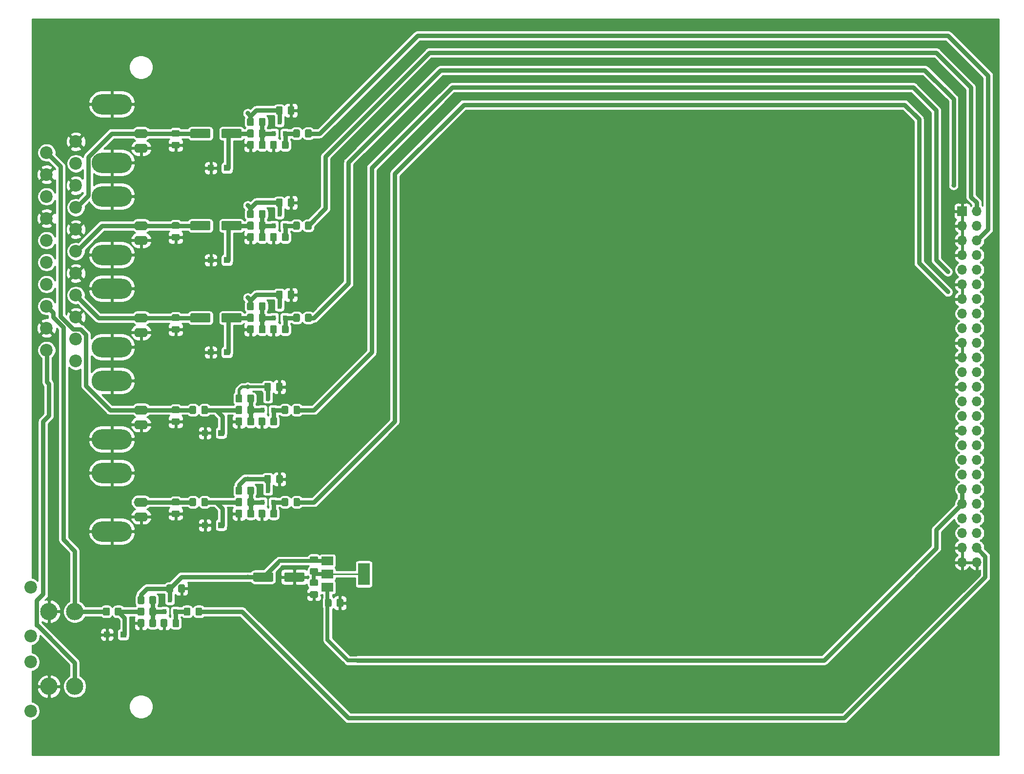
<source format=gbr>
G04 #@! TF.GenerationSoftware,KiCad,Pcbnew,(5.1.5)-2*
G04 #@! TF.CreationDate,2020-03-12T22:48:03+13:00*
G04 #@! TF.ProjectId,JVCard,4a564361-7264-42e6-9b69-6361645f7063,rev?*
G04 #@! TF.SameCoordinates,Original*
G04 #@! TF.FileFunction,Copper,L1,Top*
G04 #@! TF.FilePolarity,Positive*
%FSLAX46Y46*%
G04 Gerber Fmt 4.6, Leading zero omitted, Abs format (unit mm)*
G04 Created by KiCad (PCBNEW (5.1.5)-2) date 2020-03-12 22:48:03*
%MOMM*%
%LPD*%
G04 APERTURE LIST*
%ADD10R,2.000000X1.500000*%
%ADD11R,2.000000X3.800000*%
%ADD12C,0.100000*%
%ADD13R,1.100000X1.100000*%
%ADD14C,2.200000*%
%ADD15R,0.800000X0.900000*%
%ADD16O,2.500000X1.600000*%
%ADD17O,7.000000X3.500000*%
%ADD18O,3.000000X3.000000*%
%ADD19O,1.700000X1.700000*%
%ADD20R,1.700000X1.700000*%
%ADD21C,0.800000*%
%ADD22C,0.800000*%
%ADD23C,0.700000*%
%ADD24C,0.500000*%
%ADD25C,0.250000*%
%ADD26C,0.254000*%
G04 APERTURE END LIST*
D10*
X-7650000Y-105200000D03*
X-7650000Y-109800000D03*
X-7650000Y-107500000D03*
D11*
X-1350000Y-107500000D03*
G04 #@! TA.AperFunction,SMDPad,CuDef*
D12*
G36*
X-9525495Y-110451204D02*
G01*
X-9501227Y-110454804D01*
X-9477428Y-110460765D01*
X-9454329Y-110469030D01*
X-9432150Y-110479520D01*
X-9411107Y-110492132D01*
X-9391401Y-110506747D01*
X-9373223Y-110523223D01*
X-9356747Y-110541401D01*
X-9342132Y-110561107D01*
X-9329520Y-110582150D01*
X-9319030Y-110604329D01*
X-9310765Y-110627428D01*
X-9304804Y-110651227D01*
X-9301204Y-110675495D01*
X-9300000Y-110699999D01*
X-9300000Y-111350001D01*
X-9301204Y-111374505D01*
X-9304804Y-111398773D01*
X-9310765Y-111422572D01*
X-9319030Y-111445671D01*
X-9329520Y-111467850D01*
X-9342132Y-111488893D01*
X-9356747Y-111508599D01*
X-9373223Y-111526777D01*
X-9391401Y-111543253D01*
X-9411107Y-111557868D01*
X-9432150Y-111570480D01*
X-9454329Y-111580970D01*
X-9477428Y-111589235D01*
X-9501227Y-111595196D01*
X-9525495Y-111598796D01*
X-9549999Y-111600000D01*
X-10450001Y-111600000D01*
X-10474505Y-111598796D01*
X-10498773Y-111595196D01*
X-10522572Y-111589235D01*
X-10545671Y-111580970D01*
X-10567850Y-111570480D01*
X-10588893Y-111557868D01*
X-10608599Y-111543253D01*
X-10626777Y-111526777D01*
X-10643253Y-111508599D01*
X-10657868Y-111488893D01*
X-10670480Y-111467850D01*
X-10680970Y-111445671D01*
X-10689235Y-111422572D01*
X-10695196Y-111398773D01*
X-10698796Y-111374505D01*
X-10700000Y-111350001D01*
X-10700000Y-110699999D01*
X-10698796Y-110675495D01*
X-10695196Y-110651227D01*
X-10689235Y-110627428D01*
X-10680970Y-110604329D01*
X-10670480Y-110582150D01*
X-10657868Y-110561107D01*
X-10643253Y-110541401D01*
X-10626777Y-110523223D01*
X-10608599Y-110506747D01*
X-10588893Y-110492132D01*
X-10567850Y-110479520D01*
X-10545671Y-110469030D01*
X-10522572Y-110460765D01*
X-10498773Y-110454804D01*
X-10474505Y-110451204D01*
X-10450001Y-110450000D01*
X-9549999Y-110450000D01*
X-9525495Y-110451204D01*
G37*
G04 #@! TD.AperFunction*
G04 #@! TA.AperFunction,SMDPad,CuDef*
G36*
X-9525495Y-108401204D02*
G01*
X-9501227Y-108404804D01*
X-9477428Y-108410765D01*
X-9454329Y-108419030D01*
X-9432150Y-108429520D01*
X-9411107Y-108442132D01*
X-9391401Y-108456747D01*
X-9373223Y-108473223D01*
X-9356747Y-108491401D01*
X-9342132Y-108511107D01*
X-9329520Y-108532150D01*
X-9319030Y-108554329D01*
X-9310765Y-108577428D01*
X-9304804Y-108601227D01*
X-9301204Y-108625495D01*
X-9300000Y-108649999D01*
X-9300000Y-109300001D01*
X-9301204Y-109324505D01*
X-9304804Y-109348773D01*
X-9310765Y-109372572D01*
X-9319030Y-109395671D01*
X-9329520Y-109417850D01*
X-9342132Y-109438893D01*
X-9356747Y-109458599D01*
X-9373223Y-109476777D01*
X-9391401Y-109493253D01*
X-9411107Y-109507868D01*
X-9432150Y-109520480D01*
X-9454329Y-109530970D01*
X-9477428Y-109539235D01*
X-9501227Y-109545196D01*
X-9525495Y-109548796D01*
X-9549999Y-109550000D01*
X-10450001Y-109550000D01*
X-10474505Y-109548796D01*
X-10498773Y-109545196D01*
X-10522572Y-109539235D01*
X-10545671Y-109530970D01*
X-10567850Y-109520480D01*
X-10588893Y-109507868D01*
X-10608599Y-109493253D01*
X-10626777Y-109476777D01*
X-10643253Y-109458599D01*
X-10657868Y-109438893D01*
X-10670480Y-109417850D01*
X-10680970Y-109395671D01*
X-10689235Y-109372572D01*
X-10695196Y-109348773D01*
X-10698796Y-109324505D01*
X-10700000Y-109300001D01*
X-10700000Y-108649999D01*
X-10698796Y-108625495D01*
X-10695196Y-108601227D01*
X-10689235Y-108577428D01*
X-10680970Y-108554329D01*
X-10670480Y-108532150D01*
X-10657868Y-108511107D01*
X-10643253Y-108491401D01*
X-10626777Y-108473223D01*
X-10608599Y-108456747D01*
X-10588893Y-108442132D01*
X-10567850Y-108429520D01*
X-10545671Y-108419030D01*
X-10522572Y-108410765D01*
X-10498773Y-108404804D01*
X-10474505Y-108401204D01*
X-10450001Y-108400000D01*
X-9549999Y-108400000D01*
X-9525495Y-108401204D01*
G37*
G04 #@! TD.AperFunction*
G04 #@! TA.AperFunction,SMDPad,CuDef*
G36*
X-9525495Y-106451204D02*
G01*
X-9501227Y-106454804D01*
X-9477428Y-106460765D01*
X-9454329Y-106469030D01*
X-9432150Y-106479520D01*
X-9411107Y-106492132D01*
X-9391401Y-106506747D01*
X-9373223Y-106523223D01*
X-9356747Y-106541401D01*
X-9342132Y-106561107D01*
X-9329520Y-106582150D01*
X-9319030Y-106604329D01*
X-9310765Y-106627428D01*
X-9304804Y-106651227D01*
X-9301204Y-106675495D01*
X-9300000Y-106699999D01*
X-9300000Y-107350001D01*
X-9301204Y-107374505D01*
X-9304804Y-107398773D01*
X-9310765Y-107422572D01*
X-9319030Y-107445671D01*
X-9329520Y-107467850D01*
X-9342132Y-107488893D01*
X-9356747Y-107508599D01*
X-9373223Y-107526777D01*
X-9391401Y-107543253D01*
X-9411107Y-107557868D01*
X-9432150Y-107570480D01*
X-9454329Y-107580970D01*
X-9477428Y-107589235D01*
X-9501227Y-107595196D01*
X-9525495Y-107598796D01*
X-9549999Y-107600000D01*
X-10450001Y-107600000D01*
X-10474505Y-107598796D01*
X-10498773Y-107595196D01*
X-10522572Y-107589235D01*
X-10545671Y-107580970D01*
X-10567850Y-107570480D01*
X-10588893Y-107557868D01*
X-10608599Y-107543253D01*
X-10626777Y-107526777D01*
X-10643253Y-107508599D01*
X-10657868Y-107488893D01*
X-10670480Y-107467850D01*
X-10680970Y-107445671D01*
X-10689235Y-107422572D01*
X-10695196Y-107398773D01*
X-10698796Y-107374505D01*
X-10700000Y-107350001D01*
X-10700000Y-106699999D01*
X-10698796Y-106675495D01*
X-10695196Y-106651227D01*
X-10689235Y-106627428D01*
X-10680970Y-106604329D01*
X-10670480Y-106582150D01*
X-10657868Y-106561107D01*
X-10643253Y-106541401D01*
X-10626777Y-106523223D01*
X-10608599Y-106506747D01*
X-10588893Y-106492132D01*
X-10567850Y-106479520D01*
X-10545671Y-106469030D01*
X-10522572Y-106460765D01*
X-10498773Y-106454804D01*
X-10474505Y-106451204D01*
X-10450001Y-106450000D01*
X-9549999Y-106450000D01*
X-9525495Y-106451204D01*
G37*
G04 #@! TD.AperFunction*
G04 #@! TA.AperFunction,SMDPad,CuDef*
G36*
X-9525495Y-104401204D02*
G01*
X-9501227Y-104404804D01*
X-9477428Y-104410765D01*
X-9454329Y-104419030D01*
X-9432150Y-104429520D01*
X-9411107Y-104442132D01*
X-9391401Y-104456747D01*
X-9373223Y-104473223D01*
X-9356747Y-104491401D01*
X-9342132Y-104511107D01*
X-9329520Y-104532150D01*
X-9319030Y-104554329D01*
X-9310765Y-104577428D01*
X-9304804Y-104601227D01*
X-9301204Y-104625495D01*
X-9300000Y-104649999D01*
X-9300000Y-105300001D01*
X-9301204Y-105324505D01*
X-9304804Y-105348773D01*
X-9310765Y-105372572D01*
X-9319030Y-105395671D01*
X-9329520Y-105417850D01*
X-9342132Y-105438893D01*
X-9356747Y-105458599D01*
X-9373223Y-105476777D01*
X-9391401Y-105493253D01*
X-9411107Y-105507868D01*
X-9432150Y-105520480D01*
X-9454329Y-105530970D01*
X-9477428Y-105539235D01*
X-9501227Y-105545196D01*
X-9525495Y-105548796D01*
X-9549999Y-105550000D01*
X-10450001Y-105550000D01*
X-10474505Y-105548796D01*
X-10498773Y-105545196D01*
X-10522572Y-105539235D01*
X-10545671Y-105530970D01*
X-10567850Y-105520480D01*
X-10588893Y-105507868D01*
X-10608599Y-105493253D01*
X-10626777Y-105476777D01*
X-10643253Y-105458599D01*
X-10657868Y-105438893D01*
X-10670480Y-105417850D01*
X-10680970Y-105395671D01*
X-10689235Y-105372572D01*
X-10695196Y-105348773D01*
X-10698796Y-105324505D01*
X-10700000Y-105300001D01*
X-10700000Y-104649999D01*
X-10698796Y-104625495D01*
X-10695196Y-104601227D01*
X-10689235Y-104577428D01*
X-10680970Y-104554329D01*
X-10670480Y-104532150D01*
X-10657868Y-104511107D01*
X-10643253Y-104491401D01*
X-10626777Y-104473223D01*
X-10608599Y-104456747D01*
X-10588893Y-104442132D01*
X-10567850Y-104429520D01*
X-10545671Y-104419030D01*
X-10522572Y-104410765D01*
X-10498773Y-104404804D01*
X-10474505Y-104401204D01*
X-10450001Y-104400000D01*
X-9549999Y-104400000D01*
X-9525495Y-104401204D01*
G37*
G04 #@! TD.AperFunction*
D13*
X-45900000Y-118000000D03*
X-43100000Y-118000000D03*
X-28900000Y-99000000D03*
X-26100000Y-99000000D03*
X-28900000Y-83000000D03*
X-26100000Y-83000000D03*
X-27900000Y-69000000D03*
X-25100000Y-69000000D03*
X-27900000Y-53000000D03*
X-25100000Y-53000000D03*
X-27900000Y-37000000D03*
X-25100000Y-37000000D03*
D14*
X-51320000Y-70515000D03*
X-51320000Y-32415000D03*
X-56400000Y-38130000D03*
X-51320000Y-36225000D03*
X-56400000Y-41940000D03*
X-51320000Y-40035000D03*
X-56400000Y-45750000D03*
X-51320000Y-43845000D03*
X-56400000Y-34320000D03*
X-51320000Y-47655000D03*
X-56400000Y-49560000D03*
X-51320000Y-51465000D03*
X-56400000Y-53370000D03*
X-51320000Y-55275000D03*
X-56400000Y-57180000D03*
X-51320000Y-59085000D03*
X-56400000Y-60990000D03*
X-51320000Y-62895000D03*
X-56400000Y-64800000D03*
X-51320000Y-66705000D03*
X-56400000Y-68610000D03*
G04 #@! TA.AperFunction,SMDPad,CuDef*
D12*
G36*
X-31675495Y-113301204D02*
G01*
X-31651227Y-113304804D01*
X-31627428Y-113310765D01*
X-31604329Y-113319030D01*
X-31582150Y-113329520D01*
X-31561107Y-113342132D01*
X-31541401Y-113356747D01*
X-31523223Y-113373223D01*
X-31506747Y-113391401D01*
X-31492132Y-113411107D01*
X-31479520Y-113432150D01*
X-31469030Y-113454329D01*
X-31460765Y-113477428D01*
X-31454804Y-113501227D01*
X-31451204Y-113525495D01*
X-31450000Y-113549999D01*
X-31450000Y-114450001D01*
X-31451204Y-114474505D01*
X-31454804Y-114498773D01*
X-31460765Y-114522572D01*
X-31469030Y-114545671D01*
X-31479520Y-114567850D01*
X-31492132Y-114588893D01*
X-31506747Y-114608599D01*
X-31523223Y-114626777D01*
X-31541401Y-114643253D01*
X-31561107Y-114657868D01*
X-31582150Y-114670480D01*
X-31604329Y-114680970D01*
X-31627428Y-114689235D01*
X-31651227Y-114695196D01*
X-31675495Y-114698796D01*
X-31699999Y-114700000D01*
X-32350001Y-114700000D01*
X-32374505Y-114698796D01*
X-32398773Y-114695196D01*
X-32422572Y-114689235D01*
X-32445671Y-114680970D01*
X-32467850Y-114670480D01*
X-32488893Y-114657868D01*
X-32508599Y-114643253D01*
X-32526777Y-114626777D01*
X-32543253Y-114608599D01*
X-32557868Y-114588893D01*
X-32570480Y-114567850D01*
X-32580970Y-114545671D01*
X-32589235Y-114522572D01*
X-32595196Y-114498773D01*
X-32598796Y-114474505D01*
X-32600000Y-114450001D01*
X-32600000Y-113549999D01*
X-32598796Y-113525495D01*
X-32595196Y-113501227D01*
X-32589235Y-113477428D01*
X-32580970Y-113454329D01*
X-32570480Y-113432150D01*
X-32557868Y-113411107D01*
X-32543253Y-113391401D01*
X-32526777Y-113373223D01*
X-32508599Y-113356747D01*
X-32488893Y-113342132D01*
X-32467850Y-113329520D01*
X-32445671Y-113319030D01*
X-32422572Y-113310765D01*
X-32398773Y-113304804D01*
X-32374505Y-113301204D01*
X-32350001Y-113300000D01*
X-31699999Y-113300000D01*
X-31675495Y-113301204D01*
G37*
G04 #@! TD.AperFunction*
G04 #@! TA.AperFunction,SMDPad,CuDef*
G36*
X-29625495Y-113301204D02*
G01*
X-29601227Y-113304804D01*
X-29577428Y-113310765D01*
X-29554329Y-113319030D01*
X-29532150Y-113329520D01*
X-29511107Y-113342132D01*
X-29491401Y-113356747D01*
X-29473223Y-113373223D01*
X-29456747Y-113391401D01*
X-29442132Y-113411107D01*
X-29429520Y-113432150D01*
X-29419030Y-113454329D01*
X-29410765Y-113477428D01*
X-29404804Y-113501227D01*
X-29401204Y-113525495D01*
X-29400000Y-113549999D01*
X-29400000Y-114450001D01*
X-29401204Y-114474505D01*
X-29404804Y-114498773D01*
X-29410765Y-114522572D01*
X-29419030Y-114545671D01*
X-29429520Y-114567850D01*
X-29442132Y-114588893D01*
X-29456747Y-114608599D01*
X-29473223Y-114626777D01*
X-29491401Y-114643253D01*
X-29511107Y-114657868D01*
X-29532150Y-114670480D01*
X-29554329Y-114680970D01*
X-29577428Y-114689235D01*
X-29601227Y-114695196D01*
X-29625495Y-114698796D01*
X-29649999Y-114700000D01*
X-30300001Y-114700000D01*
X-30324505Y-114698796D01*
X-30348773Y-114695196D01*
X-30372572Y-114689235D01*
X-30395671Y-114680970D01*
X-30417850Y-114670480D01*
X-30438893Y-114657868D01*
X-30458599Y-114643253D01*
X-30476777Y-114626777D01*
X-30493253Y-114608599D01*
X-30507868Y-114588893D01*
X-30520480Y-114567850D01*
X-30530970Y-114545671D01*
X-30539235Y-114522572D01*
X-30545196Y-114498773D01*
X-30548796Y-114474505D01*
X-30550000Y-114450001D01*
X-30550000Y-113549999D01*
X-30548796Y-113525495D01*
X-30545196Y-113501227D01*
X-30539235Y-113477428D01*
X-30530970Y-113454329D01*
X-30520480Y-113432150D01*
X-30507868Y-113411107D01*
X-30493253Y-113391401D01*
X-30476777Y-113373223D01*
X-30458599Y-113356747D01*
X-30438893Y-113342132D01*
X-30417850Y-113329520D01*
X-30395671Y-113319030D01*
X-30372572Y-113310765D01*
X-30348773Y-113304804D01*
X-30324505Y-113301204D01*
X-30300001Y-113300000D01*
X-29649999Y-113300000D01*
X-29625495Y-113301204D01*
G37*
G04 #@! TD.AperFunction*
G04 #@! TA.AperFunction,SMDPad,CuDef*
G36*
X-14675495Y-94301204D02*
G01*
X-14651227Y-94304804D01*
X-14627428Y-94310765D01*
X-14604329Y-94319030D01*
X-14582150Y-94329520D01*
X-14561107Y-94342132D01*
X-14541401Y-94356747D01*
X-14523223Y-94373223D01*
X-14506747Y-94391401D01*
X-14492132Y-94411107D01*
X-14479520Y-94432150D01*
X-14469030Y-94454329D01*
X-14460765Y-94477428D01*
X-14454804Y-94501227D01*
X-14451204Y-94525495D01*
X-14450000Y-94549999D01*
X-14450000Y-95450001D01*
X-14451204Y-95474505D01*
X-14454804Y-95498773D01*
X-14460765Y-95522572D01*
X-14469030Y-95545671D01*
X-14479520Y-95567850D01*
X-14492132Y-95588893D01*
X-14506747Y-95608599D01*
X-14523223Y-95626777D01*
X-14541401Y-95643253D01*
X-14561107Y-95657868D01*
X-14582150Y-95670480D01*
X-14604329Y-95680970D01*
X-14627428Y-95689235D01*
X-14651227Y-95695196D01*
X-14675495Y-95698796D01*
X-14699999Y-95700000D01*
X-15350001Y-95700000D01*
X-15374505Y-95698796D01*
X-15398773Y-95695196D01*
X-15422572Y-95689235D01*
X-15445671Y-95680970D01*
X-15467850Y-95670480D01*
X-15488893Y-95657868D01*
X-15508599Y-95643253D01*
X-15526777Y-95626777D01*
X-15543253Y-95608599D01*
X-15557868Y-95588893D01*
X-15570480Y-95567850D01*
X-15580970Y-95545671D01*
X-15589235Y-95522572D01*
X-15595196Y-95498773D01*
X-15598796Y-95474505D01*
X-15600000Y-95450001D01*
X-15600000Y-94549999D01*
X-15598796Y-94525495D01*
X-15595196Y-94501227D01*
X-15589235Y-94477428D01*
X-15580970Y-94454329D01*
X-15570480Y-94432150D01*
X-15557868Y-94411107D01*
X-15543253Y-94391401D01*
X-15526777Y-94373223D01*
X-15508599Y-94356747D01*
X-15488893Y-94342132D01*
X-15467850Y-94329520D01*
X-15445671Y-94319030D01*
X-15422572Y-94310765D01*
X-15398773Y-94304804D01*
X-15374505Y-94301204D01*
X-15350001Y-94300000D01*
X-14699999Y-94300000D01*
X-14675495Y-94301204D01*
G37*
G04 #@! TD.AperFunction*
G04 #@! TA.AperFunction,SMDPad,CuDef*
G36*
X-12625495Y-94301204D02*
G01*
X-12601227Y-94304804D01*
X-12577428Y-94310765D01*
X-12554329Y-94319030D01*
X-12532150Y-94329520D01*
X-12511107Y-94342132D01*
X-12491401Y-94356747D01*
X-12473223Y-94373223D01*
X-12456747Y-94391401D01*
X-12442132Y-94411107D01*
X-12429520Y-94432150D01*
X-12419030Y-94454329D01*
X-12410765Y-94477428D01*
X-12404804Y-94501227D01*
X-12401204Y-94525495D01*
X-12400000Y-94549999D01*
X-12400000Y-95450001D01*
X-12401204Y-95474505D01*
X-12404804Y-95498773D01*
X-12410765Y-95522572D01*
X-12419030Y-95545671D01*
X-12429520Y-95567850D01*
X-12442132Y-95588893D01*
X-12456747Y-95608599D01*
X-12473223Y-95626777D01*
X-12491401Y-95643253D01*
X-12511107Y-95657868D01*
X-12532150Y-95670480D01*
X-12554329Y-95680970D01*
X-12577428Y-95689235D01*
X-12601227Y-95695196D01*
X-12625495Y-95698796D01*
X-12649999Y-95700000D01*
X-13300001Y-95700000D01*
X-13324505Y-95698796D01*
X-13348773Y-95695196D01*
X-13372572Y-95689235D01*
X-13395671Y-95680970D01*
X-13417850Y-95670480D01*
X-13438893Y-95657868D01*
X-13458599Y-95643253D01*
X-13476777Y-95626777D01*
X-13493253Y-95608599D01*
X-13507868Y-95588893D01*
X-13520480Y-95567850D01*
X-13530970Y-95545671D01*
X-13539235Y-95522572D01*
X-13545196Y-95498773D01*
X-13548796Y-95474505D01*
X-13550000Y-95450001D01*
X-13550000Y-94549999D01*
X-13548796Y-94525495D01*
X-13545196Y-94501227D01*
X-13539235Y-94477428D01*
X-13530970Y-94454329D01*
X-13520480Y-94432150D01*
X-13507868Y-94411107D01*
X-13493253Y-94391401D01*
X-13476777Y-94373223D01*
X-13458599Y-94356747D01*
X-13438893Y-94342132D01*
X-13417850Y-94329520D01*
X-13395671Y-94319030D01*
X-13372572Y-94310765D01*
X-13348773Y-94304804D01*
X-13324505Y-94301204D01*
X-13300001Y-94300000D01*
X-12649999Y-94300000D01*
X-12625495Y-94301204D01*
G37*
G04 #@! TD.AperFunction*
G04 #@! TA.AperFunction,SMDPad,CuDef*
G36*
X-14675495Y-78301204D02*
G01*
X-14651227Y-78304804D01*
X-14627428Y-78310765D01*
X-14604329Y-78319030D01*
X-14582150Y-78329520D01*
X-14561107Y-78342132D01*
X-14541401Y-78356747D01*
X-14523223Y-78373223D01*
X-14506747Y-78391401D01*
X-14492132Y-78411107D01*
X-14479520Y-78432150D01*
X-14469030Y-78454329D01*
X-14460765Y-78477428D01*
X-14454804Y-78501227D01*
X-14451204Y-78525495D01*
X-14450000Y-78549999D01*
X-14450000Y-79450001D01*
X-14451204Y-79474505D01*
X-14454804Y-79498773D01*
X-14460765Y-79522572D01*
X-14469030Y-79545671D01*
X-14479520Y-79567850D01*
X-14492132Y-79588893D01*
X-14506747Y-79608599D01*
X-14523223Y-79626777D01*
X-14541401Y-79643253D01*
X-14561107Y-79657868D01*
X-14582150Y-79670480D01*
X-14604329Y-79680970D01*
X-14627428Y-79689235D01*
X-14651227Y-79695196D01*
X-14675495Y-79698796D01*
X-14699999Y-79700000D01*
X-15350001Y-79700000D01*
X-15374505Y-79698796D01*
X-15398773Y-79695196D01*
X-15422572Y-79689235D01*
X-15445671Y-79680970D01*
X-15467850Y-79670480D01*
X-15488893Y-79657868D01*
X-15508599Y-79643253D01*
X-15526777Y-79626777D01*
X-15543253Y-79608599D01*
X-15557868Y-79588893D01*
X-15570480Y-79567850D01*
X-15580970Y-79545671D01*
X-15589235Y-79522572D01*
X-15595196Y-79498773D01*
X-15598796Y-79474505D01*
X-15600000Y-79450001D01*
X-15600000Y-78549999D01*
X-15598796Y-78525495D01*
X-15595196Y-78501227D01*
X-15589235Y-78477428D01*
X-15580970Y-78454329D01*
X-15570480Y-78432150D01*
X-15557868Y-78411107D01*
X-15543253Y-78391401D01*
X-15526777Y-78373223D01*
X-15508599Y-78356747D01*
X-15488893Y-78342132D01*
X-15467850Y-78329520D01*
X-15445671Y-78319030D01*
X-15422572Y-78310765D01*
X-15398773Y-78304804D01*
X-15374505Y-78301204D01*
X-15350001Y-78300000D01*
X-14699999Y-78300000D01*
X-14675495Y-78301204D01*
G37*
G04 #@! TD.AperFunction*
G04 #@! TA.AperFunction,SMDPad,CuDef*
G36*
X-12625495Y-78301204D02*
G01*
X-12601227Y-78304804D01*
X-12577428Y-78310765D01*
X-12554329Y-78319030D01*
X-12532150Y-78329520D01*
X-12511107Y-78342132D01*
X-12491401Y-78356747D01*
X-12473223Y-78373223D01*
X-12456747Y-78391401D01*
X-12442132Y-78411107D01*
X-12429520Y-78432150D01*
X-12419030Y-78454329D01*
X-12410765Y-78477428D01*
X-12404804Y-78501227D01*
X-12401204Y-78525495D01*
X-12400000Y-78549999D01*
X-12400000Y-79450001D01*
X-12401204Y-79474505D01*
X-12404804Y-79498773D01*
X-12410765Y-79522572D01*
X-12419030Y-79545671D01*
X-12429520Y-79567850D01*
X-12442132Y-79588893D01*
X-12456747Y-79608599D01*
X-12473223Y-79626777D01*
X-12491401Y-79643253D01*
X-12511107Y-79657868D01*
X-12532150Y-79670480D01*
X-12554329Y-79680970D01*
X-12577428Y-79689235D01*
X-12601227Y-79695196D01*
X-12625495Y-79698796D01*
X-12649999Y-79700000D01*
X-13300001Y-79700000D01*
X-13324505Y-79698796D01*
X-13348773Y-79695196D01*
X-13372572Y-79689235D01*
X-13395671Y-79680970D01*
X-13417850Y-79670480D01*
X-13438893Y-79657868D01*
X-13458599Y-79643253D01*
X-13476777Y-79626777D01*
X-13493253Y-79608599D01*
X-13507868Y-79588893D01*
X-13520480Y-79567850D01*
X-13530970Y-79545671D01*
X-13539235Y-79522572D01*
X-13545196Y-79498773D01*
X-13548796Y-79474505D01*
X-13550000Y-79450001D01*
X-13550000Y-78549999D01*
X-13548796Y-78525495D01*
X-13545196Y-78501227D01*
X-13539235Y-78477428D01*
X-13530970Y-78454329D01*
X-13520480Y-78432150D01*
X-13507868Y-78411107D01*
X-13493253Y-78391401D01*
X-13476777Y-78373223D01*
X-13458599Y-78356747D01*
X-13438893Y-78342132D01*
X-13417850Y-78329520D01*
X-13395671Y-78319030D01*
X-13372572Y-78310765D01*
X-13348773Y-78304804D01*
X-13324505Y-78301204D01*
X-13300001Y-78300000D01*
X-12649999Y-78300000D01*
X-12625495Y-78301204D01*
G37*
G04 #@! TD.AperFunction*
G04 #@! TA.AperFunction,SMDPad,CuDef*
G36*
X-12675495Y-62301204D02*
G01*
X-12651227Y-62304804D01*
X-12627428Y-62310765D01*
X-12604329Y-62319030D01*
X-12582150Y-62329520D01*
X-12561107Y-62342132D01*
X-12541401Y-62356747D01*
X-12523223Y-62373223D01*
X-12506747Y-62391401D01*
X-12492132Y-62411107D01*
X-12479520Y-62432150D01*
X-12469030Y-62454329D01*
X-12460765Y-62477428D01*
X-12454804Y-62501227D01*
X-12451204Y-62525495D01*
X-12450000Y-62549999D01*
X-12450000Y-63450001D01*
X-12451204Y-63474505D01*
X-12454804Y-63498773D01*
X-12460765Y-63522572D01*
X-12469030Y-63545671D01*
X-12479520Y-63567850D01*
X-12492132Y-63588893D01*
X-12506747Y-63608599D01*
X-12523223Y-63626777D01*
X-12541401Y-63643253D01*
X-12561107Y-63657868D01*
X-12582150Y-63670480D01*
X-12604329Y-63680970D01*
X-12627428Y-63689235D01*
X-12651227Y-63695196D01*
X-12675495Y-63698796D01*
X-12699999Y-63700000D01*
X-13350001Y-63700000D01*
X-13374505Y-63698796D01*
X-13398773Y-63695196D01*
X-13422572Y-63689235D01*
X-13445671Y-63680970D01*
X-13467850Y-63670480D01*
X-13488893Y-63657868D01*
X-13508599Y-63643253D01*
X-13526777Y-63626777D01*
X-13543253Y-63608599D01*
X-13557868Y-63588893D01*
X-13570480Y-63567850D01*
X-13580970Y-63545671D01*
X-13589235Y-63522572D01*
X-13595196Y-63498773D01*
X-13598796Y-63474505D01*
X-13600000Y-63450001D01*
X-13600000Y-62549999D01*
X-13598796Y-62525495D01*
X-13595196Y-62501227D01*
X-13589235Y-62477428D01*
X-13580970Y-62454329D01*
X-13570480Y-62432150D01*
X-13557868Y-62411107D01*
X-13543253Y-62391401D01*
X-13526777Y-62373223D01*
X-13508599Y-62356747D01*
X-13488893Y-62342132D01*
X-13467850Y-62329520D01*
X-13445671Y-62319030D01*
X-13422572Y-62310765D01*
X-13398773Y-62304804D01*
X-13374505Y-62301204D01*
X-13350001Y-62300000D01*
X-12699999Y-62300000D01*
X-12675495Y-62301204D01*
G37*
G04 #@! TD.AperFunction*
G04 #@! TA.AperFunction,SMDPad,CuDef*
G36*
X-10625495Y-62301204D02*
G01*
X-10601227Y-62304804D01*
X-10577428Y-62310765D01*
X-10554329Y-62319030D01*
X-10532150Y-62329520D01*
X-10511107Y-62342132D01*
X-10491401Y-62356747D01*
X-10473223Y-62373223D01*
X-10456747Y-62391401D01*
X-10442132Y-62411107D01*
X-10429520Y-62432150D01*
X-10419030Y-62454329D01*
X-10410765Y-62477428D01*
X-10404804Y-62501227D01*
X-10401204Y-62525495D01*
X-10400000Y-62549999D01*
X-10400000Y-63450001D01*
X-10401204Y-63474505D01*
X-10404804Y-63498773D01*
X-10410765Y-63522572D01*
X-10419030Y-63545671D01*
X-10429520Y-63567850D01*
X-10442132Y-63588893D01*
X-10456747Y-63608599D01*
X-10473223Y-63626777D01*
X-10491401Y-63643253D01*
X-10511107Y-63657868D01*
X-10532150Y-63670480D01*
X-10554329Y-63680970D01*
X-10577428Y-63689235D01*
X-10601227Y-63695196D01*
X-10625495Y-63698796D01*
X-10649999Y-63700000D01*
X-11300001Y-63700000D01*
X-11324505Y-63698796D01*
X-11348773Y-63695196D01*
X-11372572Y-63689235D01*
X-11395671Y-63680970D01*
X-11417850Y-63670480D01*
X-11438893Y-63657868D01*
X-11458599Y-63643253D01*
X-11476777Y-63626777D01*
X-11493253Y-63608599D01*
X-11507868Y-63588893D01*
X-11520480Y-63567850D01*
X-11530970Y-63545671D01*
X-11539235Y-63522572D01*
X-11545196Y-63498773D01*
X-11548796Y-63474505D01*
X-11550000Y-63450001D01*
X-11550000Y-62549999D01*
X-11548796Y-62525495D01*
X-11545196Y-62501227D01*
X-11539235Y-62477428D01*
X-11530970Y-62454329D01*
X-11520480Y-62432150D01*
X-11507868Y-62411107D01*
X-11493253Y-62391401D01*
X-11476777Y-62373223D01*
X-11458599Y-62356747D01*
X-11438893Y-62342132D01*
X-11417850Y-62329520D01*
X-11395671Y-62319030D01*
X-11372572Y-62310765D01*
X-11348773Y-62304804D01*
X-11324505Y-62301204D01*
X-11300001Y-62300000D01*
X-10649999Y-62300000D01*
X-10625495Y-62301204D01*
G37*
G04 #@! TD.AperFunction*
G04 #@! TA.AperFunction,SMDPad,CuDef*
G36*
X-12675495Y-46301204D02*
G01*
X-12651227Y-46304804D01*
X-12627428Y-46310765D01*
X-12604329Y-46319030D01*
X-12582150Y-46329520D01*
X-12561107Y-46342132D01*
X-12541401Y-46356747D01*
X-12523223Y-46373223D01*
X-12506747Y-46391401D01*
X-12492132Y-46411107D01*
X-12479520Y-46432150D01*
X-12469030Y-46454329D01*
X-12460765Y-46477428D01*
X-12454804Y-46501227D01*
X-12451204Y-46525495D01*
X-12450000Y-46549999D01*
X-12450000Y-47450001D01*
X-12451204Y-47474505D01*
X-12454804Y-47498773D01*
X-12460765Y-47522572D01*
X-12469030Y-47545671D01*
X-12479520Y-47567850D01*
X-12492132Y-47588893D01*
X-12506747Y-47608599D01*
X-12523223Y-47626777D01*
X-12541401Y-47643253D01*
X-12561107Y-47657868D01*
X-12582150Y-47670480D01*
X-12604329Y-47680970D01*
X-12627428Y-47689235D01*
X-12651227Y-47695196D01*
X-12675495Y-47698796D01*
X-12699999Y-47700000D01*
X-13350001Y-47700000D01*
X-13374505Y-47698796D01*
X-13398773Y-47695196D01*
X-13422572Y-47689235D01*
X-13445671Y-47680970D01*
X-13467850Y-47670480D01*
X-13488893Y-47657868D01*
X-13508599Y-47643253D01*
X-13526777Y-47626777D01*
X-13543253Y-47608599D01*
X-13557868Y-47588893D01*
X-13570480Y-47567850D01*
X-13580970Y-47545671D01*
X-13589235Y-47522572D01*
X-13595196Y-47498773D01*
X-13598796Y-47474505D01*
X-13600000Y-47450001D01*
X-13600000Y-46549999D01*
X-13598796Y-46525495D01*
X-13595196Y-46501227D01*
X-13589235Y-46477428D01*
X-13580970Y-46454329D01*
X-13570480Y-46432150D01*
X-13557868Y-46411107D01*
X-13543253Y-46391401D01*
X-13526777Y-46373223D01*
X-13508599Y-46356747D01*
X-13488893Y-46342132D01*
X-13467850Y-46329520D01*
X-13445671Y-46319030D01*
X-13422572Y-46310765D01*
X-13398773Y-46304804D01*
X-13374505Y-46301204D01*
X-13350001Y-46300000D01*
X-12699999Y-46300000D01*
X-12675495Y-46301204D01*
G37*
G04 #@! TD.AperFunction*
G04 #@! TA.AperFunction,SMDPad,CuDef*
G36*
X-10625495Y-46301204D02*
G01*
X-10601227Y-46304804D01*
X-10577428Y-46310765D01*
X-10554329Y-46319030D01*
X-10532150Y-46329520D01*
X-10511107Y-46342132D01*
X-10491401Y-46356747D01*
X-10473223Y-46373223D01*
X-10456747Y-46391401D01*
X-10442132Y-46411107D01*
X-10429520Y-46432150D01*
X-10419030Y-46454329D01*
X-10410765Y-46477428D01*
X-10404804Y-46501227D01*
X-10401204Y-46525495D01*
X-10400000Y-46549999D01*
X-10400000Y-47450001D01*
X-10401204Y-47474505D01*
X-10404804Y-47498773D01*
X-10410765Y-47522572D01*
X-10419030Y-47545671D01*
X-10429520Y-47567850D01*
X-10442132Y-47588893D01*
X-10456747Y-47608599D01*
X-10473223Y-47626777D01*
X-10491401Y-47643253D01*
X-10511107Y-47657868D01*
X-10532150Y-47670480D01*
X-10554329Y-47680970D01*
X-10577428Y-47689235D01*
X-10601227Y-47695196D01*
X-10625495Y-47698796D01*
X-10649999Y-47700000D01*
X-11300001Y-47700000D01*
X-11324505Y-47698796D01*
X-11348773Y-47695196D01*
X-11372572Y-47689235D01*
X-11395671Y-47680970D01*
X-11417850Y-47670480D01*
X-11438893Y-47657868D01*
X-11458599Y-47643253D01*
X-11476777Y-47626777D01*
X-11493253Y-47608599D01*
X-11507868Y-47588893D01*
X-11520480Y-47567850D01*
X-11530970Y-47545671D01*
X-11539235Y-47522572D01*
X-11545196Y-47498773D01*
X-11548796Y-47474505D01*
X-11550000Y-47450001D01*
X-11550000Y-46549999D01*
X-11548796Y-46525495D01*
X-11545196Y-46501227D01*
X-11539235Y-46477428D01*
X-11530970Y-46454329D01*
X-11520480Y-46432150D01*
X-11507868Y-46411107D01*
X-11493253Y-46391401D01*
X-11476777Y-46373223D01*
X-11458599Y-46356747D01*
X-11438893Y-46342132D01*
X-11417850Y-46329520D01*
X-11395671Y-46319030D01*
X-11372572Y-46310765D01*
X-11348773Y-46304804D01*
X-11324505Y-46301204D01*
X-11300001Y-46300000D01*
X-10649999Y-46300000D01*
X-10625495Y-46301204D01*
G37*
G04 #@! TD.AperFunction*
G04 #@! TA.AperFunction,SMDPad,CuDef*
G36*
X-12675495Y-30301204D02*
G01*
X-12651227Y-30304804D01*
X-12627428Y-30310765D01*
X-12604329Y-30319030D01*
X-12582150Y-30329520D01*
X-12561107Y-30342132D01*
X-12541401Y-30356747D01*
X-12523223Y-30373223D01*
X-12506747Y-30391401D01*
X-12492132Y-30411107D01*
X-12479520Y-30432150D01*
X-12469030Y-30454329D01*
X-12460765Y-30477428D01*
X-12454804Y-30501227D01*
X-12451204Y-30525495D01*
X-12450000Y-30549999D01*
X-12450000Y-31450001D01*
X-12451204Y-31474505D01*
X-12454804Y-31498773D01*
X-12460765Y-31522572D01*
X-12469030Y-31545671D01*
X-12479520Y-31567850D01*
X-12492132Y-31588893D01*
X-12506747Y-31608599D01*
X-12523223Y-31626777D01*
X-12541401Y-31643253D01*
X-12561107Y-31657868D01*
X-12582150Y-31670480D01*
X-12604329Y-31680970D01*
X-12627428Y-31689235D01*
X-12651227Y-31695196D01*
X-12675495Y-31698796D01*
X-12699999Y-31700000D01*
X-13350001Y-31700000D01*
X-13374505Y-31698796D01*
X-13398773Y-31695196D01*
X-13422572Y-31689235D01*
X-13445671Y-31680970D01*
X-13467850Y-31670480D01*
X-13488893Y-31657868D01*
X-13508599Y-31643253D01*
X-13526777Y-31626777D01*
X-13543253Y-31608599D01*
X-13557868Y-31588893D01*
X-13570480Y-31567850D01*
X-13580970Y-31545671D01*
X-13589235Y-31522572D01*
X-13595196Y-31498773D01*
X-13598796Y-31474505D01*
X-13600000Y-31450001D01*
X-13600000Y-30549999D01*
X-13598796Y-30525495D01*
X-13595196Y-30501227D01*
X-13589235Y-30477428D01*
X-13580970Y-30454329D01*
X-13570480Y-30432150D01*
X-13557868Y-30411107D01*
X-13543253Y-30391401D01*
X-13526777Y-30373223D01*
X-13508599Y-30356747D01*
X-13488893Y-30342132D01*
X-13467850Y-30329520D01*
X-13445671Y-30319030D01*
X-13422572Y-30310765D01*
X-13398773Y-30304804D01*
X-13374505Y-30301204D01*
X-13350001Y-30300000D01*
X-12699999Y-30300000D01*
X-12675495Y-30301204D01*
G37*
G04 #@! TD.AperFunction*
G04 #@! TA.AperFunction,SMDPad,CuDef*
G36*
X-10625495Y-30301204D02*
G01*
X-10601227Y-30304804D01*
X-10577428Y-30310765D01*
X-10554329Y-30319030D01*
X-10532150Y-30329520D01*
X-10511107Y-30342132D01*
X-10491401Y-30356747D01*
X-10473223Y-30373223D01*
X-10456747Y-30391401D01*
X-10442132Y-30411107D01*
X-10429520Y-30432150D01*
X-10419030Y-30454329D01*
X-10410765Y-30477428D01*
X-10404804Y-30501227D01*
X-10401204Y-30525495D01*
X-10400000Y-30549999D01*
X-10400000Y-31450001D01*
X-10401204Y-31474505D01*
X-10404804Y-31498773D01*
X-10410765Y-31522572D01*
X-10419030Y-31545671D01*
X-10429520Y-31567850D01*
X-10442132Y-31588893D01*
X-10456747Y-31608599D01*
X-10473223Y-31626777D01*
X-10491401Y-31643253D01*
X-10511107Y-31657868D01*
X-10532150Y-31670480D01*
X-10554329Y-31680970D01*
X-10577428Y-31689235D01*
X-10601227Y-31695196D01*
X-10625495Y-31698796D01*
X-10649999Y-31700000D01*
X-11300001Y-31700000D01*
X-11324505Y-31698796D01*
X-11348773Y-31695196D01*
X-11372572Y-31689235D01*
X-11395671Y-31680970D01*
X-11417850Y-31670480D01*
X-11438893Y-31657868D01*
X-11458599Y-31643253D01*
X-11476777Y-31626777D01*
X-11493253Y-31608599D01*
X-11507868Y-31588893D01*
X-11520480Y-31567850D01*
X-11530970Y-31545671D01*
X-11539235Y-31522572D01*
X-11545196Y-31498773D01*
X-11548796Y-31474505D01*
X-11550000Y-31450001D01*
X-11550000Y-30549999D01*
X-11548796Y-30525495D01*
X-11545196Y-30501227D01*
X-11539235Y-30477428D01*
X-11530970Y-30454329D01*
X-11520480Y-30432150D01*
X-11507868Y-30411107D01*
X-11493253Y-30391401D01*
X-11476777Y-30373223D01*
X-11458599Y-30356747D01*
X-11438893Y-30342132D01*
X-11417850Y-30329520D01*
X-11395671Y-30319030D01*
X-11372572Y-30310765D01*
X-11348773Y-30304804D01*
X-11324505Y-30301204D01*
X-11300001Y-30300000D01*
X-10649999Y-30300000D01*
X-10625495Y-30301204D01*
G37*
G04 #@! TD.AperFunction*
G04 #@! TA.AperFunction,SMDPad,CuDef*
G36*
X-35675495Y-115301204D02*
G01*
X-35651227Y-115304804D01*
X-35627428Y-115310765D01*
X-35604329Y-115319030D01*
X-35582150Y-115329520D01*
X-35561107Y-115342132D01*
X-35541401Y-115356747D01*
X-35523223Y-115373223D01*
X-35506747Y-115391401D01*
X-35492132Y-115411107D01*
X-35479520Y-115432150D01*
X-35469030Y-115454329D01*
X-35460765Y-115477428D01*
X-35454804Y-115501227D01*
X-35451204Y-115525495D01*
X-35450000Y-115549999D01*
X-35450000Y-116450001D01*
X-35451204Y-116474505D01*
X-35454804Y-116498773D01*
X-35460765Y-116522572D01*
X-35469030Y-116545671D01*
X-35479520Y-116567850D01*
X-35492132Y-116588893D01*
X-35506747Y-116608599D01*
X-35523223Y-116626777D01*
X-35541401Y-116643253D01*
X-35561107Y-116657868D01*
X-35582150Y-116670480D01*
X-35604329Y-116680970D01*
X-35627428Y-116689235D01*
X-35651227Y-116695196D01*
X-35675495Y-116698796D01*
X-35699999Y-116700000D01*
X-36350001Y-116700000D01*
X-36374505Y-116698796D01*
X-36398773Y-116695196D01*
X-36422572Y-116689235D01*
X-36445671Y-116680970D01*
X-36467850Y-116670480D01*
X-36488893Y-116657868D01*
X-36508599Y-116643253D01*
X-36526777Y-116626777D01*
X-36543253Y-116608599D01*
X-36557868Y-116588893D01*
X-36570480Y-116567850D01*
X-36580970Y-116545671D01*
X-36589235Y-116522572D01*
X-36595196Y-116498773D01*
X-36598796Y-116474505D01*
X-36600000Y-116450001D01*
X-36600000Y-115549999D01*
X-36598796Y-115525495D01*
X-36595196Y-115501227D01*
X-36589235Y-115477428D01*
X-36580970Y-115454329D01*
X-36570480Y-115432150D01*
X-36557868Y-115411107D01*
X-36543253Y-115391401D01*
X-36526777Y-115373223D01*
X-36508599Y-115356747D01*
X-36488893Y-115342132D01*
X-36467850Y-115329520D01*
X-36445671Y-115319030D01*
X-36422572Y-115310765D01*
X-36398773Y-115304804D01*
X-36374505Y-115301204D01*
X-36350001Y-115300000D01*
X-35699999Y-115300000D01*
X-35675495Y-115301204D01*
G37*
G04 #@! TD.AperFunction*
G04 #@! TA.AperFunction,SMDPad,CuDef*
G36*
X-33625495Y-115301204D02*
G01*
X-33601227Y-115304804D01*
X-33577428Y-115310765D01*
X-33554329Y-115319030D01*
X-33532150Y-115329520D01*
X-33511107Y-115342132D01*
X-33491401Y-115356747D01*
X-33473223Y-115373223D01*
X-33456747Y-115391401D01*
X-33442132Y-115411107D01*
X-33429520Y-115432150D01*
X-33419030Y-115454329D01*
X-33410765Y-115477428D01*
X-33404804Y-115501227D01*
X-33401204Y-115525495D01*
X-33400000Y-115549999D01*
X-33400000Y-116450001D01*
X-33401204Y-116474505D01*
X-33404804Y-116498773D01*
X-33410765Y-116522572D01*
X-33419030Y-116545671D01*
X-33429520Y-116567850D01*
X-33442132Y-116588893D01*
X-33456747Y-116608599D01*
X-33473223Y-116626777D01*
X-33491401Y-116643253D01*
X-33511107Y-116657868D01*
X-33532150Y-116670480D01*
X-33554329Y-116680970D01*
X-33577428Y-116689235D01*
X-33601227Y-116695196D01*
X-33625495Y-116698796D01*
X-33649999Y-116700000D01*
X-34300001Y-116700000D01*
X-34324505Y-116698796D01*
X-34348773Y-116695196D01*
X-34372572Y-116689235D01*
X-34395671Y-116680970D01*
X-34417850Y-116670480D01*
X-34438893Y-116657868D01*
X-34458599Y-116643253D01*
X-34476777Y-116626777D01*
X-34493253Y-116608599D01*
X-34507868Y-116588893D01*
X-34520480Y-116567850D01*
X-34530970Y-116545671D01*
X-34539235Y-116522572D01*
X-34545196Y-116498773D01*
X-34548796Y-116474505D01*
X-34550000Y-116450001D01*
X-34550000Y-115549999D01*
X-34548796Y-115525495D01*
X-34545196Y-115501227D01*
X-34539235Y-115477428D01*
X-34530970Y-115454329D01*
X-34520480Y-115432150D01*
X-34507868Y-115411107D01*
X-34493253Y-115391401D01*
X-34476777Y-115373223D01*
X-34458599Y-115356747D01*
X-34438893Y-115342132D01*
X-34417850Y-115329520D01*
X-34395671Y-115319030D01*
X-34372572Y-115310765D01*
X-34348773Y-115304804D01*
X-34324505Y-115301204D01*
X-34300001Y-115300000D01*
X-33649999Y-115300000D01*
X-33625495Y-115301204D01*
G37*
G04 #@! TD.AperFunction*
G04 #@! TA.AperFunction,SMDPad,CuDef*
G36*
X-18675495Y-96301204D02*
G01*
X-18651227Y-96304804D01*
X-18627428Y-96310765D01*
X-18604329Y-96319030D01*
X-18582150Y-96329520D01*
X-18561107Y-96342132D01*
X-18541401Y-96356747D01*
X-18523223Y-96373223D01*
X-18506747Y-96391401D01*
X-18492132Y-96411107D01*
X-18479520Y-96432150D01*
X-18469030Y-96454329D01*
X-18460765Y-96477428D01*
X-18454804Y-96501227D01*
X-18451204Y-96525495D01*
X-18450000Y-96549999D01*
X-18450000Y-97450001D01*
X-18451204Y-97474505D01*
X-18454804Y-97498773D01*
X-18460765Y-97522572D01*
X-18469030Y-97545671D01*
X-18479520Y-97567850D01*
X-18492132Y-97588893D01*
X-18506747Y-97608599D01*
X-18523223Y-97626777D01*
X-18541401Y-97643253D01*
X-18561107Y-97657868D01*
X-18582150Y-97670480D01*
X-18604329Y-97680970D01*
X-18627428Y-97689235D01*
X-18651227Y-97695196D01*
X-18675495Y-97698796D01*
X-18699999Y-97700000D01*
X-19350001Y-97700000D01*
X-19374505Y-97698796D01*
X-19398773Y-97695196D01*
X-19422572Y-97689235D01*
X-19445671Y-97680970D01*
X-19467850Y-97670480D01*
X-19488893Y-97657868D01*
X-19508599Y-97643253D01*
X-19526777Y-97626777D01*
X-19543253Y-97608599D01*
X-19557868Y-97588893D01*
X-19570480Y-97567850D01*
X-19580970Y-97545671D01*
X-19589235Y-97522572D01*
X-19595196Y-97498773D01*
X-19598796Y-97474505D01*
X-19600000Y-97450001D01*
X-19600000Y-96549999D01*
X-19598796Y-96525495D01*
X-19595196Y-96501227D01*
X-19589235Y-96477428D01*
X-19580970Y-96454329D01*
X-19570480Y-96432150D01*
X-19557868Y-96411107D01*
X-19543253Y-96391401D01*
X-19526777Y-96373223D01*
X-19508599Y-96356747D01*
X-19488893Y-96342132D01*
X-19467850Y-96329520D01*
X-19445671Y-96319030D01*
X-19422572Y-96310765D01*
X-19398773Y-96304804D01*
X-19374505Y-96301204D01*
X-19350001Y-96300000D01*
X-18699999Y-96300000D01*
X-18675495Y-96301204D01*
G37*
G04 #@! TD.AperFunction*
G04 #@! TA.AperFunction,SMDPad,CuDef*
G36*
X-16625495Y-96301204D02*
G01*
X-16601227Y-96304804D01*
X-16577428Y-96310765D01*
X-16554329Y-96319030D01*
X-16532150Y-96329520D01*
X-16511107Y-96342132D01*
X-16491401Y-96356747D01*
X-16473223Y-96373223D01*
X-16456747Y-96391401D01*
X-16442132Y-96411107D01*
X-16429520Y-96432150D01*
X-16419030Y-96454329D01*
X-16410765Y-96477428D01*
X-16404804Y-96501227D01*
X-16401204Y-96525495D01*
X-16400000Y-96549999D01*
X-16400000Y-97450001D01*
X-16401204Y-97474505D01*
X-16404804Y-97498773D01*
X-16410765Y-97522572D01*
X-16419030Y-97545671D01*
X-16429520Y-97567850D01*
X-16442132Y-97588893D01*
X-16456747Y-97608599D01*
X-16473223Y-97626777D01*
X-16491401Y-97643253D01*
X-16511107Y-97657868D01*
X-16532150Y-97670480D01*
X-16554329Y-97680970D01*
X-16577428Y-97689235D01*
X-16601227Y-97695196D01*
X-16625495Y-97698796D01*
X-16649999Y-97700000D01*
X-17300001Y-97700000D01*
X-17324505Y-97698796D01*
X-17348773Y-97695196D01*
X-17372572Y-97689235D01*
X-17395671Y-97680970D01*
X-17417850Y-97670480D01*
X-17438893Y-97657868D01*
X-17458599Y-97643253D01*
X-17476777Y-97626777D01*
X-17493253Y-97608599D01*
X-17507868Y-97588893D01*
X-17520480Y-97567850D01*
X-17530970Y-97545671D01*
X-17539235Y-97522572D01*
X-17545196Y-97498773D01*
X-17548796Y-97474505D01*
X-17550000Y-97450001D01*
X-17550000Y-96549999D01*
X-17548796Y-96525495D01*
X-17545196Y-96501227D01*
X-17539235Y-96477428D01*
X-17530970Y-96454329D01*
X-17520480Y-96432150D01*
X-17507868Y-96411107D01*
X-17493253Y-96391401D01*
X-17476777Y-96373223D01*
X-17458599Y-96356747D01*
X-17438893Y-96342132D01*
X-17417850Y-96329520D01*
X-17395671Y-96319030D01*
X-17372572Y-96310765D01*
X-17348773Y-96304804D01*
X-17324505Y-96301204D01*
X-17300001Y-96300000D01*
X-16649999Y-96300000D01*
X-16625495Y-96301204D01*
G37*
G04 #@! TD.AperFunction*
G04 #@! TA.AperFunction,SMDPad,CuDef*
G36*
X-18675495Y-80301204D02*
G01*
X-18651227Y-80304804D01*
X-18627428Y-80310765D01*
X-18604329Y-80319030D01*
X-18582150Y-80329520D01*
X-18561107Y-80342132D01*
X-18541401Y-80356747D01*
X-18523223Y-80373223D01*
X-18506747Y-80391401D01*
X-18492132Y-80411107D01*
X-18479520Y-80432150D01*
X-18469030Y-80454329D01*
X-18460765Y-80477428D01*
X-18454804Y-80501227D01*
X-18451204Y-80525495D01*
X-18450000Y-80549999D01*
X-18450000Y-81450001D01*
X-18451204Y-81474505D01*
X-18454804Y-81498773D01*
X-18460765Y-81522572D01*
X-18469030Y-81545671D01*
X-18479520Y-81567850D01*
X-18492132Y-81588893D01*
X-18506747Y-81608599D01*
X-18523223Y-81626777D01*
X-18541401Y-81643253D01*
X-18561107Y-81657868D01*
X-18582150Y-81670480D01*
X-18604329Y-81680970D01*
X-18627428Y-81689235D01*
X-18651227Y-81695196D01*
X-18675495Y-81698796D01*
X-18699999Y-81700000D01*
X-19350001Y-81700000D01*
X-19374505Y-81698796D01*
X-19398773Y-81695196D01*
X-19422572Y-81689235D01*
X-19445671Y-81680970D01*
X-19467850Y-81670480D01*
X-19488893Y-81657868D01*
X-19508599Y-81643253D01*
X-19526777Y-81626777D01*
X-19543253Y-81608599D01*
X-19557868Y-81588893D01*
X-19570480Y-81567850D01*
X-19580970Y-81545671D01*
X-19589235Y-81522572D01*
X-19595196Y-81498773D01*
X-19598796Y-81474505D01*
X-19600000Y-81450001D01*
X-19600000Y-80549999D01*
X-19598796Y-80525495D01*
X-19595196Y-80501227D01*
X-19589235Y-80477428D01*
X-19580970Y-80454329D01*
X-19570480Y-80432150D01*
X-19557868Y-80411107D01*
X-19543253Y-80391401D01*
X-19526777Y-80373223D01*
X-19508599Y-80356747D01*
X-19488893Y-80342132D01*
X-19467850Y-80329520D01*
X-19445671Y-80319030D01*
X-19422572Y-80310765D01*
X-19398773Y-80304804D01*
X-19374505Y-80301204D01*
X-19350001Y-80300000D01*
X-18699999Y-80300000D01*
X-18675495Y-80301204D01*
G37*
G04 #@! TD.AperFunction*
G04 #@! TA.AperFunction,SMDPad,CuDef*
G36*
X-16625495Y-80301204D02*
G01*
X-16601227Y-80304804D01*
X-16577428Y-80310765D01*
X-16554329Y-80319030D01*
X-16532150Y-80329520D01*
X-16511107Y-80342132D01*
X-16491401Y-80356747D01*
X-16473223Y-80373223D01*
X-16456747Y-80391401D01*
X-16442132Y-80411107D01*
X-16429520Y-80432150D01*
X-16419030Y-80454329D01*
X-16410765Y-80477428D01*
X-16404804Y-80501227D01*
X-16401204Y-80525495D01*
X-16400000Y-80549999D01*
X-16400000Y-81450001D01*
X-16401204Y-81474505D01*
X-16404804Y-81498773D01*
X-16410765Y-81522572D01*
X-16419030Y-81545671D01*
X-16429520Y-81567850D01*
X-16442132Y-81588893D01*
X-16456747Y-81608599D01*
X-16473223Y-81626777D01*
X-16491401Y-81643253D01*
X-16511107Y-81657868D01*
X-16532150Y-81670480D01*
X-16554329Y-81680970D01*
X-16577428Y-81689235D01*
X-16601227Y-81695196D01*
X-16625495Y-81698796D01*
X-16649999Y-81700000D01*
X-17300001Y-81700000D01*
X-17324505Y-81698796D01*
X-17348773Y-81695196D01*
X-17372572Y-81689235D01*
X-17395671Y-81680970D01*
X-17417850Y-81670480D01*
X-17438893Y-81657868D01*
X-17458599Y-81643253D01*
X-17476777Y-81626777D01*
X-17493253Y-81608599D01*
X-17507868Y-81588893D01*
X-17520480Y-81567850D01*
X-17530970Y-81545671D01*
X-17539235Y-81522572D01*
X-17545196Y-81498773D01*
X-17548796Y-81474505D01*
X-17550000Y-81450001D01*
X-17550000Y-80549999D01*
X-17548796Y-80525495D01*
X-17545196Y-80501227D01*
X-17539235Y-80477428D01*
X-17530970Y-80454329D01*
X-17520480Y-80432150D01*
X-17507868Y-80411107D01*
X-17493253Y-80391401D01*
X-17476777Y-80373223D01*
X-17458599Y-80356747D01*
X-17438893Y-80342132D01*
X-17417850Y-80329520D01*
X-17395671Y-80319030D01*
X-17372572Y-80310765D01*
X-17348773Y-80304804D01*
X-17324505Y-80301204D01*
X-17300001Y-80300000D01*
X-16649999Y-80300000D01*
X-16625495Y-80301204D01*
G37*
G04 #@! TD.AperFunction*
G04 #@! TA.AperFunction,SMDPad,CuDef*
G36*
X-16675495Y-64301204D02*
G01*
X-16651227Y-64304804D01*
X-16627428Y-64310765D01*
X-16604329Y-64319030D01*
X-16582150Y-64329520D01*
X-16561107Y-64342132D01*
X-16541401Y-64356747D01*
X-16523223Y-64373223D01*
X-16506747Y-64391401D01*
X-16492132Y-64411107D01*
X-16479520Y-64432150D01*
X-16469030Y-64454329D01*
X-16460765Y-64477428D01*
X-16454804Y-64501227D01*
X-16451204Y-64525495D01*
X-16450000Y-64549999D01*
X-16450000Y-65450001D01*
X-16451204Y-65474505D01*
X-16454804Y-65498773D01*
X-16460765Y-65522572D01*
X-16469030Y-65545671D01*
X-16479520Y-65567850D01*
X-16492132Y-65588893D01*
X-16506747Y-65608599D01*
X-16523223Y-65626777D01*
X-16541401Y-65643253D01*
X-16561107Y-65657868D01*
X-16582150Y-65670480D01*
X-16604329Y-65680970D01*
X-16627428Y-65689235D01*
X-16651227Y-65695196D01*
X-16675495Y-65698796D01*
X-16699999Y-65700000D01*
X-17350001Y-65700000D01*
X-17374505Y-65698796D01*
X-17398773Y-65695196D01*
X-17422572Y-65689235D01*
X-17445671Y-65680970D01*
X-17467850Y-65670480D01*
X-17488893Y-65657868D01*
X-17508599Y-65643253D01*
X-17526777Y-65626777D01*
X-17543253Y-65608599D01*
X-17557868Y-65588893D01*
X-17570480Y-65567850D01*
X-17580970Y-65545671D01*
X-17589235Y-65522572D01*
X-17595196Y-65498773D01*
X-17598796Y-65474505D01*
X-17600000Y-65450001D01*
X-17600000Y-64549999D01*
X-17598796Y-64525495D01*
X-17595196Y-64501227D01*
X-17589235Y-64477428D01*
X-17580970Y-64454329D01*
X-17570480Y-64432150D01*
X-17557868Y-64411107D01*
X-17543253Y-64391401D01*
X-17526777Y-64373223D01*
X-17508599Y-64356747D01*
X-17488893Y-64342132D01*
X-17467850Y-64329520D01*
X-17445671Y-64319030D01*
X-17422572Y-64310765D01*
X-17398773Y-64304804D01*
X-17374505Y-64301204D01*
X-17350001Y-64300000D01*
X-16699999Y-64300000D01*
X-16675495Y-64301204D01*
G37*
G04 #@! TD.AperFunction*
G04 #@! TA.AperFunction,SMDPad,CuDef*
G36*
X-14625495Y-64301204D02*
G01*
X-14601227Y-64304804D01*
X-14577428Y-64310765D01*
X-14554329Y-64319030D01*
X-14532150Y-64329520D01*
X-14511107Y-64342132D01*
X-14491401Y-64356747D01*
X-14473223Y-64373223D01*
X-14456747Y-64391401D01*
X-14442132Y-64411107D01*
X-14429520Y-64432150D01*
X-14419030Y-64454329D01*
X-14410765Y-64477428D01*
X-14404804Y-64501227D01*
X-14401204Y-64525495D01*
X-14400000Y-64549999D01*
X-14400000Y-65450001D01*
X-14401204Y-65474505D01*
X-14404804Y-65498773D01*
X-14410765Y-65522572D01*
X-14419030Y-65545671D01*
X-14429520Y-65567850D01*
X-14442132Y-65588893D01*
X-14456747Y-65608599D01*
X-14473223Y-65626777D01*
X-14491401Y-65643253D01*
X-14511107Y-65657868D01*
X-14532150Y-65670480D01*
X-14554329Y-65680970D01*
X-14577428Y-65689235D01*
X-14601227Y-65695196D01*
X-14625495Y-65698796D01*
X-14649999Y-65700000D01*
X-15300001Y-65700000D01*
X-15324505Y-65698796D01*
X-15348773Y-65695196D01*
X-15372572Y-65689235D01*
X-15395671Y-65680970D01*
X-15417850Y-65670480D01*
X-15438893Y-65657868D01*
X-15458599Y-65643253D01*
X-15476777Y-65626777D01*
X-15493253Y-65608599D01*
X-15507868Y-65588893D01*
X-15520480Y-65567850D01*
X-15530970Y-65545671D01*
X-15539235Y-65522572D01*
X-15545196Y-65498773D01*
X-15548796Y-65474505D01*
X-15550000Y-65450001D01*
X-15550000Y-64549999D01*
X-15548796Y-64525495D01*
X-15545196Y-64501227D01*
X-15539235Y-64477428D01*
X-15530970Y-64454329D01*
X-15520480Y-64432150D01*
X-15507868Y-64411107D01*
X-15493253Y-64391401D01*
X-15476777Y-64373223D01*
X-15458599Y-64356747D01*
X-15438893Y-64342132D01*
X-15417850Y-64329520D01*
X-15395671Y-64319030D01*
X-15372572Y-64310765D01*
X-15348773Y-64304804D01*
X-15324505Y-64301204D01*
X-15300001Y-64300000D01*
X-14649999Y-64300000D01*
X-14625495Y-64301204D01*
G37*
G04 #@! TD.AperFunction*
G04 #@! TA.AperFunction,SMDPad,CuDef*
G36*
X-16675495Y-48301204D02*
G01*
X-16651227Y-48304804D01*
X-16627428Y-48310765D01*
X-16604329Y-48319030D01*
X-16582150Y-48329520D01*
X-16561107Y-48342132D01*
X-16541401Y-48356747D01*
X-16523223Y-48373223D01*
X-16506747Y-48391401D01*
X-16492132Y-48411107D01*
X-16479520Y-48432150D01*
X-16469030Y-48454329D01*
X-16460765Y-48477428D01*
X-16454804Y-48501227D01*
X-16451204Y-48525495D01*
X-16450000Y-48549999D01*
X-16450000Y-49450001D01*
X-16451204Y-49474505D01*
X-16454804Y-49498773D01*
X-16460765Y-49522572D01*
X-16469030Y-49545671D01*
X-16479520Y-49567850D01*
X-16492132Y-49588893D01*
X-16506747Y-49608599D01*
X-16523223Y-49626777D01*
X-16541401Y-49643253D01*
X-16561107Y-49657868D01*
X-16582150Y-49670480D01*
X-16604329Y-49680970D01*
X-16627428Y-49689235D01*
X-16651227Y-49695196D01*
X-16675495Y-49698796D01*
X-16699999Y-49700000D01*
X-17350001Y-49700000D01*
X-17374505Y-49698796D01*
X-17398773Y-49695196D01*
X-17422572Y-49689235D01*
X-17445671Y-49680970D01*
X-17467850Y-49670480D01*
X-17488893Y-49657868D01*
X-17508599Y-49643253D01*
X-17526777Y-49626777D01*
X-17543253Y-49608599D01*
X-17557868Y-49588893D01*
X-17570480Y-49567850D01*
X-17580970Y-49545671D01*
X-17589235Y-49522572D01*
X-17595196Y-49498773D01*
X-17598796Y-49474505D01*
X-17600000Y-49450001D01*
X-17600000Y-48549999D01*
X-17598796Y-48525495D01*
X-17595196Y-48501227D01*
X-17589235Y-48477428D01*
X-17580970Y-48454329D01*
X-17570480Y-48432150D01*
X-17557868Y-48411107D01*
X-17543253Y-48391401D01*
X-17526777Y-48373223D01*
X-17508599Y-48356747D01*
X-17488893Y-48342132D01*
X-17467850Y-48329520D01*
X-17445671Y-48319030D01*
X-17422572Y-48310765D01*
X-17398773Y-48304804D01*
X-17374505Y-48301204D01*
X-17350001Y-48300000D01*
X-16699999Y-48300000D01*
X-16675495Y-48301204D01*
G37*
G04 #@! TD.AperFunction*
G04 #@! TA.AperFunction,SMDPad,CuDef*
G36*
X-14625495Y-48301204D02*
G01*
X-14601227Y-48304804D01*
X-14577428Y-48310765D01*
X-14554329Y-48319030D01*
X-14532150Y-48329520D01*
X-14511107Y-48342132D01*
X-14491401Y-48356747D01*
X-14473223Y-48373223D01*
X-14456747Y-48391401D01*
X-14442132Y-48411107D01*
X-14429520Y-48432150D01*
X-14419030Y-48454329D01*
X-14410765Y-48477428D01*
X-14404804Y-48501227D01*
X-14401204Y-48525495D01*
X-14400000Y-48549999D01*
X-14400000Y-49450001D01*
X-14401204Y-49474505D01*
X-14404804Y-49498773D01*
X-14410765Y-49522572D01*
X-14419030Y-49545671D01*
X-14429520Y-49567850D01*
X-14442132Y-49588893D01*
X-14456747Y-49608599D01*
X-14473223Y-49626777D01*
X-14491401Y-49643253D01*
X-14511107Y-49657868D01*
X-14532150Y-49670480D01*
X-14554329Y-49680970D01*
X-14577428Y-49689235D01*
X-14601227Y-49695196D01*
X-14625495Y-49698796D01*
X-14649999Y-49700000D01*
X-15300001Y-49700000D01*
X-15324505Y-49698796D01*
X-15348773Y-49695196D01*
X-15372572Y-49689235D01*
X-15395671Y-49680970D01*
X-15417850Y-49670480D01*
X-15438893Y-49657868D01*
X-15458599Y-49643253D01*
X-15476777Y-49626777D01*
X-15493253Y-49608599D01*
X-15507868Y-49588893D01*
X-15520480Y-49567850D01*
X-15530970Y-49545671D01*
X-15539235Y-49522572D01*
X-15545196Y-49498773D01*
X-15548796Y-49474505D01*
X-15550000Y-49450001D01*
X-15550000Y-48549999D01*
X-15548796Y-48525495D01*
X-15545196Y-48501227D01*
X-15539235Y-48477428D01*
X-15530970Y-48454329D01*
X-15520480Y-48432150D01*
X-15507868Y-48411107D01*
X-15493253Y-48391401D01*
X-15476777Y-48373223D01*
X-15458599Y-48356747D01*
X-15438893Y-48342132D01*
X-15417850Y-48329520D01*
X-15395671Y-48319030D01*
X-15372572Y-48310765D01*
X-15348773Y-48304804D01*
X-15324505Y-48301204D01*
X-15300001Y-48300000D01*
X-14649999Y-48300000D01*
X-14625495Y-48301204D01*
G37*
G04 #@! TD.AperFunction*
G04 #@! TA.AperFunction,SMDPad,CuDef*
G36*
X-16675495Y-32301204D02*
G01*
X-16651227Y-32304804D01*
X-16627428Y-32310765D01*
X-16604329Y-32319030D01*
X-16582150Y-32329520D01*
X-16561107Y-32342132D01*
X-16541401Y-32356747D01*
X-16523223Y-32373223D01*
X-16506747Y-32391401D01*
X-16492132Y-32411107D01*
X-16479520Y-32432150D01*
X-16469030Y-32454329D01*
X-16460765Y-32477428D01*
X-16454804Y-32501227D01*
X-16451204Y-32525495D01*
X-16450000Y-32549999D01*
X-16450000Y-33450001D01*
X-16451204Y-33474505D01*
X-16454804Y-33498773D01*
X-16460765Y-33522572D01*
X-16469030Y-33545671D01*
X-16479520Y-33567850D01*
X-16492132Y-33588893D01*
X-16506747Y-33608599D01*
X-16523223Y-33626777D01*
X-16541401Y-33643253D01*
X-16561107Y-33657868D01*
X-16582150Y-33670480D01*
X-16604329Y-33680970D01*
X-16627428Y-33689235D01*
X-16651227Y-33695196D01*
X-16675495Y-33698796D01*
X-16699999Y-33700000D01*
X-17350001Y-33700000D01*
X-17374505Y-33698796D01*
X-17398773Y-33695196D01*
X-17422572Y-33689235D01*
X-17445671Y-33680970D01*
X-17467850Y-33670480D01*
X-17488893Y-33657868D01*
X-17508599Y-33643253D01*
X-17526777Y-33626777D01*
X-17543253Y-33608599D01*
X-17557868Y-33588893D01*
X-17570480Y-33567850D01*
X-17580970Y-33545671D01*
X-17589235Y-33522572D01*
X-17595196Y-33498773D01*
X-17598796Y-33474505D01*
X-17600000Y-33450001D01*
X-17600000Y-32549999D01*
X-17598796Y-32525495D01*
X-17595196Y-32501227D01*
X-17589235Y-32477428D01*
X-17580970Y-32454329D01*
X-17570480Y-32432150D01*
X-17557868Y-32411107D01*
X-17543253Y-32391401D01*
X-17526777Y-32373223D01*
X-17508599Y-32356747D01*
X-17488893Y-32342132D01*
X-17467850Y-32329520D01*
X-17445671Y-32319030D01*
X-17422572Y-32310765D01*
X-17398773Y-32304804D01*
X-17374505Y-32301204D01*
X-17350001Y-32300000D01*
X-16699999Y-32300000D01*
X-16675495Y-32301204D01*
G37*
G04 #@! TD.AperFunction*
G04 #@! TA.AperFunction,SMDPad,CuDef*
G36*
X-14625495Y-32301204D02*
G01*
X-14601227Y-32304804D01*
X-14577428Y-32310765D01*
X-14554329Y-32319030D01*
X-14532150Y-32329520D01*
X-14511107Y-32342132D01*
X-14491401Y-32356747D01*
X-14473223Y-32373223D01*
X-14456747Y-32391401D01*
X-14442132Y-32411107D01*
X-14429520Y-32432150D01*
X-14419030Y-32454329D01*
X-14410765Y-32477428D01*
X-14404804Y-32501227D01*
X-14401204Y-32525495D01*
X-14400000Y-32549999D01*
X-14400000Y-33450001D01*
X-14401204Y-33474505D01*
X-14404804Y-33498773D01*
X-14410765Y-33522572D01*
X-14419030Y-33545671D01*
X-14429520Y-33567850D01*
X-14442132Y-33588893D01*
X-14456747Y-33608599D01*
X-14473223Y-33626777D01*
X-14491401Y-33643253D01*
X-14511107Y-33657868D01*
X-14532150Y-33670480D01*
X-14554329Y-33680970D01*
X-14577428Y-33689235D01*
X-14601227Y-33695196D01*
X-14625495Y-33698796D01*
X-14649999Y-33700000D01*
X-15300001Y-33700000D01*
X-15324505Y-33698796D01*
X-15348773Y-33695196D01*
X-15372572Y-33689235D01*
X-15395671Y-33680970D01*
X-15417850Y-33670480D01*
X-15438893Y-33657868D01*
X-15458599Y-33643253D01*
X-15476777Y-33626777D01*
X-15493253Y-33608599D01*
X-15507868Y-33588893D01*
X-15520480Y-33567850D01*
X-15530970Y-33545671D01*
X-15539235Y-33522572D01*
X-15545196Y-33498773D01*
X-15548796Y-33474505D01*
X-15550000Y-33450001D01*
X-15550000Y-32549999D01*
X-15548796Y-32525495D01*
X-15545196Y-32501227D01*
X-15539235Y-32477428D01*
X-15530970Y-32454329D01*
X-15520480Y-32432150D01*
X-15507868Y-32411107D01*
X-15493253Y-32391401D01*
X-15476777Y-32373223D01*
X-15458599Y-32356747D01*
X-15438893Y-32342132D01*
X-15417850Y-32329520D01*
X-15395671Y-32319030D01*
X-15372572Y-32310765D01*
X-15348773Y-32304804D01*
X-15324505Y-32301204D01*
X-15300001Y-32300000D01*
X-14649999Y-32300000D01*
X-14625495Y-32301204D01*
G37*
G04 #@! TD.AperFunction*
G04 #@! TA.AperFunction,SMDPad,CuDef*
G36*
X-39675495Y-115301204D02*
G01*
X-39651227Y-115304804D01*
X-39627428Y-115310765D01*
X-39604329Y-115319030D01*
X-39582150Y-115329520D01*
X-39561107Y-115342132D01*
X-39541401Y-115356747D01*
X-39523223Y-115373223D01*
X-39506747Y-115391401D01*
X-39492132Y-115411107D01*
X-39479520Y-115432150D01*
X-39469030Y-115454329D01*
X-39460765Y-115477428D01*
X-39454804Y-115501227D01*
X-39451204Y-115525495D01*
X-39450000Y-115549999D01*
X-39450000Y-116450001D01*
X-39451204Y-116474505D01*
X-39454804Y-116498773D01*
X-39460765Y-116522572D01*
X-39469030Y-116545671D01*
X-39479520Y-116567850D01*
X-39492132Y-116588893D01*
X-39506747Y-116608599D01*
X-39523223Y-116626777D01*
X-39541401Y-116643253D01*
X-39561107Y-116657868D01*
X-39582150Y-116670480D01*
X-39604329Y-116680970D01*
X-39627428Y-116689235D01*
X-39651227Y-116695196D01*
X-39675495Y-116698796D01*
X-39699999Y-116700000D01*
X-40350001Y-116700000D01*
X-40374505Y-116698796D01*
X-40398773Y-116695196D01*
X-40422572Y-116689235D01*
X-40445671Y-116680970D01*
X-40467850Y-116670480D01*
X-40488893Y-116657868D01*
X-40508599Y-116643253D01*
X-40526777Y-116626777D01*
X-40543253Y-116608599D01*
X-40557868Y-116588893D01*
X-40570480Y-116567850D01*
X-40580970Y-116545671D01*
X-40589235Y-116522572D01*
X-40595196Y-116498773D01*
X-40598796Y-116474505D01*
X-40600000Y-116450001D01*
X-40600000Y-115549999D01*
X-40598796Y-115525495D01*
X-40595196Y-115501227D01*
X-40589235Y-115477428D01*
X-40580970Y-115454329D01*
X-40570480Y-115432150D01*
X-40557868Y-115411107D01*
X-40543253Y-115391401D01*
X-40526777Y-115373223D01*
X-40508599Y-115356747D01*
X-40488893Y-115342132D01*
X-40467850Y-115329520D01*
X-40445671Y-115319030D01*
X-40422572Y-115310765D01*
X-40398773Y-115304804D01*
X-40374505Y-115301204D01*
X-40350001Y-115300000D01*
X-39699999Y-115300000D01*
X-39675495Y-115301204D01*
G37*
G04 #@! TD.AperFunction*
G04 #@! TA.AperFunction,SMDPad,CuDef*
G36*
X-37625495Y-115301204D02*
G01*
X-37601227Y-115304804D01*
X-37577428Y-115310765D01*
X-37554329Y-115319030D01*
X-37532150Y-115329520D01*
X-37511107Y-115342132D01*
X-37491401Y-115356747D01*
X-37473223Y-115373223D01*
X-37456747Y-115391401D01*
X-37442132Y-115411107D01*
X-37429520Y-115432150D01*
X-37419030Y-115454329D01*
X-37410765Y-115477428D01*
X-37404804Y-115501227D01*
X-37401204Y-115525495D01*
X-37400000Y-115549999D01*
X-37400000Y-116450001D01*
X-37401204Y-116474505D01*
X-37404804Y-116498773D01*
X-37410765Y-116522572D01*
X-37419030Y-116545671D01*
X-37429520Y-116567850D01*
X-37442132Y-116588893D01*
X-37456747Y-116608599D01*
X-37473223Y-116626777D01*
X-37491401Y-116643253D01*
X-37511107Y-116657868D01*
X-37532150Y-116670480D01*
X-37554329Y-116680970D01*
X-37577428Y-116689235D01*
X-37601227Y-116695196D01*
X-37625495Y-116698796D01*
X-37649999Y-116700000D01*
X-38300001Y-116700000D01*
X-38324505Y-116698796D01*
X-38348773Y-116695196D01*
X-38372572Y-116689235D01*
X-38395671Y-116680970D01*
X-38417850Y-116670480D01*
X-38438893Y-116657868D01*
X-38458599Y-116643253D01*
X-38476777Y-116626777D01*
X-38493253Y-116608599D01*
X-38507868Y-116588893D01*
X-38520480Y-116567850D01*
X-38530970Y-116545671D01*
X-38539235Y-116522572D01*
X-38545196Y-116498773D01*
X-38548796Y-116474505D01*
X-38550000Y-116450001D01*
X-38550000Y-115549999D01*
X-38548796Y-115525495D01*
X-38545196Y-115501227D01*
X-38539235Y-115477428D01*
X-38530970Y-115454329D01*
X-38520480Y-115432150D01*
X-38507868Y-115411107D01*
X-38493253Y-115391401D01*
X-38476777Y-115373223D01*
X-38458599Y-115356747D01*
X-38438893Y-115342132D01*
X-38417850Y-115329520D01*
X-38395671Y-115319030D01*
X-38372572Y-115310765D01*
X-38348773Y-115304804D01*
X-38324505Y-115301204D01*
X-38300001Y-115300000D01*
X-37649999Y-115300000D01*
X-37625495Y-115301204D01*
G37*
G04 #@! TD.AperFunction*
G04 #@! TA.AperFunction,SMDPad,CuDef*
G36*
X-37625495Y-111301204D02*
G01*
X-37601227Y-111304804D01*
X-37577428Y-111310765D01*
X-37554329Y-111319030D01*
X-37532150Y-111329520D01*
X-37511107Y-111342132D01*
X-37491401Y-111356747D01*
X-37473223Y-111373223D01*
X-37456747Y-111391401D01*
X-37442132Y-111411107D01*
X-37429520Y-111432150D01*
X-37419030Y-111454329D01*
X-37410765Y-111477428D01*
X-37404804Y-111501227D01*
X-37401204Y-111525495D01*
X-37400000Y-111549999D01*
X-37400000Y-112450001D01*
X-37401204Y-112474505D01*
X-37404804Y-112498773D01*
X-37410765Y-112522572D01*
X-37419030Y-112545671D01*
X-37429520Y-112567850D01*
X-37442132Y-112588893D01*
X-37456747Y-112608599D01*
X-37473223Y-112626777D01*
X-37491401Y-112643253D01*
X-37511107Y-112657868D01*
X-37532150Y-112670480D01*
X-37554329Y-112680970D01*
X-37577428Y-112689235D01*
X-37601227Y-112695196D01*
X-37625495Y-112698796D01*
X-37649999Y-112700000D01*
X-38300001Y-112700000D01*
X-38324505Y-112698796D01*
X-38348773Y-112695196D01*
X-38372572Y-112689235D01*
X-38395671Y-112680970D01*
X-38417850Y-112670480D01*
X-38438893Y-112657868D01*
X-38458599Y-112643253D01*
X-38476777Y-112626777D01*
X-38493253Y-112608599D01*
X-38507868Y-112588893D01*
X-38520480Y-112567850D01*
X-38530970Y-112545671D01*
X-38539235Y-112522572D01*
X-38545196Y-112498773D01*
X-38548796Y-112474505D01*
X-38550000Y-112450001D01*
X-38550000Y-111549999D01*
X-38548796Y-111525495D01*
X-38545196Y-111501227D01*
X-38539235Y-111477428D01*
X-38530970Y-111454329D01*
X-38520480Y-111432150D01*
X-38507868Y-111411107D01*
X-38493253Y-111391401D01*
X-38476777Y-111373223D01*
X-38458599Y-111356747D01*
X-38438893Y-111342132D01*
X-38417850Y-111329520D01*
X-38395671Y-111319030D01*
X-38372572Y-111310765D01*
X-38348773Y-111304804D01*
X-38324505Y-111301204D01*
X-38300001Y-111300000D01*
X-37649999Y-111300000D01*
X-37625495Y-111301204D01*
G37*
G04 #@! TD.AperFunction*
G04 #@! TA.AperFunction,SMDPad,CuDef*
G36*
X-39675495Y-111301204D02*
G01*
X-39651227Y-111304804D01*
X-39627428Y-111310765D01*
X-39604329Y-111319030D01*
X-39582150Y-111329520D01*
X-39561107Y-111342132D01*
X-39541401Y-111356747D01*
X-39523223Y-111373223D01*
X-39506747Y-111391401D01*
X-39492132Y-111411107D01*
X-39479520Y-111432150D01*
X-39469030Y-111454329D01*
X-39460765Y-111477428D01*
X-39454804Y-111501227D01*
X-39451204Y-111525495D01*
X-39450000Y-111549999D01*
X-39450000Y-112450001D01*
X-39451204Y-112474505D01*
X-39454804Y-112498773D01*
X-39460765Y-112522572D01*
X-39469030Y-112545671D01*
X-39479520Y-112567850D01*
X-39492132Y-112588893D01*
X-39506747Y-112608599D01*
X-39523223Y-112626777D01*
X-39541401Y-112643253D01*
X-39561107Y-112657868D01*
X-39582150Y-112670480D01*
X-39604329Y-112680970D01*
X-39627428Y-112689235D01*
X-39651227Y-112695196D01*
X-39675495Y-112698796D01*
X-39699999Y-112700000D01*
X-40350001Y-112700000D01*
X-40374505Y-112698796D01*
X-40398773Y-112695196D01*
X-40422572Y-112689235D01*
X-40445671Y-112680970D01*
X-40467850Y-112670480D01*
X-40488893Y-112657868D01*
X-40508599Y-112643253D01*
X-40526777Y-112626777D01*
X-40543253Y-112608599D01*
X-40557868Y-112588893D01*
X-40570480Y-112567850D01*
X-40580970Y-112545671D01*
X-40589235Y-112522572D01*
X-40595196Y-112498773D01*
X-40598796Y-112474505D01*
X-40600000Y-112450001D01*
X-40600000Y-111549999D01*
X-40598796Y-111525495D01*
X-40595196Y-111501227D01*
X-40589235Y-111477428D01*
X-40580970Y-111454329D01*
X-40570480Y-111432150D01*
X-40557868Y-111411107D01*
X-40543253Y-111391401D01*
X-40526777Y-111373223D01*
X-40508599Y-111356747D01*
X-40488893Y-111342132D01*
X-40467850Y-111329520D01*
X-40445671Y-111319030D01*
X-40422572Y-111310765D01*
X-40398773Y-111304804D01*
X-40374505Y-111301204D01*
X-40350001Y-111300000D01*
X-39699999Y-111300000D01*
X-39675495Y-111301204D01*
G37*
G04 #@! TD.AperFunction*
G04 #@! TA.AperFunction,SMDPad,CuDef*
G36*
X-22675495Y-96301204D02*
G01*
X-22651227Y-96304804D01*
X-22627428Y-96310765D01*
X-22604329Y-96319030D01*
X-22582150Y-96329520D01*
X-22561107Y-96342132D01*
X-22541401Y-96356747D01*
X-22523223Y-96373223D01*
X-22506747Y-96391401D01*
X-22492132Y-96411107D01*
X-22479520Y-96432150D01*
X-22469030Y-96454329D01*
X-22460765Y-96477428D01*
X-22454804Y-96501227D01*
X-22451204Y-96525495D01*
X-22450000Y-96549999D01*
X-22450000Y-97450001D01*
X-22451204Y-97474505D01*
X-22454804Y-97498773D01*
X-22460765Y-97522572D01*
X-22469030Y-97545671D01*
X-22479520Y-97567850D01*
X-22492132Y-97588893D01*
X-22506747Y-97608599D01*
X-22523223Y-97626777D01*
X-22541401Y-97643253D01*
X-22561107Y-97657868D01*
X-22582150Y-97670480D01*
X-22604329Y-97680970D01*
X-22627428Y-97689235D01*
X-22651227Y-97695196D01*
X-22675495Y-97698796D01*
X-22699999Y-97700000D01*
X-23350001Y-97700000D01*
X-23374505Y-97698796D01*
X-23398773Y-97695196D01*
X-23422572Y-97689235D01*
X-23445671Y-97680970D01*
X-23467850Y-97670480D01*
X-23488893Y-97657868D01*
X-23508599Y-97643253D01*
X-23526777Y-97626777D01*
X-23543253Y-97608599D01*
X-23557868Y-97588893D01*
X-23570480Y-97567850D01*
X-23580970Y-97545671D01*
X-23589235Y-97522572D01*
X-23595196Y-97498773D01*
X-23598796Y-97474505D01*
X-23600000Y-97450001D01*
X-23600000Y-96549999D01*
X-23598796Y-96525495D01*
X-23595196Y-96501227D01*
X-23589235Y-96477428D01*
X-23580970Y-96454329D01*
X-23570480Y-96432150D01*
X-23557868Y-96411107D01*
X-23543253Y-96391401D01*
X-23526777Y-96373223D01*
X-23508599Y-96356747D01*
X-23488893Y-96342132D01*
X-23467850Y-96329520D01*
X-23445671Y-96319030D01*
X-23422572Y-96310765D01*
X-23398773Y-96304804D01*
X-23374505Y-96301204D01*
X-23350001Y-96300000D01*
X-22699999Y-96300000D01*
X-22675495Y-96301204D01*
G37*
G04 #@! TD.AperFunction*
G04 #@! TA.AperFunction,SMDPad,CuDef*
G36*
X-20625495Y-96301204D02*
G01*
X-20601227Y-96304804D01*
X-20577428Y-96310765D01*
X-20554329Y-96319030D01*
X-20532150Y-96329520D01*
X-20511107Y-96342132D01*
X-20491401Y-96356747D01*
X-20473223Y-96373223D01*
X-20456747Y-96391401D01*
X-20442132Y-96411107D01*
X-20429520Y-96432150D01*
X-20419030Y-96454329D01*
X-20410765Y-96477428D01*
X-20404804Y-96501227D01*
X-20401204Y-96525495D01*
X-20400000Y-96549999D01*
X-20400000Y-97450001D01*
X-20401204Y-97474505D01*
X-20404804Y-97498773D01*
X-20410765Y-97522572D01*
X-20419030Y-97545671D01*
X-20429520Y-97567850D01*
X-20442132Y-97588893D01*
X-20456747Y-97608599D01*
X-20473223Y-97626777D01*
X-20491401Y-97643253D01*
X-20511107Y-97657868D01*
X-20532150Y-97670480D01*
X-20554329Y-97680970D01*
X-20577428Y-97689235D01*
X-20601227Y-97695196D01*
X-20625495Y-97698796D01*
X-20649999Y-97700000D01*
X-21300001Y-97700000D01*
X-21324505Y-97698796D01*
X-21348773Y-97695196D01*
X-21372572Y-97689235D01*
X-21395671Y-97680970D01*
X-21417850Y-97670480D01*
X-21438893Y-97657868D01*
X-21458599Y-97643253D01*
X-21476777Y-97626777D01*
X-21493253Y-97608599D01*
X-21507868Y-97588893D01*
X-21520480Y-97567850D01*
X-21530970Y-97545671D01*
X-21539235Y-97522572D01*
X-21545196Y-97498773D01*
X-21548796Y-97474505D01*
X-21550000Y-97450001D01*
X-21550000Y-96549999D01*
X-21548796Y-96525495D01*
X-21545196Y-96501227D01*
X-21539235Y-96477428D01*
X-21530970Y-96454329D01*
X-21520480Y-96432150D01*
X-21507868Y-96411107D01*
X-21493253Y-96391401D01*
X-21476777Y-96373223D01*
X-21458599Y-96356747D01*
X-21438893Y-96342132D01*
X-21417850Y-96329520D01*
X-21395671Y-96319030D01*
X-21372572Y-96310765D01*
X-21348773Y-96304804D01*
X-21324505Y-96301204D01*
X-21300001Y-96300000D01*
X-20649999Y-96300000D01*
X-20625495Y-96301204D01*
G37*
G04 #@! TD.AperFunction*
G04 #@! TA.AperFunction,SMDPad,CuDef*
G36*
X-20625495Y-92301204D02*
G01*
X-20601227Y-92304804D01*
X-20577428Y-92310765D01*
X-20554329Y-92319030D01*
X-20532150Y-92329520D01*
X-20511107Y-92342132D01*
X-20491401Y-92356747D01*
X-20473223Y-92373223D01*
X-20456747Y-92391401D01*
X-20442132Y-92411107D01*
X-20429520Y-92432150D01*
X-20419030Y-92454329D01*
X-20410765Y-92477428D01*
X-20404804Y-92501227D01*
X-20401204Y-92525495D01*
X-20400000Y-92549999D01*
X-20400000Y-93450001D01*
X-20401204Y-93474505D01*
X-20404804Y-93498773D01*
X-20410765Y-93522572D01*
X-20419030Y-93545671D01*
X-20429520Y-93567850D01*
X-20442132Y-93588893D01*
X-20456747Y-93608599D01*
X-20473223Y-93626777D01*
X-20491401Y-93643253D01*
X-20511107Y-93657868D01*
X-20532150Y-93670480D01*
X-20554329Y-93680970D01*
X-20577428Y-93689235D01*
X-20601227Y-93695196D01*
X-20625495Y-93698796D01*
X-20649999Y-93700000D01*
X-21300001Y-93700000D01*
X-21324505Y-93698796D01*
X-21348773Y-93695196D01*
X-21372572Y-93689235D01*
X-21395671Y-93680970D01*
X-21417850Y-93670480D01*
X-21438893Y-93657868D01*
X-21458599Y-93643253D01*
X-21476777Y-93626777D01*
X-21493253Y-93608599D01*
X-21507868Y-93588893D01*
X-21520480Y-93567850D01*
X-21530970Y-93545671D01*
X-21539235Y-93522572D01*
X-21545196Y-93498773D01*
X-21548796Y-93474505D01*
X-21550000Y-93450001D01*
X-21550000Y-92549999D01*
X-21548796Y-92525495D01*
X-21545196Y-92501227D01*
X-21539235Y-92477428D01*
X-21530970Y-92454329D01*
X-21520480Y-92432150D01*
X-21507868Y-92411107D01*
X-21493253Y-92391401D01*
X-21476777Y-92373223D01*
X-21458599Y-92356747D01*
X-21438893Y-92342132D01*
X-21417850Y-92329520D01*
X-21395671Y-92319030D01*
X-21372572Y-92310765D01*
X-21348773Y-92304804D01*
X-21324505Y-92301204D01*
X-21300001Y-92300000D01*
X-20649999Y-92300000D01*
X-20625495Y-92301204D01*
G37*
G04 #@! TD.AperFunction*
G04 #@! TA.AperFunction,SMDPad,CuDef*
G36*
X-22675495Y-92301204D02*
G01*
X-22651227Y-92304804D01*
X-22627428Y-92310765D01*
X-22604329Y-92319030D01*
X-22582150Y-92329520D01*
X-22561107Y-92342132D01*
X-22541401Y-92356747D01*
X-22523223Y-92373223D01*
X-22506747Y-92391401D01*
X-22492132Y-92411107D01*
X-22479520Y-92432150D01*
X-22469030Y-92454329D01*
X-22460765Y-92477428D01*
X-22454804Y-92501227D01*
X-22451204Y-92525495D01*
X-22450000Y-92549999D01*
X-22450000Y-93450001D01*
X-22451204Y-93474505D01*
X-22454804Y-93498773D01*
X-22460765Y-93522572D01*
X-22469030Y-93545671D01*
X-22479520Y-93567850D01*
X-22492132Y-93588893D01*
X-22506747Y-93608599D01*
X-22523223Y-93626777D01*
X-22541401Y-93643253D01*
X-22561107Y-93657868D01*
X-22582150Y-93670480D01*
X-22604329Y-93680970D01*
X-22627428Y-93689235D01*
X-22651227Y-93695196D01*
X-22675495Y-93698796D01*
X-22699999Y-93700000D01*
X-23350001Y-93700000D01*
X-23374505Y-93698796D01*
X-23398773Y-93695196D01*
X-23422572Y-93689235D01*
X-23445671Y-93680970D01*
X-23467850Y-93670480D01*
X-23488893Y-93657868D01*
X-23508599Y-93643253D01*
X-23526777Y-93626777D01*
X-23543253Y-93608599D01*
X-23557868Y-93588893D01*
X-23570480Y-93567850D01*
X-23580970Y-93545671D01*
X-23589235Y-93522572D01*
X-23595196Y-93498773D01*
X-23598796Y-93474505D01*
X-23600000Y-93450001D01*
X-23600000Y-92549999D01*
X-23598796Y-92525495D01*
X-23595196Y-92501227D01*
X-23589235Y-92477428D01*
X-23580970Y-92454329D01*
X-23570480Y-92432150D01*
X-23557868Y-92411107D01*
X-23543253Y-92391401D01*
X-23526777Y-92373223D01*
X-23508599Y-92356747D01*
X-23488893Y-92342132D01*
X-23467850Y-92329520D01*
X-23445671Y-92319030D01*
X-23422572Y-92310765D01*
X-23398773Y-92304804D01*
X-23374505Y-92301204D01*
X-23350001Y-92300000D01*
X-22699999Y-92300000D01*
X-22675495Y-92301204D01*
G37*
G04 #@! TD.AperFunction*
G04 #@! TA.AperFunction,SMDPad,CuDef*
G36*
X-22675495Y-80301204D02*
G01*
X-22651227Y-80304804D01*
X-22627428Y-80310765D01*
X-22604329Y-80319030D01*
X-22582150Y-80329520D01*
X-22561107Y-80342132D01*
X-22541401Y-80356747D01*
X-22523223Y-80373223D01*
X-22506747Y-80391401D01*
X-22492132Y-80411107D01*
X-22479520Y-80432150D01*
X-22469030Y-80454329D01*
X-22460765Y-80477428D01*
X-22454804Y-80501227D01*
X-22451204Y-80525495D01*
X-22450000Y-80549999D01*
X-22450000Y-81450001D01*
X-22451204Y-81474505D01*
X-22454804Y-81498773D01*
X-22460765Y-81522572D01*
X-22469030Y-81545671D01*
X-22479520Y-81567850D01*
X-22492132Y-81588893D01*
X-22506747Y-81608599D01*
X-22523223Y-81626777D01*
X-22541401Y-81643253D01*
X-22561107Y-81657868D01*
X-22582150Y-81670480D01*
X-22604329Y-81680970D01*
X-22627428Y-81689235D01*
X-22651227Y-81695196D01*
X-22675495Y-81698796D01*
X-22699999Y-81700000D01*
X-23350001Y-81700000D01*
X-23374505Y-81698796D01*
X-23398773Y-81695196D01*
X-23422572Y-81689235D01*
X-23445671Y-81680970D01*
X-23467850Y-81670480D01*
X-23488893Y-81657868D01*
X-23508599Y-81643253D01*
X-23526777Y-81626777D01*
X-23543253Y-81608599D01*
X-23557868Y-81588893D01*
X-23570480Y-81567850D01*
X-23580970Y-81545671D01*
X-23589235Y-81522572D01*
X-23595196Y-81498773D01*
X-23598796Y-81474505D01*
X-23600000Y-81450001D01*
X-23600000Y-80549999D01*
X-23598796Y-80525495D01*
X-23595196Y-80501227D01*
X-23589235Y-80477428D01*
X-23580970Y-80454329D01*
X-23570480Y-80432150D01*
X-23557868Y-80411107D01*
X-23543253Y-80391401D01*
X-23526777Y-80373223D01*
X-23508599Y-80356747D01*
X-23488893Y-80342132D01*
X-23467850Y-80329520D01*
X-23445671Y-80319030D01*
X-23422572Y-80310765D01*
X-23398773Y-80304804D01*
X-23374505Y-80301204D01*
X-23350001Y-80300000D01*
X-22699999Y-80300000D01*
X-22675495Y-80301204D01*
G37*
G04 #@! TD.AperFunction*
G04 #@! TA.AperFunction,SMDPad,CuDef*
G36*
X-20625495Y-80301204D02*
G01*
X-20601227Y-80304804D01*
X-20577428Y-80310765D01*
X-20554329Y-80319030D01*
X-20532150Y-80329520D01*
X-20511107Y-80342132D01*
X-20491401Y-80356747D01*
X-20473223Y-80373223D01*
X-20456747Y-80391401D01*
X-20442132Y-80411107D01*
X-20429520Y-80432150D01*
X-20419030Y-80454329D01*
X-20410765Y-80477428D01*
X-20404804Y-80501227D01*
X-20401204Y-80525495D01*
X-20400000Y-80549999D01*
X-20400000Y-81450001D01*
X-20401204Y-81474505D01*
X-20404804Y-81498773D01*
X-20410765Y-81522572D01*
X-20419030Y-81545671D01*
X-20429520Y-81567850D01*
X-20442132Y-81588893D01*
X-20456747Y-81608599D01*
X-20473223Y-81626777D01*
X-20491401Y-81643253D01*
X-20511107Y-81657868D01*
X-20532150Y-81670480D01*
X-20554329Y-81680970D01*
X-20577428Y-81689235D01*
X-20601227Y-81695196D01*
X-20625495Y-81698796D01*
X-20649999Y-81700000D01*
X-21300001Y-81700000D01*
X-21324505Y-81698796D01*
X-21348773Y-81695196D01*
X-21372572Y-81689235D01*
X-21395671Y-81680970D01*
X-21417850Y-81670480D01*
X-21438893Y-81657868D01*
X-21458599Y-81643253D01*
X-21476777Y-81626777D01*
X-21493253Y-81608599D01*
X-21507868Y-81588893D01*
X-21520480Y-81567850D01*
X-21530970Y-81545671D01*
X-21539235Y-81522572D01*
X-21545196Y-81498773D01*
X-21548796Y-81474505D01*
X-21550000Y-81450001D01*
X-21550000Y-80549999D01*
X-21548796Y-80525495D01*
X-21545196Y-80501227D01*
X-21539235Y-80477428D01*
X-21530970Y-80454329D01*
X-21520480Y-80432150D01*
X-21507868Y-80411107D01*
X-21493253Y-80391401D01*
X-21476777Y-80373223D01*
X-21458599Y-80356747D01*
X-21438893Y-80342132D01*
X-21417850Y-80329520D01*
X-21395671Y-80319030D01*
X-21372572Y-80310765D01*
X-21348773Y-80304804D01*
X-21324505Y-80301204D01*
X-21300001Y-80300000D01*
X-20649999Y-80300000D01*
X-20625495Y-80301204D01*
G37*
G04 #@! TD.AperFunction*
G04 #@! TA.AperFunction,SMDPad,CuDef*
G36*
X-20625495Y-76301204D02*
G01*
X-20601227Y-76304804D01*
X-20577428Y-76310765D01*
X-20554329Y-76319030D01*
X-20532150Y-76329520D01*
X-20511107Y-76342132D01*
X-20491401Y-76356747D01*
X-20473223Y-76373223D01*
X-20456747Y-76391401D01*
X-20442132Y-76411107D01*
X-20429520Y-76432150D01*
X-20419030Y-76454329D01*
X-20410765Y-76477428D01*
X-20404804Y-76501227D01*
X-20401204Y-76525495D01*
X-20400000Y-76549999D01*
X-20400000Y-77450001D01*
X-20401204Y-77474505D01*
X-20404804Y-77498773D01*
X-20410765Y-77522572D01*
X-20419030Y-77545671D01*
X-20429520Y-77567850D01*
X-20442132Y-77588893D01*
X-20456747Y-77608599D01*
X-20473223Y-77626777D01*
X-20491401Y-77643253D01*
X-20511107Y-77657868D01*
X-20532150Y-77670480D01*
X-20554329Y-77680970D01*
X-20577428Y-77689235D01*
X-20601227Y-77695196D01*
X-20625495Y-77698796D01*
X-20649999Y-77700000D01*
X-21300001Y-77700000D01*
X-21324505Y-77698796D01*
X-21348773Y-77695196D01*
X-21372572Y-77689235D01*
X-21395671Y-77680970D01*
X-21417850Y-77670480D01*
X-21438893Y-77657868D01*
X-21458599Y-77643253D01*
X-21476777Y-77626777D01*
X-21493253Y-77608599D01*
X-21507868Y-77588893D01*
X-21520480Y-77567850D01*
X-21530970Y-77545671D01*
X-21539235Y-77522572D01*
X-21545196Y-77498773D01*
X-21548796Y-77474505D01*
X-21550000Y-77450001D01*
X-21550000Y-76549999D01*
X-21548796Y-76525495D01*
X-21545196Y-76501227D01*
X-21539235Y-76477428D01*
X-21530970Y-76454329D01*
X-21520480Y-76432150D01*
X-21507868Y-76411107D01*
X-21493253Y-76391401D01*
X-21476777Y-76373223D01*
X-21458599Y-76356747D01*
X-21438893Y-76342132D01*
X-21417850Y-76329520D01*
X-21395671Y-76319030D01*
X-21372572Y-76310765D01*
X-21348773Y-76304804D01*
X-21324505Y-76301204D01*
X-21300001Y-76300000D01*
X-20649999Y-76300000D01*
X-20625495Y-76301204D01*
G37*
G04 #@! TD.AperFunction*
G04 #@! TA.AperFunction,SMDPad,CuDef*
G36*
X-22675495Y-76301204D02*
G01*
X-22651227Y-76304804D01*
X-22627428Y-76310765D01*
X-22604329Y-76319030D01*
X-22582150Y-76329520D01*
X-22561107Y-76342132D01*
X-22541401Y-76356747D01*
X-22523223Y-76373223D01*
X-22506747Y-76391401D01*
X-22492132Y-76411107D01*
X-22479520Y-76432150D01*
X-22469030Y-76454329D01*
X-22460765Y-76477428D01*
X-22454804Y-76501227D01*
X-22451204Y-76525495D01*
X-22450000Y-76549999D01*
X-22450000Y-77450001D01*
X-22451204Y-77474505D01*
X-22454804Y-77498773D01*
X-22460765Y-77522572D01*
X-22469030Y-77545671D01*
X-22479520Y-77567850D01*
X-22492132Y-77588893D01*
X-22506747Y-77608599D01*
X-22523223Y-77626777D01*
X-22541401Y-77643253D01*
X-22561107Y-77657868D01*
X-22582150Y-77670480D01*
X-22604329Y-77680970D01*
X-22627428Y-77689235D01*
X-22651227Y-77695196D01*
X-22675495Y-77698796D01*
X-22699999Y-77700000D01*
X-23350001Y-77700000D01*
X-23374505Y-77698796D01*
X-23398773Y-77695196D01*
X-23422572Y-77689235D01*
X-23445671Y-77680970D01*
X-23467850Y-77670480D01*
X-23488893Y-77657868D01*
X-23508599Y-77643253D01*
X-23526777Y-77626777D01*
X-23543253Y-77608599D01*
X-23557868Y-77588893D01*
X-23570480Y-77567850D01*
X-23580970Y-77545671D01*
X-23589235Y-77522572D01*
X-23595196Y-77498773D01*
X-23598796Y-77474505D01*
X-23600000Y-77450001D01*
X-23600000Y-76549999D01*
X-23598796Y-76525495D01*
X-23595196Y-76501227D01*
X-23589235Y-76477428D01*
X-23580970Y-76454329D01*
X-23570480Y-76432150D01*
X-23557868Y-76411107D01*
X-23543253Y-76391401D01*
X-23526777Y-76373223D01*
X-23508599Y-76356747D01*
X-23488893Y-76342132D01*
X-23467850Y-76329520D01*
X-23445671Y-76319030D01*
X-23422572Y-76310765D01*
X-23398773Y-76304804D01*
X-23374505Y-76301204D01*
X-23350001Y-76300000D01*
X-22699999Y-76300000D01*
X-22675495Y-76301204D01*
G37*
G04 #@! TD.AperFunction*
G04 #@! TA.AperFunction,SMDPad,CuDef*
G36*
X-20675495Y-64301204D02*
G01*
X-20651227Y-64304804D01*
X-20627428Y-64310765D01*
X-20604329Y-64319030D01*
X-20582150Y-64329520D01*
X-20561107Y-64342132D01*
X-20541401Y-64356747D01*
X-20523223Y-64373223D01*
X-20506747Y-64391401D01*
X-20492132Y-64411107D01*
X-20479520Y-64432150D01*
X-20469030Y-64454329D01*
X-20460765Y-64477428D01*
X-20454804Y-64501227D01*
X-20451204Y-64525495D01*
X-20450000Y-64549999D01*
X-20450000Y-65450001D01*
X-20451204Y-65474505D01*
X-20454804Y-65498773D01*
X-20460765Y-65522572D01*
X-20469030Y-65545671D01*
X-20479520Y-65567850D01*
X-20492132Y-65588893D01*
X-20506747Y-65608599D01*
X-20523223Y-65626777D01*
X-20541401Y-65643253D01*
X-20561107Y-65657868D01*
X-20582150Y-65670480D01*
X-20604329Y-65680970D01*
X-20627428Y-65689235D01*
X-20651227Y-65695196D01*
X-20675495Y-65698796D01*
X-20699999Y-65700000D01*
X-21350001Y-65700000D01*
X-21374505Y-65698796D01*
X-21398773Y-65695196D01*
X-21422572Y-65689235D01*
X-21445671Y-65680970D01*
X-21467850Y-65670480D01*
X-21488893Y-65657868D01*
X-21508599Y-65643253D01*
X-21526777Y-65626777D01*
X-21543253Y-65608599D01*
X-21557868Y-65588893D01*
X-21570480Y-65567850D01*
X-21580970Y-65545671D01*
X-21589235Y-65522572D01*
X-21595196Y-65498773D01*
X-21598796Y-65474505D01*
X-21600000Y-65450001D01*
X-21600000Y-64549999D01*
X-21598796Y-64525495D01*
X-21595196Y-64501227D01*
X-21589235Y-64477428D01*
X-21580970Y-64454329D01*
X-21570480Y-64432150D01*
X-21557868Y-64411107D01*
X-21543253Y-64391401D01*
X-21526777Y-64373223D01*
X-21508599Y-64356747D01*
X-21488893Y-64342132D01*
X-21467850Y-64329520D01*
X-21445671Y-64319030D01*
X-21422572Y-64310765D01*
X-21398773Y-64304804D01*
X-21374505Y-64301204D01*
X-21350001Y-64300000D01*
X-20699999Y-64300000D01*
X-20675495Y-64301204D01*
G37*
G04 #@! TD.AperFunction*
G04 #@! TA.AperFunction,SMDPad,CuDef*
G36*
X-18625495Y-64301204D02*
G01*
X-18601227Y-64304804D01*
X-18577428Y-64310765D01*
X-18554329Y-64319030D01*
X-18532150Y-64329520D01*
X-18511107Y-64342132D01*
X-18491401Y-64356747D01*
X-18473223Y-64373223D01*
X-18456747Y-64391401D01*
X-18442132Y-64411107D01*
X-18429520Y-64432150D01*
X-18419030Y-64454329D01*
X-18410765Y-64477428D01*
X-18404804Y-64501227D01*
X-18401204Y-64525495D01*
X-18400000Y-64549999D01*
X-18400000Y-65450001D01*
X-18401204Y-65474505D01*
X-18404804Y-65498773D01*
X-18410765Y-65522572D01*
X-18419030Y-65545671D01*
X-18429520Y-65567850D01*
X-18442132Y-65588893D01*
X-18456747Y-65608599D01*
X-18473223Y-65626777D01*
X-18491401Y-65643253D01*
X-18511107Y-65657868D01*
X-18532150Y-65670480D01*
X-18554329Y-65680970D01*
X-18577428Y-65689235D01*
X-18601227Y-65695196D01*
X-18625495Y-65698796D01*
X-18649999Y-65700000D01*
X-19300001Y-65700000D01*
X-19324505Y-65698796D01*
X-19348773Y-65695196D01*
X-19372572Y-65689235D01*
X-19395671Y-65680970D01*
X-19417850Y-65670480D01*
X-19438893Y-65657868D01*
X-19458599Y-65643253D01*
X-19476777Y-65626777D01*
X-19493253Y-65608599D01*
X-19507868Y-65588893D01*
X-19520480Y-65567850D01*
X-19530970Y-65545671D01*
X-19539235Y-65522572D01*
X-19545196Y-65498773D01*
X-19548796Y-65474505D01*
X-19550000Y-65450001D01*
X-19550000Y-64549999D01*
X-19548796Y-64525495D01*
X-19545196Y-64501227D01*
X-19539235Y-64477428D01*
X-19530970Y-64454329D01*
X-19520480Y-64432150D01*
X-19507868Y-64411107D01*
X-19493253Y-64391401D01*
X-19476777Y-64373223D01*
X-19458599Y-64356747D01*
X-19438893Y-64342132D01*
X-19417850Y-64329520D01*
X-19395671Y-64319030D01*
X-19372572Y-64310765D01*
X-19348773Y-64304804D01*
X-19324505Y-64301204D01*
X-19300001Y-64300000D01*
X-18649999Y-64300000D01*
X-18625495Y-64301204D01*
G37*
G04 #@! TD.AperFunction*
G04 #@! TA.AperFunction,SMDPad,CuDef*
G36*
X-18625495Y-60301204D02*
G01*
X-18601227Y-60304804D01*
X-18577428Y-60310765D01*
X-18554329Y-60319030D01*
X-18532150Y-60329520D01*
X-18511107Y-60342132D01*
X-18491401Y-60356747D01*
X-18473223Y-60373223D01*
X-18456747Y-60391401D01*
X-18442132Y-60411107D01*
X-18429520Y-60432150D01*
X-18419030Y-60454329D01*
X-18410765Y-60477428D01*
X-18404804Y-60501227D01*
X-18401204Y-60525495D01*
X-18400000Y-60549999D01*
X-18400000Y-61450001D01*
X-18401204Y-61474505D01*
X-18404804Y-61498773D01*
X-18410765Y-61522572D01*
X-18419030Y-61545671D01*
X-18429520Y-61567850D01*
X-18442132Y-61588893D01*
X-18456747Y-61608599D01*
X-18473223Y-61626777D01*
X-18491401Y-61643253D01*
X-18511107Y-61657868D01*
X-18532150Y-61670480D01*
X-18554329Y-61680970D01*
X-18577428Y-61689235D01*
X-18601227Y-61695196D01*
X-18625495Y-61698796D01*
X-18649999Y-61700000D01*
X-19300001Y-61700000D01*
X-19324505Y-61698796D01*
X-19348773Y-61695196D01*
X-19372572Y-61689235D01*
X-19395671Y-61680970D01*
X-19417850Y-61670480D01*
X-19438893Y-61657868D01*
X-19458599Y-61643253D01*
X-19476777Y-61626777D01*
X-19493253Y-61608599D01*
X-19507868Y-61588893D01*
X-19520480Y-61567850D01*
X-19530970Y-61545671D01*
X-19539235Y-61522572D01*
X-19545196Y-61498773D01*
X-19548796Y-61474505D01*
X-19550000Y-61450001D01*
X-19550000Y-60549999D01*
X-19548796Y-60525495D01*
X-19545196Y-60501227D01*
X-19539235Y-60477428D01*
X-19530970Y-60454329D01*
X-19520480Y-60432150D01*
X-19507868Y-60411107D01*
X-19493253Y-60391401D01*
X-19476777Y-60373223D01*
X-19458599Y-60356747D01*
X-19438893Y-60342132D01*
X-19417850Y-60329520D01*
X-19395671Y-60319030D01*
X-19372572Y-60310765D01*
X-19348773Y-60304804D01*
X-19324505Y-60301204D01*
X-19300001Y-60300000D01*
X-18649999Y-60300000D01*
X-18625495Y-60301204D01*
G37*
G04 #@! TD.AperFunction*
G04 #@! TA.AperFunction,SMDPad,CuDef*
G36*
X-20675495Y-60301204D02*
G01*
X-20651227Y-60304804D01*
X-20627428Y-60310765D01*
X-20604329Y-60319030D01*
X-20582150Y-60329520D01*
X-20561107Y-60342132D01*
X-20541401Y-60356747D01*
X-20523223Y-60373223D01*
X-20506747Y-60391401D01*
X-20492132Y-60411107D01*
X-20479520Y-60432150D01*
X-20469030Y-60454329D01*
X-20460765Y-60477428D01*
X-20454804Y-60501227D01*
X-20451204Y-60525495D01*
X-20450000Y-60549999D01*
X-20450000Y-61450001D01*
X-20451204Y-61474505D01*
X-20454804Y-61498773D01*
X-20460765Y-61522572D01*
X-20469030Y-61545671D01*
X-20479520Y-61567850D01*
X-20492132Y-61588893D01*
X-20506747Y-61608599D01*
X-20523223Y-61626777D01*
X-20541401Y-61643253D01*
X-20561107Y-61657868D01*
X-20582150Y-61670480D01*
X-20604329Y-61680970D01*
X-20627428Y-61689235D01*
X-20651227Y-61695196D01*
X-20675495Y-61698796D01*
X-20699999Y-61700000D01*
X-21350001Y-61700000D01*
X-21374505Y-61698796D01*
X-21398773Y-61695196D01*
X-21422572Y-61689235D01*
X-21445671Y-61680970D01*
X-21467850Y-61670480D01*
X-21488893Y-61657868D01*
X-21508599Y-61643253D01*
X-21526777Y-61626777D01*
X-21543253Y-61608599D01*
X-21557868Y-61588893D01*
X-21570480Y-61567850D01*
X-21580970Y-61545671D01*
X-21589235Y-61522572D01*
X-21595196Y-61498773D01*
X-21598796Y-61474505D01*
X-21600000Y-61450001D01*
X-21600000Y-60549999D01*
X-21598796Y-60525495D01*
X-21595196Y-60501227D01*
X-21589235Y-60477428D01*
X-21580970Y-60454329D01*
X-21570480Y-60432150D01*
X-21557868Y-60411107D01*
X-21543253Y-60391401D01*
X-21526777Y-60373223D01*
X-21508599Y-60356747D01*
X-21488893Y-60342132D01*
X-21467850Y-60329520D01*
X-21445671Y-60319030D01*
X-21422572Y-60310765D01*
X-21398773Y-60304804D01*
X-21374505Y-60301204D01*
X-21350001Y-60300000D01*
X-20699999Y-60300000D01*
X-20675495Y-60301204D01*
G37*
G04 #@! TD.AperFunction*
G04 #@! TA.AperFunction,SMDPad,CuDef*
G36*
X-20675495Y-48301204D02*
G01*
X-20651227Y-48304804D01*
X-20627428Y-48310765D01*
X-20604329Y-48319030D01*
X-20582150Y-48329520D01*
X-20561107Y-48342132D01*
X-20541401Y-48356747D01*
X-20523223Y-48373223D01*
X-20506747Y-48391401D01*
X-20492132Y-48411107D01*
X-20479520Y-48432150D01*
X-20469030Y-48454329D01*
X-20460765Y-48477428D01*
X-20454804Y-48501227D01*
X-20451204Y-48525495D01*
X-20450000Y-48549999D01*
X-20450000Y-49450001D01*
X-20451204Y-49474505D01*
X-20454804Y-49498773D01*
X-20460765Y-49522572D01*
X-20469030Y-49545671D01*
X-20479520Y-49567850D01*
X-20492132Y-49588893D01*
X-20506747Y-49608599D01*
X-20523223Y-49626777D01*
X-20541401Y-49643253D01*
X-20561107Y-49657868D01*
X-20582150Y-49670480D01*
X-20604329Y-49680970D01*
X-20627428Y-49689235D01*
X-20651227Y-49695196D01*
X-20675495Y-49698796D01*
X-20699999Y-49700000D01*
X-21350001Y-49700000D01*
X-21374505Y-49698796D01*
X-21398773Y-49695196D01*
X-21422572Y-49689235D01*
X-21445671Y-49680970D01*
X-21467850Y-49670480D01*
X-21488893Y-49657868D01*
X-21508599Y-49643253D01*
X-21526777Y-49626777D01*
X-21543253Y-49608599D01*
X-21557868Y-49588893D01*
X-21570480Y-49567850D01*
X-21580970Y-49545671D01*
X-21589235Y-49522572D01*
X-21595196Y-49498773D01*
X-21598796Y-49474505D01*
X-21600000Y-49450001D01*
X-21600000Y-48549999D01*
X-21598796Y-48525495D01*
X-21595196Y-48501227D01*
X-21589235Y-48477428D01*
X-21580970Y-48454329D01*
X-21570480Y-48432150D01*
X-21557868Y-48411107D01*
X-21543253Y-48391401D01*
X-21526777Y-48373223D01*
X-21508599Y-48356747D01*
X-21488893Y-48342132D01*
X-21467850Y-48329520D01*
X-21445671Y-48319030D01*
X-21422572Y-48310765D01*
X-21398773Y-48304804D01*
X-21374505Y-48301204D01*
X-21350001Y-48300000D01*
X-20699999Y-48300000D01*
X-20675495Y-48301204D01*
G37*
G04 #@! TD.AperFunction*
G04 #@! TA.AperFunction,SMDPad,CuDef*
G36*
X-18625495Y-48301204D02*
G01*
X-18601227Y-48304804D01*
X-18577428Y-48310765D01*
X-18554329Y-48319030D01*
X-18532150Y-48329520D01*
X-18511107Y-48342132D01*
X-18491401Y-48356747D01*
X-18473223Y-48373223D01*
X-18456747Y-48391401D01*
X-18442132Y-48411107D01*
X-18429520Y-48432150D01*
X-18419030Y-48454329D01*
X-18410765Y-48477428D01*
X-18404804Y-48501227D01*
X-18401204Y-48525495D01*
X-18400000Y-48549999D01*
X-18400000Y-49450001D01*
X-18401204Y-49474505D01*
X-18404804Y-49498773D01*
X-18410765Y-49522572D01*
X-18419030Y-49545671D01*
X-18429520Y-49567850D01*
X-18442132Y-49588893D01*
X-18456747Y-49608599D01*
X-18473223Y-49626777D01*
X-18491401Y-49643253D01*
X-18511107Y-49657868D01*
X-18532150Y-49670480D01*
X-18554329Y-49680970D01*
X-18577428Y-49689235D01*
X-18601227Y-49695196D01*
X-18625495Y-49698796D01*
X-18649999Y-49700000D01*
X-19300001Y-49700000D01*
X-19324505Y-49698796D01*
X-19348773Y-49695196D01*
X-19372572Y-49689235D01*
X-19395671Y-49680970D01*
X-19417850Y-49670480D01*
X-19438893Y-49657868D01*
X-19458599Y-49643253D01*
X-19476777Y-49626777D01*
X-19493253Y-49608599D01*
X-19507868Y-49588893D01*
X-19520480Y-49567850D01*
X-19530970Y-49545671D01*
X-19539235Y-49522572D01*
X-19545196Y-49498773D01*
X-19548796Y-49474505D01*
X-19550000Y-49450001D01*
X-19550000Y-48549999D01*
X-19548796Y-48525495D01*
X-19545196Y-48501227D01*
X-19539235Y-48477428D01*
X-19530970Y-48454329D01*
X-19520480Y-48432150D01*
X-19507868Y-48411107D01*
X-19493253Y-48391401D01*
X-19476777Y-48373223D01*
X-19458599Y-48356747D01*
X-19438893Y-48342132D01*
X-19417850Y-48329520D01*
X-19395671Y-48319030D01*
X-19372572Y-48310765D01*
X-19348773Y-48304804D01*
X-19324505Y-48301204D01*
X-19300001Y-48300000D01*
X-18649999Y-48300000D01*
X-18625495Y-48301204D01*
G37*
G04 #@! TD.AperFunction*
G04 #@! TA.AperFunction,SMDPad,CuDef*
G36*
X-18625495Y-44301204D02*
G01*
X-18601227Y-44304804D01*
X-18577428Y-44310765D01*
X-18554329Y-44319030D01*
X-18532150Y-44329520D01*
X-18511107Y-44342132D01*
X-18491401Y-44356747D01*
X-18473223Y-44373223D01*
X-18456747Y-44391401D01*
X-18442132Y-44411107D01*
X-18429520Y-44432150D01*
X-18419030Y-44454329D01*
X-18410765Y-44477428D01*
X-18404804Y-44501227D01*
X-18401204Y-44525495D01*
X-18400000Y-44549999D01*
X-18400000Y-45450001D01*
X-18401204Y-45474505D01*
X-18404804Y-45498773D01*
X-18410765Y-45522572D01*
X-18419030Y-45545671D01*
X-18429520Y-45567850D01*
X-18442132Y-45588893D01*
X-18456747Y-45608599D01*
X-18473223Y-45626777D01*
X-18491401Y-45643253D01*
X-18511107Y-45657868D01*
X-18532150Y-45670480D01*
X-18554329Y-45680970D01*
X-18577428Y-45689235D01*
X-18601227Y-45695196D01*
X-18625495Y-45698796D01*
X-18649999Y-45700000D01*
X-19300001Y-45700000D01*
X-19324505Y-45698796D01*
X-19348773Y-45695196D01*
X-19372572Y-45689235D01*
X-19395671Y-45680970D01*
X-19417850Y-45670480D01*
X-19438893Y-45657868D01*
X-19458599Y-45643253D01*
X-19476777Y-45626777D01*
X-19493253Y-45608599D01*
X-19507868Y-45588893D01*
X-19520480Y-45567850D01*
X-19530970Y-45545671D01*
X-19539235Y-45522572D01*
X-19545196Y-45498773D01*
X-19548796Y-45474505D01*
X-19550000Y-45450001D01*
X-19550000Y-44549999D01*
X-19548796Y-44525495D01*
X-19545196Y-44501227D01*
X-19539235Y-44477428D01*
X-19530970Y-44454329D01*
X-19520480Y-44432150D01*
X-19507868Y-44411107D01*
X-19493253Y-44391401D01*
X-19476777Y-44373223D01*
X-19458599Y-44356747D01*
X-19438893Y-44342132D01*
X-19417850Y-44329520D01*
X-19395671Y-44319030D01*
X-19372572Y-44310765D01*
X-19348773Y-44304804D01*
X-19324505Y-44301204D01*
X-19300001Y-44300000D01*
X-18649999Y-44300000D01*
X-18625495Y-44301204D01*
G37*
G04 #@! TD.AperFunction*
G04 #@! TA.AperFunction,SMDPad,CuDef*
G36*
X-20675495Y-44301204D02*
G01*
X-20651227Y-44304804D01*
X-20627428Y-44310765D01*
X-20604329Y-44319030D01*
X-20582150Y-44329520D01*
X-20561107Y-44342132D01*
X-20541401Y-44356747D01*
X-20523223Y-44373223D01*
X-20506747Y-44391401D01*
X-20492132Y-44411107D01*
X-20479520Y-44432150D01*
X-20469030Y-44454329D01*
X-20460765Y-44477428D01*
X-20454804Y-44501227D01*
X-20451204Y-44525495D01*
X-20450000Y-44549999D01*
X-20450000Y-45450001D01*
X-20451204Y-45474505D01*
X-20454804Y-45498773D01*
X-20460765Y-45522572D01*
X-20469030Y-45545671D01*
X-20479520Y-45567850D01*
X-20492132Y-45588893D01*
X-20506747Y-45608599D01*
X-20523223Y-45626777D01*
X-20541401Y-45643253D01*
X-20561107Y-45657868D01*
X-20582150Y-45670480D01*
X-20604329Y-45680970D01*
X-20627428Y-45689235D01*
X-20651227Y-45695196D01*
X-20675495Y-45698796D01*
X-20699999Y-45700000D01*
X-21350001Y-45700000D01*
X-21374505Y-45698796D01*
X-21398773Y-45695196D01*
X-21422572Y-45689235D01*
X-21445671Y-45680970D01*
X-21467850Y-45670480D01*
X-21488893Y-45657868D01*
X-21508599Y-45643253D01*
X-21526777Y-45626777D01*
X-21543253Y-45608599D01*
X-21557868Y-45588893D01*
X-21570480Y-45567850D01*
X-21580970Y-45545671D01*
X-21589235Y-45522572D01*
X-21595196Y-45498773D01*
X-21598796Y-45474505D01*
X-21600000Y-45450001D01*
X-21600000Y-44549999D01*
X-21598796Y-44525495D01*
X-21595196Y-44501227D01*
X-21589235Y-44477428D01*
X-21580970Y-44454329D01*
X-21570480Y-44432150D01*
X-21557868Y-44411107D01*
X-21543253Y-44391401D01*
X-21526777Y-44373223D01*
X-21508599Y-44356747D01*
X-21488893Y-44342132D01*
X-21467850Y-44329520D01*
X-21445671Y-44319030D01*
X-21422572Y-44310765D01*
X-21398773Y-44304804D01*
X-21374505Y-44301204D01*
X-21350001Y-44300000D01*
X-20699999Y-44300000D01*
X-20675495Y-44301204D01*
G37*
G04 #@! TD.AperFunction*
G04 #@! TA.AperFunction,SMDPad,CuDef*
G36*
X-20675495Y-32301204D02*
G01*
X-20651227Y-32304804D01*
X-20627428Y-32310765D01*
X-20604329Y-32319030D01*
X-20582150Y-32329520D01*
X-20561107Y-32342132D01*
X-20541401Y-32356747D01*
X-20523223Y-32373223D01*
X-20506747Y-32391401D01*
X-20492132Y-32411107D01*
X-20479520Y-32432150D01*
X-20469030Y-32454329D01*
X-20460765Y-32477428D01*
X-20454804Y-32501227D01*
X-20451204Y-32525495D01*
X-20450000Y-32549999D01*
X-20450000Y-33450001D01*
X-20451204Y-33474505D01*
X-20454804Y-33498773D01*
X-20460765Y-33522572D01*
X-20469030Y-33545671D01*
X-20479520Y-33567850D01*
X-20492132Y-33588893D01*
X-20506747Y-33608599D01*
X-20523223Y-33626777D01*
X-20541401Y-33643253D01*
X-20561107Y-33657868D01*
X-20582150Y-33670480D01*
X-20604329Y-33680970D01*
X-20627428Y-33689235D01*
X-20651227Y-33695196D01*
X-20675495Y-33698796D01*
X-20699999Y-33700000D01*
X-21350001Y-33700000D01*
X-21374505Y-33698796D01*
X-21398773Y-33695196D01*
X-21422572Y-33689235D01*
X-21445671Y-33680970D01*
X-21467850Y-33670480D01*
X-21488893Y-33657868D01*
X-21508599Y-33643253D01*
X-21526777Y-33626777D01*
X-21543253Y-33608599D01*
X-21557868Y-33588893D01*
X-21570480Y-33567850D01*
X-21580970Y-33545671D01*
X-21589235Y-33522572D01*
X-21595196Y-33498773D01*
X-21598796Y-33474505D01*
X-21600000Y-33450001D01*
X-21600000Y-32549999D01*
X-21598796Y-32525495D01*
X-21595196Y-32501227D01*
X-21589235Y-32477428D01*
X-21580970Y-32454329D01*
X-21570480Y-32432150D01*
X-21557868Y-32411107D01*
X-21543253Y-32391401D01*
X-21526777Y-32373223D01*
X-21508599Y-32356747D01*
X-21488893Y-32342132D01*
X-21467850Y-32329520D01*
X-21445671Y-32319030D01*
X-21422572Y-32310765D01*
X-21398773Y-32304804D01*
X-21374505Y-32301204D01*
X-21350001Y-32300000D01*
X-20699999Y-32300000D01*
X-20675495Y-32301204D01*
G37*
G04 #@! TD.AperFunction*
G04 #@! TA.AperFunction,SMDPad,CuDef*
G36*
X-18625495Y-32301204D02*
G01*
X-18601227Y-32304804D01*
X-18577428Y-32310765D01*
X-18554329Y-32319030D01*
X-18532150Y-32329520D01*
X-18511107Y-32342132D01*
X-18491401Y-32356747D01*
X-18473223Y-32373223D01*
X-18456747Y-32391401D01*
X-18442132Y-32411107D01*
X-18429520Y-32432150D01*
X-18419030Y-32454329D01*
X-18410765Y-32477428D01*
X-18404804Y-32501227D01*
X-18401204Y-32525495D01*
X-18400000Y-32549999D01*
X-18400000Y-33450001D01*
X-18401204Y-33474505D01*
X-18404804Y-33498773D01*
X-18410765Y-33522572D01*
X-18419030Y-33545671D01*
X-18429520Y-33567850D01*
X-18442132Y-33588893D01*
X-18456747Y-33608599D01*
X-18473223Y-33626777D01*
X-18491401Y-33643253D01*
X-18511107Y-33657868D01*
X-18532150Y-33670480D01*
X-18554329Y-33680970D01*
X-18577428Y-33689235D01*
X-18601227Y-33695196D01*
X-18625495Y-33698796D01*
X-18649999Y-33700000D01*
X-19300001Y-33700000D01*
X-19324505Y-33698796D01*
X-19348773Y-33695196D01*
X-19372572Y-33689235D01*
X-19395671Y-33680970D01*
X-19417850Y-33670480D01*
X-19438893Y-33657868D01*
X-19458599Y-33643253D01*
X-19476777Y-33626777D01*
X-19493253Y-33608599D01*
X-19507868Y-33588893D01*
X-19520480Y-33567850D01*
X-19530970Y-33545671D01*
X-19539235Y-33522572D01*
X-19545196Y-33498773D01*
X-19548796Y-33474505D01*
X-19550000Y-33450001D01*
X-19550000Y-32549999D01*
X-19548796Y-32525495D01*
X-19545196Y-32501227D01*
X-19539235Y-32477428D01*
X-19530970Y-32454329D01*
X-19520480Y-32432150D01*
X-19507868Y-32411107D01*
X-19493253Y-32391401D01*
X-19476777Y-32373223D01*
X-19458599Y-32356747D01*
X-19438893Y-32342132D01*
X-19417850Y-32329520D01*
X-19395671Y-32319030D01*
X-19372572Y-32310765D01*
X-19348773Y-32304804D01*
X-19324505Y-32301204D01*
X-19300001Y-32300000D01*
X-18649999Y-32300000D01*
X-18625495Y-32301204D01*
G37*
G04 #@! TD.AperFunction*
G04 #@! TA.AperFunction,SMDPad,CuDef*
G36*
X-18625495Y-28301204D02*
G01*
X-18601227Y-28304804D01*
X-18577428Y-28310765D01*
X-18554329Y-28319030D01*
X-18532150Y-28329520D01*
X-18511107Y-28342132D01*
X-18491401Y-28356747D01*
X-18473223Y-28373223D01*
X-18456747Y-28391401D01*
X-18442132Y-28411107D01*
X-18429520Y-28432150D01*
X-18419030Y-28454329D01*
X-18410765Y-28477428D01*
X-18404804Y-28501227D01*
X-18401204Y-28525495D01*
X-18400000Y-28549999D01*
X-18400000Y-29450001D01*
X-18401204Y-29474505D01*
X-18404804Y-29498773D01*
X-18410765Y-29522572D01*
X-18419030Y-29545671D01*
X-18429520Y-29567850D01*
X-18442132Y-29588893D01*
X-18456747Y-29608599D01*
X-18473223Y-29626777D01*
X-18491401Y-29643253D01*
X-18511107Y-29657868D01*
X-18532150Y-29670480D01*
X-18554329Y-29680970D01*
X-18577428Y-29689235D01*
X-18601227Y-29695196D01*
X-18625495Y-29698796D01*
X-18649999Y-29700000D01*
X-19300001Y-29700000D01*
X-19324505Y-29698796D01*
X-19348773Y-29695196D01*
X-19372572Y-29689235D01*
X-19395671Y-29680970D01*
X-19417850Y-29670480D01*
X-19438893Y-29657868D01*
X-19458599Y-29643253D01*
X-19476777Y-29626777D01*
X-19493253Y-29608599D01*
X-19507868Y-29588893D01*
X-19520480Y-29567850D01*
X-19530970Y-29545671D01*
X-19539235Y-29522572D01*
X-19545196Y-29498773D01*
X-19548796Y-29474505D01*
X-19550000Y-29450001D01*
X-19550000Y-28549999D01*
X-19548796Y-28525495D01*
X-19545196Y-28501227D01*
X-19539235Y-28477428D01*
X-19530970Y-28454329D01*
X-19520480Y-28432150D01*
X-19507868Y-28411107D01*
X-19493253Y-28391401D01*
X-19476777Y-28373223D01*
X-19458599Y-28356747D01*
X-19438893Y-28342132D01*
X-19417850Y-28329520D01*
X-19395671Y-28319030D01*
X-19372572Y-28310765D01*
X-19348773Y-28304804D01*
X-19324505Y-28301204D01*
X-19300001Y-28300000D01*
X-18649999Y-28300000D01*
X-18625495Y-28301204D01*
G37*
G04 #@! TD.AperFunction*
G04 #@! TA.AperFunction,SMDPad,CuDef*
G36*
X-20675495Y-28301204D02*
G01*
X-20651227Y-28304804D01*
X-20627428Y-28310765D01*
X-20604329Y-28319030D01*
X-20582150Y-28329520D01*
X-20561107Y-28342132D01*
X-20541401Y-28356747D01*
X-20523223Y-28373223D01*
X-20506747Y-28391401D01*
X-20492132Y-28411107D01*
X-20479520Y-28432150D01*
X-20469030Y-28454329D01*
X-20460765Y-28477428D01*
X-20454804Y-28501227D01*
X-20451204Y-28525495D01*
X-20450000Y-28549999D01*
X-20450000Y-29450001D01*
X-20451204Y-29474505D01*
X-20454804Y-29498773D01*
X-20460765Y-29522572D01*
X-20469030Y-29545671D01*
X-20479520Y-29567850D01*
X-20492132Y-29588893D01*
X-20506747Y-29608599D01*
X-20523223Y-29626777D01*
X-20541401Y-29643253D01*
X-20561107Y-29657868D01*
X-20582150Y-29670480D01*
X-20604329Y-29680970D01*
X-20627428Y-29689235D01*
X-20651227Y-29695196D01*
X-20675495Y-29698796D01*
X-20699999Y-29700000D01*
X-21350001Y-29700000D01*
X-21374505Y-29698796D01*
X-21398773Y-29695196D01*
X-21422572Y-29689235D01*
X-21445671Y-29680970D01*
X-21467850Y-29670480D01*
X-21488893Y-29657868D01*
X-21508599Y-29643253D01*
X-21526777Y-29626777D01*
X-21543253Y-29608599D01*
X-21557868Y-29588893D01*
X-21570480Y-29567850D01*
X-21580970Y-29545671D01*
X-21589235Y-29522572D01*
X-21595196Y-29498773D01*
X-21598796Y-29474505D01*
X-21600000Y-29450001D01*
X-21600000Y-28549999D01*
X-21598796Y-28525495D01*
X-21595196Y-28501227D01*
X-21589235Y-28477428D01*
X-21580970Y-28454329D01*
X-21570480Y-28432150D01*
X-21557868Y-28411107D01*
X-21543253Y-28391401D01*
X-21526777Y-28373223D01*
X-21508599Y-28356747D01*
X-21488893Y-28342132D01*
X-21467850Y-28329520D01*
X-21445671Y-28319030D01*
X-21422572Y-28310765D01*
X-21398773Y-28304804D01*
X-21374505Y-28301204D01*
X-21350001Y-28300000D01*
X-20699999Y-28300000D01*
X-20675495Y-28301204D01*
G37*
G04 #@! TD.AperFunction*
G04 #@! TA.AperFunction,SMDPad,CuDef*
G36*
X-39675495Y-113301204D02*
G01*
X-39651227Y-113304804D01*
X-39627428Y-113310765D01*
X-39604329Y-113319030D01*
X-39582150Y-113329520D01*
X-39561107Y-113342132D01*
X-39541401Y-113356747D01*
X-39523223Y-113373223D01*
X-39506747Y-113391401D01*
X-39492132Y-113411107D01*
X-39479520Y-113432150D01*
X-39469030Y-113454329D01*
X-39460765Y-113477428D01*
X-39454804Y-113501227D01*
X-39451204Y-113525495D01*
X-39450000Y-113549999D01*
X-39450000Y-114450001D01*
X-39451204Y-114474505D01*
X-39454804Y-114498773D01*
X-39460765Y-114522572D01*
X-39469030Y-114545671D01*
X-39479520Y-114567850D01*
X-39492132Y-114588893D01*
X-39506747Y-114608599D01*
X-39523223Y-114626777D01*
X-39541401Y-114643253D01*
X-39561107Y-114657868D01*
X-39582150Y-114670480D01*
X-39604329Y-114680970D01*
X-39627428Y-114689235D01*
X-39651227Y-114695196D01*
X-39675495Y-114698796D01*
X-39699999Y-114700000D01*
X-40350001Y-114700000D01*
X-40374505Y-114698796D01*
X-40398773Y-114695196D01*
X-40422572Y-114689235D01*
X-40445671Y-114680970D01*
X-40467850Y-114670480D01*
X-40488893Y-114657868D01*
X-40508599Y-114643253D01*
X-40526777Y-114626777D01*
X-40543253Y-114608599D01*
X-40557868Y-114588893D01*
X-40570480Y-114567850D01*
X-40580970Y-114545671D01*
X-40589235Y-114522572D01*
X-40595196Y-114498773D01*
X-40598796Y-114474505D01*
X-40600000Y-114450001D01*
X-40600000Y-113549999D01*
X-40598796Y-113525495D01*
X-40595196Y-113501227D01*
X-40589235Y-113477428D01*
X-40580970Y-113454329D01*
X-40570480Y-113432150D01*
X-40557868Y-113411107D01*
X-40543253Y-113391401D01*
X-40526777Y-113373223D01*
X-40508599Y-113356747D01*
X-40488893Y-113342132D01*
X-40467850Y-113329520D01*
X-40445671Y-113319030D01*
X-40422572Y-113310765D01*
X-40398773Y-113304804D01*
X-40374505Y-113301204D01*
X-40350001Y-113300000D01*
X-39699999Y-113300000D01*
X-39675495Y-113301204D01*
G37*
G04 #@! TD.AperFunction*
G04 #@! TA.AperFunction,SMDPad,CuDef*
G36*
X-37625495Y-113301204D02*
G01*
X-37601227Y-113304804D01*
X-37577428Y-113310765D01*
X-37554329Y-113319030D01*
X-37532150Y-113329520D01*
X-37511107Y-113342132D01*
X-37491401Y-113356747D01*
X-37473223Y-113373223D01*
X-37456747Y-113391401D01*
X-37442132Y-113411107D01*
X-37429520Y-113432150D01*
X-37419030Y-113454329D01*
X-37410765Y-113477428D01*
X-37404804Y-113501227D01*
X-37401204Y-113525495D01*
X-37400000Y-113549999D01*
X-37400000Y-114450001D01*
X-37401204Y-114474505D01*
X-37404804Y-114498773D01*
X-37410765Y-114522572D01*
X-37419030Y-114545671D01*
X-37429520Y-114567850D01*
X-37442132Y-114588893D01*
X-37456747Y-114608599D01*
X-37473223Y-114626777D01*
X-37491401Y-114643253D01*
X-37511107Y-114657868D01*
X-37532150Y-114670480D01*
X-37554329Y-114680970D01*
X-37577428Y-114689235D01*
X-37601227Y-114695196D01*
X-37625495Y-114698796D01*
X-37649999Y-114700000D01*
X-38300001Y-114700000D01*
X-38324505Y-114698796D01*
X-38348773Y-114695196D01*
X-38372572Y-114689235D01*
X-38395671Y-114680970D01*
X-38417850Y-114670480D01*
X-38438893Y-114657868D01*
X-38458599Y-114643253D01*
X-38476777Y-114626777D01*
X-38493253Y-114608599D01*
X-38507868Y-114588893D01*
X-38520480Y-114567850D01*
X-38530970Y-114545671D01*
X-38539235Y-114522572D01*
X-38545196Y-114498773D01*
X-38548796Y-114474505D01*
X-38550000Y-114450001D01*
X-38550000Y-113549999D01*
X-38548796Y-113525495D01*
X-38545196Y-113501227D01*
X-38539235Y-113477428D01*
X-38530970Y-113454329D01*
X-38520480Y-113432150D01*
X-38507868Y-113411107D01*
X-38493253Y-113391401D01*
X-38476777Y-113373223D01*
X-38458599Y-113356747D01*
X-38438893Y-113342132D01*
X-38417850Y-113329520D01*
X-38395671Y-113319030D01*
X-38372572Y-113310765D01*
X-38348773Y-113304804D01*
X-38324505Y-113301204D01*
X-38300001Y-113300000D01*
X-37649999Y-113300000D01*
X-37625495Y-113301204D01*
G37*
G04 #@! TD.AperFunction*
G04 #@! TA.AperFunction,SMDPad,CuDef*
G36*
X-22675495Y-94301204D02*
G01*
X-22651227Y-94304804D01*
X-22627428Y-94310765D01*
X-22604329Y-94319030D01*
X-22582150Y-94329520D01*
X-22561107Y-94342132D01*
X-22541401Y-94356747D01*
X-22523223Y-94373223D01*
X-22506747Y-94391401D01*
X-22492132Y-94411107D01*
X-22479520Y-94432150D01*
X-22469030Y-94454329D01*
X-22460765Y-94477428D01*
X-22454804Y-94501227D01*
X-22451204Y-94525495D01*
X-22450000Y-94549999D01*
X-22450000Y-95450001D01*
X-22451204Y-95474505D01*
X-22454804Y-95498773D01*
X-22460765Y-95522572D01*
X-22469030Y-95545671D01*
X-22479520Y-95567850D01*
X-22492132Y-95588893D01*
X-22506747Y-95608599D01*
X-22523223Y-95626777D01*
X-22541401Y-95643253D01*
X-22561107Y-95657868D01*
X-22582150Y-95670480D01*
X-22604329Y-95680970D01*
X-22627428Y-95689235D01*
X-22651227Y-95695196D01*
X-22675495Y-95698796D01*
X-22699999Y-95700000D01*
X-23350001Y-95700000D01*
X-23374505Y-95698796D01*
X-23398773Y-95695196D01*
X-23422572Y-95689235D01*
X-23445671Y-95680970D01*
X-23467850Y-95670480D01*
X-23488893Y-95657868D01*
X-23508599Y-95643253D01*
X-23526777Y-95626777D01*
X-23543253Y-95608599D01*
X-23557868Y-95588893D01*
X-23570480Y-95567850D01*
X-23580970Y-95545671D01*
X-23589235Y-95522572D01*
X-23595196Y-95498773D01*
X-23598796Y-95474505D01*
X-23600000Y-95450001D01*
X-23600000Y-94549999D01*
X-23598796Y-94525495D01*
X-23595196Y-94501227D01*
X-23589235Y-94477428D01*
X-23580970Y-94454329D01*
X-23570480Y-94432150D01*
X-23557868Y-94411107D01*
X-23543253Y-94391401D01*
X-23526777Y-94373223D01*
X-23508599Y-94356747D01*
X-23488893Y-94342132D01*
X-23467850Y-94329520D01*
X-23445671Y-94319030D01*
X-23422572Y-94310765D01*
X-23398773Y-94304804D01*
X-23374505Y-94301204D01*
X-23350001Y-94300000D01*
X-22699999Y-94300000D01*
X-22675495Y-94301204D01*
G37*
G04 #@! TD.AperFunction*
G04 #@! TA.AperFunction,SMDPad,CuDef*
G36*
X-20625495Y-94301204D02*
G01*
X-20601227Y-94304804D01*
X-20577428Y-94310765D01*
X-20554329Y-94319030D01*
X-20532150Y-94329520D01*
X-20511107Y-94342132D01*
X-20491401Y-94356747D01*
X-20473223Y-94373223D01*
X-20456747Y-94391401D01*
X-20442132Y-94411107D01*
X-20429520Y-94432150D01*
X-20419030Y-94454329D01*
X-20410765Y-94477428D01*
X-20404804Y-94501227D01*
X-20401204Y-94525495D01*
X-20400000Y-94549999D01*
X-20400000Y-95450001D01*
X-20401204Y-95474505D01*
X-20404804Y-95498773D01*
X-20410765Y-95522572D01*
X-20419030Y-95545671D01*
X-20429520Y-95567850D01*
X-20442132Y-95588893D01*
X-20456747Y-95608599D01*
X-20473223Y-95626777D01*
X-20491401Y-95643253D01*
X-20511107Y-95657868D01*
X-20532150Y-95670480D01*
X-20554329Y-95680970D01*
X-20577428Y-95689235D01*
X-20601227Y-95695196D01*
X-20625495Y-95698796D01*
X-20649999Y-95700000D01*
X-21300001Y-95700000D01*
X-21324505Y-95698796D01*
X-21348773Y-95695196D01*
X-21372572Y-95689235D01*
X-21395671Y-95680970D01*
X-21417850Y-95670480D01*
X-21438893Y-95657868D01*
X-21458599Y-95643253D01*
X-21476777Y-95626777D01*
X-21493253Y-95608599D01*
X-21507868Y-95588893D01*
X-21520480Y-95567850D01*
X-21530970Y-95545671D01*
X-21539235Y-95522572D01*
X-21545196Y-95498773D01*
X-21548796Y-95474505D01*
X-21550000Y-95450001D01*
X-21550000Y-94549999D01*
X-21548796Y-94525495D01*
X-21545196Y-94501227D01*
X-21539235Y-94477428D01*
X-21530970Y-94454329D01*
X-21520480Y-94432150D01*
X-21507868Y-94411107D01*
X-21493253Y-94391401D01*
X-21476777Y-94373223D01*
X-21458599Y-94356747D01*
X-21438893Y-94342132D01*
X-21417850Y-94329520D01*
X-21395671Y-94319030D01*
X-21372572Y-94310765D01*
X-21348773Y-94304804D01*
X-21324505Y-94301204D01*
X-21300001Y-94300000D01*
X-20649999Y-94300000D01*
X-20625495Y-94301204D01*
G37*
G04 #@! TD.AperFunction*
G04 #@! TA.AperFunction,SMDPad,CuDef*
G36*
X-22675495Y-78301204D02*
G01*
X-22651227Y-78304804D01*
X-22627428Y-78310765D01*
X-22604329Y-78319030D01*
X-22582150Y-78329520D01*
X-22561107Y-78342132D01*
X-22541401Y-78356747D01*
X-22523223Y-78373223D01*
X-22506747Y-78391401D01*
X-22492132Y-78411107D01*
X-22479520Y-78432150D01*
X-22469030Y-78454329D01*
X-22460765Y-78477428D01*
X-22454804Y-78501227D01*
X-22451204Y-78525495D01*
X-22450000Y-78549999D01*
X-22450000Y-79450001D01*
X-22451204Y-79474505D01*
X-22454804Y-79498773D01*
X-22460765Y-79522572D01*
X-22469030Y-79545671D01*
X-22479520Y-79567850D01*
X-22492132Y-79588893D01*
X-22506747Y-79608599D01*
X-22523223Y-79626777D01*
X-22541401Y-79643253D01*
X-22561107Y-79657868D01*
X-22582150Y-79670480D01*
X-22604329Y-79680970D01*
X-22627428Y-79689235D01*
X-22651227Y-79695196D01*
X-22675495Y-79698796D01*
X-22699999Y-79700000D01*
X-23350001Y-79700000D01*
X-23374505Y-79698796D01*
X-23398773Y-79695196D01*
X-23422572Y-79689235D01*
X-23445671Y-79680970D01*
X-23467850Y-79670480D01*
X-23488893Y-79657868D01*
X-23508599Y-79643253D01*
X-23526777Y-79626777D01*
X-23543253Y-79608599D01*
X-23557868Y-79588893D01*
X-23570480Y-79567850D01*
X-23580970Y-79545671D01*
X-23589235Y-79522572D01*
X-23595196Y-79498773D01*
X-23598796Y-79474505D01*
X-23600000Y-79450001D01*
X-23600000Y-78549999D01*
X-23598796Y-78525495D01*
X-23595196Y-78501227D01*
X-23589235Y-78477428D01*
X-23580970Y-78454329D01*
X-23570480Y-78432150D01*
X-23557868Y-78411107D01*
X-23543253Y-78391401D01*
X-23526777Y-78373223D01*
X-23508599Y-78356747D01*
X-23488893Y-78342132D01*
X-23467850Y-78329520D01*
X-23445671Y-78319030D01*
X-23422572Y-78310765D01*
X-23398773Y-78304804D01*
X-23374505Y-78301204D01*
X-23350001Y-78300000D01*
X-22699999Y-78300000D01*
X-22675495Y-78301204D01*
G37*
G04 #@! TD.AperFunction*
G04 #@! TA.AperFunction,SMDPad,CuDef*
G36*
X-20625495Y-78301204D02*
G01*
X-20601227Y-78304804D01*
X-20577428Y-78310765D01*
X-20554329Y-78319030D01*
X-20532150Y-78329520D01*
X-20511107Y-78342132D01*
X-20491401Y-78356747D01*
X-20473223Y-78373223D01*
X-20456747Y-78391401D01*
X-20442132Y-78411107D01*
X-20429520Y-78432150D01*
X-20419030Y-78454329D01*
X-20410765Y-78477428D01*
X-20404804Y-78501227D01*
X-20401204Y-78525495D01*
X-20400000Y-78549999D01*
X-20400000Y-79450001D01*
X-20401204Y-79474505D01*
X-20404804Y-79498773D01*
X-20410765Y-79522572D01*
X-20419030Y-79545671D01*
X-20429520Y-79567850D01*
X-20442132Y-79588893D01*
X-20456747Y-79608599D01*
X-20473223Y-79626777D01*
X-20491401Y-79643253D01*
X-20511107Y-79657868D01*
X-20532150Y-79670480D01*
X-20554329Y-79680970D01*
X-20577428Y-79689235D01*
X-20601227Y-79695196D01*
X-20625495Y-79698796D01*
X-20649999Y-79700000D01*
X-21300001Y-79700000D01*
X-21324505Y-79698796D01*
X-21348773Y-79695196D01*
X-21372572Y-79689235D01*
X-21395671Y-79680970D01*
X-21417850Y-79670480D01*
X-21438893Y-79657868D01*
X-21458599Y-79643253D01*
X-21476777Y-79626777D01*
X-21493253Y-79608599D01*
X-21507868Y-79588893D01*
X-21520480Y-79567850D01*
X-21530970Y-79545671D01*
X-21539235Y-79522572D01*
X-21545196Y-79498773D01*
X-21548796Y-79474505D01*
X-21550000Y-79450001D01*
X-21550000Y-78549999D01*
X-21548796Y-78525495D01*
X-21545196Y-78501227D01*
X-21539235Y-78477428D01*
X-21530970Y-78454329D01*
X-21520480Y-78432150D01*
X-21507868Y-78411107D01*
X-21493253Y-78391401D01*
X-21476777Y-78373223D01*
X-21458599Y-78356747D01*
X-21438893Y-78342132D01*
X-21417850Y-78329520D01*
X-21395671Y-78319030D01*
X-21372572Y-78310765D01*
X-21348773Y-78304804D01*
X-21324505Y-78301204D01*
X-21300001Y-78300000D01*
X-20649999Y-78300000D01*
X-20625495Y-78301204D01*
G37*
G04 #@! TD.AperFunction*
G04 #@! TA.AperFunction,SMDPad,CuDef*
G36*
X-20675495Y-62301204D02*
G01*
X-20651227Y-62304804D01*
X-20627428Y-62310765D01*
X-20604329Y-62319030D01*
X-20582150Y-62329520D01*
X-20561107Y-62342132D01*
X-20541401Y-62356747D01*
X-20523223Y-62373223D01*
X-20506747Y-62391401D01*
X-20492132Y-62411107D01*
X-20479520Y-62432150D01*
X-20469030Y-62454329D01*
X-20460765Y-62477428D01*
X-20454804Y-62501227D01*
X-20451204Y-62525495D01*
X-20450000Y-62549999D01*
X-20450000Y-63450001D01*
X-20451204Y-63474505D01*
X-20454804Y-63498773D01*
X-20460765Y-63522572D01*
X-20469030Y-63545671D01*
X-20479520Y-63567850D01*
X-20492132Y-63588893D01*
X-20506747Y-63608599D01*
X-20523223Y-63626777D01*
X-20541401Y-63643253D01*
X-20561107Y-63657868D01*
X-20582150Y-63670480D01*
X-20604329Y-63680970D01*
X-20627428Y-63689235D01*
X-20651227Y-63695196D01*
X-20675495Y-63698796D01*
X-20699999Y-63700000D01*
X-21350001Y-63700000D01*
X-21374505Y-63698796D01*
X-21398773Y-63695196D01*
X-21422572Y-63689235D01*
X-21445671Y-63680970D01*
X-21467850Y-63670480D01*
X-21488893Y-63657868D01*
X-21508599Y-63643253D01*
X-21526777Y-63626777D01*
X-21543253Y-63608599D01*
X-21557868Y-63588893D01*
X-21570480Y-63567850D01*
X-21580970Y-63545671D01*
X-21589235Y-63522572D01*
X-21595196Y-63498773D01*
X-21598796Y-63474505D01*
X-21600000Y-63450001D01*
X-21600000Y-62549999D01*
X-21598796Y-62525495D01*
X-21595196Y-62501227D01*
X-21589235Y-62477428D01*
X-21580970Y-62454329D01*
X-21570480Y-62432150D01*
X-21557868Y-62411107D01*
X-21543253Y-62391401D01*
X-21526777Y-62373223D01*
X-21508599Y-62356747D01*
X-21488893Y-62342132D01*
X-21467850Y-62329520D01*
X-21445671Y-62319030D01*
X-21422572Y-62310765D01*
X-21398773Y-62304804D01*
X-21374505Y-62301204D01*
X-21350001Y-62300000D01*
X-20699999Y-62300000D01*
X-20675495Y-62301204D01*
G37*
G04 #@! TD.AperFunction*
G04 #@! TA.AperFunction,SMDPad,CuDef*
G36*
X-18625495Y-62301204D02*
G01*
X-18601227Y-62304804D01*
X-18577428Y-62310765D01*
X-18554329Y-62319030D01*
X-18532150Y-62329520D01*
X-18511107Y-62342132D01*
X-18491401Y-62356747D01*
X-18473223Y-62373223D01*
X-18456747Y-62391401D01*
X-18442132Y-62411107D01*
X-18429520Y-62432150D01*
X-18419030Y-62454329D01*
X-18410765Y-62477428D01*
X-18404804Y-62501227D01*
X-18401204Y-62525495D01*
X-18400000Y-62549999D01*
X-18400000Y-63450001D01*
X-18401204Y-63474505D01*
X-18404804Y-63498773D01*
X-18410765Y-63522572D01*
X-18419030Y-63545671D01*
X-18429520Y-63567850D01*
X-18442132Y-63588893D01*
X-18456747Y-63608599D01*
X-18473223Y-63626777D01*
X-18491401Y-63643253D01*
X-18511107Y-63657868D01*
X-18532150Y-63670480D01*
X-18554329Y-63680970D01*
X-18577428Y-63689235D01*
X-18601227Y-63695196D01*
X-18625495Y-63698796D01*
X-18649999Y-63700000D01*
X-19300001Y-63700000D01*
X-19324505Y-63698796D01*
X-19348773Y-63695196D01*
X-19372572Y-63689235D01*
X-19395671Y-63680970D01*
X-19417850Y-63670480D01*
X-19438893Y-63657868D01*
X-19458599Y-63643253D01*
X-19476777Y-63626777D01*
X-19493253Y-63608599D01*
X-19507868Y-63588893D01*
X-19520480Y-63567850D01*
X-19530970Y-63545671D01*
X-19539235Y-63522572D01*
X-19545196Y-63498773D01*
X-19548796Y-63474505D01*
X-19550000Y-63450001D01*
X-19550000Y-62549999D01*
X-19548796Y-62525495D01*
X-19545196Y-62501227D01*
X-19539235Y-62477428D01*
X-19530970Y-62454329D01*
X-19520480Y-62432150D01*
X-19507868Y-62411107D01*
X-19493253Y-62391401D01*
X-19476777Y-62373223D01*
X-19458599Y-62356747D01*
X-19438893Y-62342132D01*
X-19417850Y-62329520D01*
X-19395671Y-62319030D01*
X-19372572Y-62310765D01*
X-19348773Y-62304804D01*
X-19324505Y-62301204D01*
X-19300001Y-62300000D01*
X-18649999Y-62300000D01*
X-18625495Y-62301204D01*
G37*
G04 #@! TD.AperFunction*
G04 #@! TA.AperFunction,SMDPad,CuDef*
G36*
X-20675495Y-46301204D02*
G01*
X-20651227Y-46304804D01*
X-20627428Y-46310765D01*
X-20604329Y-46319030D01*
X-20582150Y-46329520D01*
X-20561107Y-46342132D01*
X-20541401Y-46356747D01*
X-20523223Y-46373223D01*
X-20506747Y-46391401D01*
X-20492132Y-46411107D01*
X-20479520Y-46432150D01*
X-20469030Y-46454329D01*
X-20460765Y-46477428D01*
X-20454804Y-46501227D01*
X-20451204Y-46525495D01*
X-20450000Y-46549999D01*
X-20450000Y-47450001D01*
X-20451204Y-47474505D01*
X-20454804Y-47498773D01*
X-20460765Y-47522572D01*
X-20469030Y-47545671D01*
X-20479520Y-47567850D01*
X-20492132Y-47588893D01*
X-20506747Y-47608599D01*
X-20523223Y-47626777D01*
X-20541401Y-47643253D01*
X-20561107Y-47657868D01*
X-20582150Y-47670480D01*
X-20604329Y-47680970D01*
X-20627428Y-47689235D01*
X-20651227Y-47695196D01*
X-20675495Y-47698796D01*
X-20699999Y-47700000D01*
X-21350001Y-47700000D01*
X-21374505Y-47698796D01*
X-21398773Y-47695196D01*
X-21422572Y-47689235D01*
X-21445671Y-47680970D01*
X-21467850Y-47670480D01*
X-21488893Y-47657868D01*
X-21508599Y-47643253D01*
X-21526777Y-47626777D01*
X-21543253Y-47608599D01*
X-21557868Y-47588893D01*
X-21570480Y-47567850D01*
X-21580970Y-47545671D01*
X-21589235Y-47522572D01*
X-21595196Y-47498773D01*
X-21598796Y-47474505D01*
X-21600000Y-47450001D01*
X-21600000Y-46549999D01*
X-21598796Y-46525495D01*
X-21595196Y-46501227D01*
X-21589235Y-46477428D01*
X-21580970Y-46454329D01*
X-21570480Y-46432150D01*
X-21557868Y-46411107D01*
X-21543253Y-46391401D01*
X-21526777Y-46373223D01*
X-21508599Y-46356747D01*
X-21488893Y-46342132D01*
X-21467850Y-46329520D01*
X-21445671Y-46319030D01*
X-21422572Y-46310765D01*
X-21398773Y-46304804D01*
X-21374505Y-46301204D01*
X-21350001Y-46300000D01*
X-20699999Y-46300000D01*
X-20675495Y-46301204D01*
G37*
G04 #@! TD.AperFunction*
G04 #@! TA.AperFunction,SMDPad,CuDef*
G36*
X-18625495Y-46301204D02*
G01*
X-18601227Y-46304804D01*
X-18577428Y-46310765D01*
X-18554329Y-46319030D01*
X-18532150Y-46329520D01*
X-18511107Y-46342132D01*
X-18491401Y-46356747D01*
X-18473223Y-46373223D01*
X-18456747Y-46391401D01*
X-18442132Y-46411107D01*
X-18429520Y-46432150D01*
X-18419030Y-46454329D01*
X-18410765Y-46477428D01*
X-18404804Y-46501227D01*
X-18401204Y-46525495D01*
X-18400000Y-46549999D01*
X-18400000Y-47450001D01*
X-18401204Y-47474505D01*
X-18404804Y-47498773D01*
X-18410765Y-47522572D01*
X-18419030Y-47545671D01*
X-18429520Y-47567850D01*
X-18442132Y-47588893D01*
X-18456747Y-47608599D01*
X-18473223Y-47626777D01*
X-18491401Y-47643253D01*
X-18511107Y-47657868D01*
X-18532150Y-47670480D01*
X-18554329Y-47680970D01*
X-18577428Y-47689235D01*
X-18601227Y-47695196D01*
X-18625495Y-47698796D01*
X-18649999Y-47700000D01*
X-19300001Y-47700000D01*
X-19324505Y-47698796D01*
X-19348773Y-47695196D01*
X-19372572Y-47689235D01*
X-19395671Y-47680970D01*
X-19417850Y-47670480D01*
X-19438893Y-47657868D01*
X-19458599Y-47643253D01*
X-19476777Y-47626777D01*
X-19493253Y-47608599D01*
X-19507868Y-47588893D01*
X-19520480Y-47567850D01*
X-19530970Y-47545671D01*
X-19539235Y-47522572D01*
X-19545196Y-47498773D01*
X-19548796Y-47474505D01*
X-19550000Y-47450001D01*
X-19550000Y-46549999D01*
X-19548796Y-46525495D01*
X-19545196Y-46501227D01*
X-19539235Y-46477428D01*
X-19530970Y-46454329D01*
X-19520480Y-46432150D01*
X-19507868Y-46411107D01*
X-19493253Y-46391401D01*
X-19476777Y-46373223D01*
X-19458599Y-46356747D01*
X-19438893Y-46342132D01*
X-19417850Y-46329520D01*
X-19395671Y-46319030D01*
X-19372572Y-46310765D01*
X-19348773Y-46304804D01*
X-19324505Y-46301204D01*
X-19300001Y-46300000D01*
X-18649999Y-46300000D01*
X-18625495Y-46301204D01*
G37*
G04 #@! TD.AperFunction*
G04 #@! TA.AperFunction,SMDPad,CuDef*
G36*
X-20675495Y-30301204D02*
G01*
X-20651227Y-30304804D01*
X-20627428Y-30310765D01*
X-20604329Y-30319030D01*
X-20582150Y-30329520D01*
X-20561107Y-30342132D01*
X-20541401Y-30356747D01*
X-20523223Y-30373223D01*
X-20506747Y-30391401D01*
X-20492132Y-30411107D01*
X-20479520Y-30432150D01*
X-20469030Y-30454329D01*
X-20460765Y-30477428D01*
X-20454804Y-30501227D01*
X-20451204Y-30525495D01*
X-20450000Y-30549999D01*
X-20450000Y-31450001D01*
X-20451204Y-31474505D01*
X-20454804Y-31498773D01*
X-20460765Y-31522572D01*
X-20469030Y-31545671D01*
X-20479520Y-31567850D01*
X-20492132Y-31588893D01*
X-20506747Y-31608599D01*
X-20523223Y-31626777D01*
X-20541401Y-31643253D01*
X-20561107Y-31657868D01*
X-20582150Y-31670480D01*
X-20604329Y-31680970D01*
X-20627428Y-31689235D01*
X-20651227Y-31695196D01*
X-20675495Y-31698796D01*
X-20699999Y-31700000D01*
X-21350001Y-31700000D01*
X-21374505Y-31698796D01*
X-21398773Y-31695196D01*
X-21422572Y-31689235D01*
X-21445671Y-31680970D01*
X-21467850Y-31670480D01*
X-21488893Y-31657868D01*
X-21508599Y-31643253D01*
X-21526777Y-31626777D01*
X-21543253Y-31608599D01*
X-21557868Y-31588893D01*
X-21570480Y-31567850D01*
X-21580970Y-31545671D01*
X-21589235Y-31522572D01*
X-21595196Y-31498773D01*
X-21598796Y-31474505D01*
X-21600000Y-31450001D01*
X-21600000Y-30549999D01*
X-21598796Y-30525495D01*
X-21595196Y-30501227D01*
X-21589235Y-30477428D01*
X-21580970Y-30454329D01*
X-21570480Y-30432150D01*
X-21557868Y-30411107D01*
X-21543253Y-30391401D01*
X-21526777Y-30373223D01*
X-21508599Y-30356747D01*
X-21488893Y-30342132D01*
X-21467850Y-30329520D01*
X-21445671Y-30319030D01*
X-21422572Y-30310765D01*
X-21398773Y-30304804D01*
X-21374505Y-30301204D01*
X-21350001Y-30300000D01*
X-20699999Y-30300000D01*
X-20675495Y-30301204D01*
G37*
G04 #@! TD.AperFunction*
G04 #@! TA.AperFunction,SMDPad,CuDef*
G36*
X-18625495Y-30301204D02*
G01*
X-18601227Y-30304804D01*
X-18577428Y-30310765D01*
X-18554329Y-30319030D01*
X-18532150Y-30329520D01*
X-18511107Y-30342132D01*
X-18491401Y-30356747D01*
X-18473223Y-30373223D01*
X-18456747Y-30391401D01*
X-18442132Y-30411107D01*
X-18429520Y-30432150D01*
X-18419030Y-30454329D01*
X-18410765Y-30477428D01*
X-18404804Y-30501227D01*
X-18401204Y-30525495D01*
X-18400000Y-30549999D01*
X-18400000Y-31450001D01*
X-18401204Y-31474505D01*
X-18404804Y-31498773D01*
X-18410765Y-31522572D01*
X-18419030Y-31545671D01*
X-18429520Y-31567850D01*
X-18442132Y-31588893D01*
X-18456747Y-31608599D01*
X-18473223Y-31626777D01*
X-18491401Y-31643253D01*
X-18511107Y-31657868D01*
X-18532150Y-31670480D01*
X-18554329Y-31680970D01*
X-18577428Y-31689235D01*
X-18601227Y-31695196D01*
X-18625495Y-31698796D01*
X-18649999Y-31700000D01*
X-19300001Y-31700000D01*
X-19324505Y-31698796D01*
X-19348773Y-31695196D01*
X-19372572Y-31689235D01*
X-19395671Y-31680970D01*
X-19417850Y-31670480D01*
X-19438893Y-31657868D01*
X-19458599Y-31643253D01*
X-19476777Y-31626777D01*
X-19493253Y-31608599D01*
X-19507868Y-31588893D01*
X-19520480Y-31567850D01*
X-19530970Y-31545671D01*
X-19539235Y-31522572D01*
X-19545196Y-31498773D01*
X-19548796Y-31474505D01*
X-19550000Y-31450001D01*
X-19550000Y-30549999D01*
X-19548796Y-30525495D01*
X-19545196Y-30501227D01*
X-19539235Y-30477428D01*
X-19530970Y-30454329D01*
X-19520480Y-30432150D01*
X-19507868Y-30411107D01*
X-19493253Y-30391401D01*
X-19476777Y-30373223D01*
X-19458599Y-30356747D01*
X-19438893Y-30342132D01*
X-19417850Y-30329520D01*
X-19395671Y-30319030D01*
X-19372572Y-30310765D01*
X-19348773Y-30304804D01*
X-19324505Y-30301204D01*
X-19300001Y-30300000D01*
X-18649999Y-30300000D01*
X-18625495Y-30301204D01*
G37*
G04 #@! TD.AperFunction*
G04 #@! TA.AperFunction,SMDPad,CuDef*
G36*
X-33525495Y-96451204D02*
G01*
X-33501227Y-96454804D01*
X-33477428Y-96460765D01*
X-33454329Y-96469030D01*
X-33432150Y-96479520D01*
X-33411107Y-96492132D01*
X-33391401Y-96506747D01*
X-33373223Y-96523223D01*
X-33356747Y-96541401D01*
X-33342132Y-96561107D01*
X-33329520Y-96582150D01*
X-33319030Y-96604329D01*
X-33310765Y-96627428D01*
X-33304804Y-96651227D01*
X-33301204Y-96675495D01*
X-33300000Y-96699999D01*
X-33300000Y-97350001D01*
X-33301204Y-97374505D01*
X-33304804Y-97398773D01*
X-33310765Y-97422572D01*
X-33319030Y-97445671D01*
X-33329520Y-97467850D01*
X-33342132Y-97488893D01*
X-33356747Y-97508599D01*
X-33373223Y-97526777D01*
X-33391401Y-97543253D01*
X-33411107Y-97557868D01*
X-33432150Y-97570480D01*
X-33454329Y-97580970D01*
X-33477428Y-97589235D01*
X-33501227Y-97595196D01*
X-33525495Y-97598796D01*
X-33549999Y-97600000D01*
X-34450001Y-97600000D01*
X-34474505Y-97598796D01*
X-34498773Y-97595196D01*
X-34522572Y-97589235D01*
X-34545671Y-97580970D01*
X-34567850Y-97570480D01*
X-34588893Y-97557868D01*
X-34608599Y-97543253D01*
X-34626777Y-97526777D01*
X-34643253Y-97508599D01*
X-34657868Y-97488893D01*
X-34670480Y-97467850D01*
X-34680970Y-97445671D01*
X-34689235Y-97422572D01*
X-34695196Y-97398773D01*
X-34698796Y-97374505D01*
X-34700000Y-97350001D01*
X-34700000Y-96699999D01*
X-34698796Y-96675495D01*
X-34695196Y-96651227D01*
X-34689235Y-96627428D01*
X-34680970Y-96604329D01*
X-34670480Y-96582150D01*
X-34657868Y-96561107D01*
X-34643253Y-96541401D01*
X-34626777Y-96523223D01*
X-34608599Y-96506747D01*
X-34588893Y-96492132D01*
X-34567850Y-96479520D01*
X-34545671Y-96469030D01*
X-34522572Y-96460765D01*
X-34498773Y-96454804D01*
X-34474505Y-96451204D01*
X-34450001Y-96450000D01*
X-33549999Y-96450000D01*
X-33525495Y-96451204D01*
G37*
G04 #@! TD.AperFunction*
G04 #@! TA.AperFunction,SMDPad,CuDef*
G36*
X-33525495Y-94401204D02*
G01*
X-33501227Y-94404804D01*
X-33477428Y-94410765D01*
X-33454329Y-94419030D01*
X-33432150Y-94429520D01*
X-33411107Y-94442132D01*
X-33391401Y-94456747D01*
X-33373223Y-94473223D01*
X-33356747Y-94491401D01*
X-33342132Y-94511107D01*
X-33329520Y-94532150D01*
X-33319030Y-94554329D01*
X-33310765Y-94577428D01*
X-33304804Y-94601227D01*
X-33301204Y-94625495D01*
X-33300000Y-94649999D01*
X-33300000Y-95300001D01*
X-33301204Y-95324505D01*
X-33304804Y-95348773D01*
X-33310765Y-95372572D01*
X-33319030Y-95395671D01*
X-33329520Y-95417850D01*
X-33342132Y-95438893D01*
X-33356747Y-95458599D01*
X-33373223Y-95476777D01*
X-33391401Y-95493253D01*
X-33411107Y-95507868D01*
X-33432150Y-95520480D01*
X-33454329Y-95530970D01*
X-33477428Y-95539235D01*
X-33501227Y-95545196D01*
X-33525495Y-95548796D01*
X-33549999Y-95550000D01*
X-34450001Y-95550000D01*
X-34474505Y-95548796D01*
X-34498773Y-95545196D01*
X-34522572Y-95539235D01*
X-34545671Y-95530970D01*
X-34567850Y-95520480D01*
X-34588893Y-95507868D01*
X-34608599Y-95493253D01*
X-34626777Y-95476777D01*
X-34643253Y-95458599D01*
X-34657868Y-95438893D01*
X-34670480Y-95417850D01*
X-34680970Y-95395671D01*
X-34689235Y-95372572D01*
X-34695196Y-95348773D01*
X-34698796Y-95324505D01*
X-34700000Y-95300001D01*
X-34700000Y-94649999D01*
X-34698796Y-94625495D01*
X-34695196Y-94601227D01*
X-34689235Y-94577428D01*
X-34680970Y-94554329D01*
X-34670480Y-94532150D01*
X-34657868Y-94511107D01*
X-34643253Y-94491401D01*
X-34626777Y-94473223D01*
X-34608599Y-94456747D01*
X-34588893Y-94442132D01*
X-34567850Y-94429520D01*
X-34545671Y-94419030D01*
X-34522572Y-94410765D01*
X-34498773Y-94404804D01*
X-34474505Y-94401204D01*
X-34450001Y-94400000D01*
X-33549999Y-94400000D01*
X-33525495Y-94401204D01*
G37*
G04 #@! TD.AperFunction*
G04 #@! TA.AperFunction,SMDPad,CuDef*
G36*
X-33525495Y-80451204D02*
G01*
X-33501227Y-80454804D01*
X-33477428Y-80460765D01*
X-33454329Y-80469030D01*
X-33432150Y-80479520D01*
X-33411107Y-80492132D01*
X-33391401Y-80506747D01*
X-33373223Y-80523223D01*
X-33356747Y-80541401D01*
X-33342132Y-80561107D01*
X-33329520Y-80582150D01*
X-33319030Y-80604329D01*
X-33310765Y-80627428D01*
X-33304804Y-80651227D01*
X-33301204Y-80675495D01*
X-33300000Y-80699999D01*
X-33300000Y-81350001D01*
X-33301204Y-81374505D01*
X-33304804Y-81398773D01*
X-33310765Y-81422572D01*
X-33319030Y-81445671D01*
X-33329520Y-81467850D01*
X-33342132Y-81488893D01*
X-33356747Y-81508599D01*
X-33373223Y-81526777D01*
X-33391401Y-81543253D01*
X-33411107Y-81557868D01*
X-33432150Y-81570480D01*
X-33454329Y-81580970D01*
X-33477428Y-81589235D01*
X-33501227Y-81595196D01*
X-33525495Y-81598796D01*
X-33549999Y-81600000D01*
X-34450001Y-81600000D01*
X-34474505Y-81598796D01*
X-34498773Y-81595196D01*
X-34522572Y-81589235D01*
X-34545671Y-81580970D01*
X-34567850Y-81570480D01*
X-34588893Y-81557868D01*
X-34608599Y-81543253D01*
X-34626777Y-81526777D01*
X-34643253Y-81508599D01*
X-34657868Y-81488893D01*
X-34670480Y-81467850D01*
X-34680970Y-81445671D01*
X-34689235Y-81422572D01*
X-34695196Y-81398773D01*
X-34698796Y-81374505D01*
X-34700000Y-81350001D01*
X-34700000Y-80699999D01*
X-34698796Y-80675495D01*
X-34695196Y-80651227D01*
X-34689235Y-80627428D01*
X-34680970Y-80604329D01*
X-34670480Y-80582150D01*
X-34657868Y-80561107D01*
X-34643253Y-80541401D01*
X-34626777Y-80523223D01*
X-34608599Y-80506747D01*
X-34588893Y-80492132D01*
X-34567850Y-80479520D01*
X-34545671Y-80469030D01*
X-34522572Y-80460765D01*
X-34498773Y-80454804D01*
X-34474505Y-80451204D01*
X-34450001Y-80450000D01*
X-33549999Y-80450000D01*
X-33525495Y-80451204D01*
G37*
G04 #@! TD.AperFunction*
G04 #@! TA.AperFunction,SMDPad,CuDef*
G36*
X-33525495Y-78401204D02*
G01*
X-33501227Y-78404804D01*
X-33477428Y-78410765D01*
X-33454329Y-78419030D01*
X-33432150Y-78429520D01*
X-33411107Y-78442132D01*
X-33391401Y-78456747D01*
X-33373223Y-78473223D01*
X-33356747Y-78491401D01*
X-33342132Y-78511107D01*
X-33329520Y-78532150D01*
X-33319030Y-78554329D01*
X-33310765Y-78577428D01*
X-33304804Y-78601227D01*
X-33301204Y-78625495D01*
X-33300000Y-78649999D01*
X-33300000Y-79300001D01*
X-33301204Y-79324505D01*
X-33304804Y-79348773D01*
X-33310765Y-79372572D01*
X-33319030Y-79395671D01*
X-33329520Y-79417850D01*
X-33342132Y-79438893D01*
X-33356747Y-79458599D01*
X-33373223Y-79476777D01*
X-33391401Y-79493253D01*
X-33411107Y-79507868D01*
X-33432150Y-79520480D01*
X-33454329Y-79530970D01*
X-33477428Y-79539235D01*
X-33501227Y-79545196D01*
X-33525495Y-79548796D01*
X-33549999Y-79550000D01*
X-34450001Y-79550000D01*
X-34474505Y-79548796D01*
X-34498773Y-79545196D01*
X-34522572Y-79539235D01*
X-34545671Y-79530970D01*
X-34567850Y-79520480D01*
X-34588893Y-79507868D01*
X-34608599Y-79493253D01*
X-34626777Y-79476777D01*
X-34643253Y-79458599D01*
X-34657868Y-79438893D01*
X-34670480Y-79417850D01*
X-34680970Y-79395671D01*
X-34689235Y-79372572D01*
X-34695196Y-79348773D01*
X-34698796Y-79324505D01*
X-34700000Y-79300001D01*
X-34700000Y-78649999D01*
X-34698796Y-78625495D01*
X-34695196Y-78601227D01*
X-34689235Y-78577428D01*
X-34680970Y-78554329D01*
X-34670480Y-78532150D01*
X-34657868Y-78511107D01*
X-34643253Y-78491401D01*
X-34626777Y-78473223D01*
X-34608599Y-78456747D01*
X-34588893Y-78442132D01*
X-34567850Y-78429520D01*
X-34545671Y-78419030D01*
X-34522572Y-78410765D01*
X-34498773Y-78404804D01*
X-34474505Y-78401204D01*
X-34450001Y-78400000D01*
X-33549999Y-78400000D01*
X-33525495Y-78401204D01*
G37*
G04 #@! TD.AperFunction*
G04 #@! TA.AperFunction,SMDPad,CuDef*
G36*
X-33525495Y-64451204D02*
G01*
X-33501227Y-64454804D01*
X-33477428Y-64460765D01*
X-33454329Y-64469030D01*
X-33432150Y-64479520D01*
X-33411107Y-64492132D01*
X-33391401Y-64506747D01*
X-33373223Y-64523223D01*
X-33356747Y-64541401D01*
X-33342132Y-64561107D01*
X-33329520Y-64582150D01*
X-33319030Y-64604329D01*
X-33310765Y-64627428D01*
X-33304804Y-64651227D01*
X-33301204Y-64675495D01*
X-33300000Y-64699999D01*
X-33300000Y-65350001D01*
X-33301204Y-65374505D01*
X-33304804Y-65398773D01*
X-33310765Y-65422572D01*
X-33319030Y-65445671D01*
X-33329520Y-65467850D01*
X-33342132Y-65488893D01*
X-33356747Y-65508599D01*
X-33373223Y-65526777D01*
X-33391401Y-65543253D01*
X-33411107Y-65557868D01*
X-33432150Y-65570480D01*
X-33454329Y-65580970D01*
X-33477428Y-65589235D01*
X-33501227Y-65595196D01*
X-33525495Y-65598796D01*
X-33549999Y-65600000D01*
X-34450001Y-65600000D01*
X-34474505Y-65598796D01*
X-34498773Y-65595196D01*
X-34522572Y-65589235D01*
X-34545671Y-65580970D01*
X-34567850Y-65570480D01*
X-34588893Y-65557868D01*
X-34608599Y-65543253D01*
X-34626777Y-65526777D01*
X-34643253Y-65508599D01*
X-34657868Y-65488893D01*
X-34670480Y-65467850D01*
X-34680970Y-65445671D01*
X-34689235Y-65422572D01*
X-34695196Y-65398773D01*
X-34698796Y-65374505D01*
X-34700000Y-65350001D01*
X-34700000Y-64699999D01*
X-34698796Y-64675495D01*
X-34695196Y-64651227D01*
X-34689235Y-64627428D01*
X-34680970Y-64604329D01*
X-34670480Y-64582150D01*
X-34657868Y-64561107D01*
X-34643253Y-64541401D01*
X-34626777Y-64523223D01*
X-34608599Y-64506747D01*
X-34588893Y-64492132D01*
X-34567850Y-64479520D01*
X-34545671Y-64469030D01*
X-34522572Y-64460765D01*
X-34498773Y-64454804D01*
X-34474505Y-64451204D01*
X-34450001Y-64450000D01*
X-33549999Y-64450000D01*
X-33525495Y-64451204D01*
G37*
G04 #@! TD.AperFunction*
G04 #@! TA.AperFunction,SMDPad,CuDef*
G36*
X-33525495Y-62401204D02*
G01*
X-33501227Y-62404804D01*
X-33477428Y-62410765D01*
X-33454329Y-62419030D01*
X-33432150Y-62429520D01*
X-33411107Y-62442132D01*
X-33391401Y-62456747D01*
X-33373223Y-62473223D01*
X-33356747Y-62491401D01*
X-33342132Y-62511107D01*
X-33329520Y-62532150D01*
X-33319030Y-62554329D01*
X-33310765Y-62577428D01*
X-33304804Y-62601227D01*
X-33301204Y-62625495D01*
X-33300000Y-62649999D01*
X-33300000Y-63300001D01*
X-33301204Y-63324505D01*
X-33304804Y-63348773D01*
X-33310765Y-63372572D01*
X-33319030Y-63395671D01*
X-33329520Y-63417850D01*
X-33342132Y-63438893D01*
X-33356747Y-63458599D01*
X-33373223Y-63476777D01*
X-33391401Y-63493253D01*
X-33411107Y-63507868D01*
X-33432150Y-63520480D01*
X-33454329Y-63530970D01*
X-33477428Y-63539235D01*
X-33501227Y-63545196D01*
X-33525495Y-63548796D01*
X-33549999Y-63550000D01*
X-34450001Y-63550000D01*
X-34474505Y-63548796D01*
X-34498773Y-63545196D01*
X-34522572Y-63539235D01*
X-34545671Y-63530970D01*
X-34567850Y-63520480D01*
X-34588893Y-63507868D01*
X-34608599Y-63493253D01*
X-34626777Y-63476777D01*
X-34643253Y-63458599D01*
X-34657868Y-63438893D01*
X-34670480Y-63417850D01*
X-34680970Y-63395671D01*
X-34689235Y-63372572D01*
X-34695196Y-63348773D01*
X-34698796Y-63324505D01*
X-34700000Y-63300001D01*
X-34700000Y-62649999D01*
X-34698796Y-62625495D01*
X-34695196Y-62601227D01*
X-34689235Y-62577428D01*
X-34680970Y-62554329D01*
X-34670480Y-62532150D01*
X-34657868Y-62511107D01*
X-34643253Y-62491401D01*
X-34626777Y-62473223D01*
X-34608599Y-62456747D01*
X-34588893Y-62442132D01*
X-34567850Y-62429520D01*
X-34545671Y-62419030D01*
X-34522572Y-62410765D01*
X-34498773Y-62404804D01*
X-34474505Y-62401204D01*
X-34450001Y-62400000D01*
X-33549999Y-62400000D01*
X-33525495Y-62401204D01*
G37*
G04 #@! TD.AperFunction*
G04 #@! TA.AperFunction,SMDPad,CuDef*
G36*
X-33525495Y-48451204D02*
G01*
X-33501227Y-48454804D01*
X-33477428Y-48460765D01*
X-33454329Y-48469030D01*
X-33432150Y-48479520D01*
X-33411107Y-48492132D01*
X-33391401Y-48506747D01*
X-33373223Y-48523223D01*
X-33356747Y-48541401D01*
X-33342132Y-48561107D01*
X-33329520Y-48582150D01*
X-33319030Y-48604329D01*
X-33310765Y-48627428D01*
X-33304804Y-48651227D01*
X-33301204Y-48675495D01*
X-33300000Y-48699999D01*
X-33300000Y-49350001D01*
X-33301204Y-49374505D01*
X-33304804Y-49398773D01*
X-33310765Y-49422572D01*
X-33319030Y-49445671D01*
X-33329520Y-49467850D01*
X-33342132Y-49488893D01*
X-33356747Y-49508599D01*
X-33373223Y-49526777D01*
X-33391401Y-49543253D01*
X-33411107Y-49557868D01*
X-33432150Y-49570480D01*
X-33454329Y-49580970D01*
X-33477428Y-49589235D01*
X-33501227Y-49595196D01*
X-33525495Y-49598796D01*
X-33549999Y-49600000D01*
X-34450001Y-49600000D01*
X-34474505Y-49598796D01*
X-34498773Y-49595196D01*
X-34522572Y-49589235D01*
X-34545671Y-49580970D01*
X-34567850Y-49570480D01*
X-34588893Y-49557868D01*
X-34608599Y-49543253D01*
X-34626777Y-49526777D01*
X-34643253Y-49508599D01*
X-34657868Y-49488893D01*
X-34670480Y-49467850D01*
X-34680970Y-49445671D01*
X-34689235Y-49422572D01*
X-34695196Y-49398773D01*
X-34698796Y-49374505D01*
X-34700000Y-49350001D01*
X-34700000Y-48699999D01*
X-34698796Y-48675495D01*
X-34695196Y-48651227D01*
X-34689235Y-48627428D01*
X-34680970Y-48604329D01*
X-34670480Y-48582150D01*
X-34657868Y-48561107D01*
X-34643253Y-48541401D01*
X-34626777Y-48523223D01*
X-34608599Y-48506747D01*
X-34588893Y-48492132D01*
X-34567850Y-48479520D01*
X-34545671Y-48469030D01*
X-34522572Y-48460765D01*
X-34498773Y-48454804D01*
X-34474505Y-48451204D01*
X-34450001Y-48450000D01*
X-33549999Y-48450000D01*
X-33525495Y-48451204D01*
G37*
G04 #@! TD.AperFunction*
G04 #@! TA.AperFunction,SMDPad,CuDef*
G36*
X-33525495Y-46401204D02*
G01*
X-33501227Y-46404804D01*
X-33477428Y-46410765D01*
X-33454329Y-46419030D01*
X-33432150Y-46429520D01*
X-33411107Y-46442132D01*
X-33391401Y-46456747D01*
X-33373223Y-46473223D01*
X-33356747Y-46491401D01*
X-33342132Y-46511107D01*
X-33329520Y-46532150D01*
X-33319030Y-46554329D01*
X-33310765Y-46577428D01*
X-33304804Y-46601227D01*
X-33301204Y-46625495D01*
X-33300000Y-46649999D01*
X-33300000Y-47300001D01*
X-33301204Y-47324505D01*
X-33304804Y-47348773D01*
X-33310765Y-47372572D01*
X-33319030Y-47395671D01*
X-33329520Y-47417850D01*
X-33342132Y-47438893D01*
X-33356747Y-47458599D01*
X-33373223Y-47476777D01*
X-33391401Y-47493253D01*
X-33411107Y-47507868D01*
X-33432150Y-47520480D01*
X-33454329Y-47530970D01*
X-33477428Y-47539235D01*
X-33501227Y-47545196D01*
X-33525495Y-47548796D01*
X-33549999Y-47550000D01*
X-34450001Y-47550000D01*
X-34474505Y-47548796D01*
X-34498773Y-47545196D01*
X-34522572Y-47539235D01*
X-34545671Y-47530970D01*
X-34567850Y-47520480D01*
X-34588893Y-47507868D01*
X-34608599Y-47493253D01*
X-34626777Y-47476777D01*
X-34643253Y-47458599D01*
X-34657868Y-47438893D01*
X-34670480Y-47417850D01*
X-34680970Y-47395671D01*
X-34689235Y-47372572D01*
X-34695196Y-47348773D01*
X-34698796Y-47324505D01*
X-34700000Y-47300001D01*
X-34700000Y-46649999D01*
X-34698796Y-46625495D01*
X-34695196Y-46601227D01*
X-34689235Y-46577428D01*
X-34680970Y-46554329D01*
X-34670480Y-46532150D01*
X-34657868Y-46511107D01*
X-34643253Y-46491401D01*
X-34626777Y-46473223D01*
X-34608599Y-46456747D01*
X-34588893Y-46442132D01*
X-34567850Y-46429520D01*
X-34545671Y-46419030D01*
X-34522572Y-46410765D01*
X-34498773Y-46404804D01*
X-34474505Y-46401204D01*
X-34450001Y-46400000D01*
X-33549999Y-46400000D01*
X-33525495Y-46401204D01*
G37*
G04 #@! TD.AperFunction*
G04 #@! TA.AperFunction,SMDPad,CuDef*
G36*
X-33525495Y-32451204D02*
G01*
X-33501227Y-32454804D01*
X-33477428Y-32460765D01*
X-33454329Y-32469030D01*
X-33432150Y-32479520D01*
X-33411107Y-32492132D01*
X-33391401Y-32506747D01*
X-33373223Y-32523223D01*
X-33356747Y-32541401D01*
X-33342132Y-32561107D01*
X-33329520Y-32582150D01*
X-33319030Y-32604329D01*
X-33310765Y-32627428D01*
X-33304804Y-32651227D01*
X-33301204Y-32675495D01*
X-33300000Y-32699999D01*
X-33300000Y-33350001D01*
X-33301204Y-33374505D01*
X-33304804Y-33398773D01*
X-33310765Y-33422572D01*
X-33319030Y-33445671D01*
X-33329520Y-33467850D01*
X-33342132Y-33488893D01*
X-33356747Y-33508599D01*
X-33373223Y-33526777D01*
X-33391401Y-33543253D01*
X-33411107Y-33557868D01*
X-33432150Y-33570480D01*
X-33454329Y-33580970D01*
X-33477428Y-33589235D01*
X-33501227Y-33595196D01*
X-33525495Y-33598796D01*
X-33549999Y-33600000D01*
X-34450001Y-33600000D01*
X-34474505Y-33598796D01*
X-34498773Y-33595196D01*
X-34522572Y-33589235D01*
X-34545671Y-33580970D01*
X-34567850Y-33570480D01*
X-34588893Y-33557868D01*
X-34608599Y-33543253D01*
X-34626777Y-33526777D01*
X-34643253Y-33508599D01*
X-34657868Y-33488893D01*
X-34670480Y-33467850D01*
X-34680970Y-33445671D01*
X-34689235Y-33422572D01*
X-34695196Y-33398773D01*
X-34698796Y-33374505D01*
X-34700000Y-33350001D01*
X-34700000Y-32699999D01*
X-34698796Y-32675495D01*
X-34695196Y-32651227D01*
X-34689235Y-32627428D01*
X-34680970Y-32604329D01*
X-34670480Y-32582150D01*
X-34657868Y-32561107D01*
X-34643253Y-32541401D01*
X-34626777Y-32523223D01*
X-34608599Y-32506747D01*
X-34588893Y-32492132D01*
X-34567850Y-32479520D01*
X-34545671Y-32469030D01*
X-34522572Y-32460765D01*
X-34498773Y-32454804D01*
X-34474505Y-32451204D01*
X-34450001Y-32450000D01*
X-33549999Y-32450000D01*
X-33525495Y-32451204D01*
G37*
G04 #@! TD.AperFunction*
G04 #@! TA.AperFunction,SMDPad,CuDef*
G36*
X-33525495Y-30401204D02*
G01*
X-33501227Y-30404804D01*
X-33477428Y-30410765D01*
X-33454329Y-30419030D01*
X-33432150Y-30429520D01*
X-33411107Y-30442132D01*
X-33391401Y-30456747D01*
X-33373223Y-30473223D01*
X-33356747Y-30491401D01*
X-33342132Y-30511107D01*
X-33329520Y-30532150D01*
X-33319030Y-30554329D01*
X-33310765Y-30577428D01*
X-33304804Y-30601227D01*
X-33301204Y-30625495D01*
X-33300000Y-30649999D01*
X-33300000Y-31300001D01*
X-33301204Y-31324505D01*
X-33304804Y-31348773D01*
X-33310765Y-31372572D01*
X-33319030Y-31395671D01*
X-33329520Y-31417850D01*
X-33342132Y-31438893D01*
X-33356747Y-31458599D01*
X-33373223Y-31476777D01*
X-33391401Y-31493253D01*
X-33411107Y-31507868D01*
X-33432150Y-31520480D01*
X-33454329Y-31530970D01*
X-33477428Y-31539235D01*
X-33501227Y-31545196D01*
X-33525495Y-31548796D01*
X-33549999Y-31550000D01*
X-34450001Y-31550000D01*
X-34474505Y-31548796D01*
X-34498773Y-31545196D01*
X-34522572Y-31539235D01*
X-34545671Y-31530970D01*
X-34567850Y-31520480D01*
X-34588893Y-31507868D01*
X-34608599Y-31493253D01*
X-34626777Y-31476777D01*
X-34643253Y-31458599D01*
X-34657868Y-31438893D01*
X-34670480Y-31417850D01*
X-34680970Y-31395671D01*
X-34689235Y-31372572D01*
X-34695196Y-31348773D01*
X-34698796Y-31324505D01*
X-34700000Y-31300001D01*
X-34700000Y-30649999D01*
X-34698796Y-30625495D01*
X-34695196Y-30601227D01*
X-34689235Y-30577428D01*
X-34680970Y-30554329D01*
X-34670480Y-30532150D01*
X-34657868Y-30511107D01*
X-34643253Y-30491401D01*
X-34626777Y-30473223D01*
X-34608599Y-30456747D01*
X-34588893Y-30442132D01*
X-34567850Y-30429520D01*
X-34545671Y-30419030D01*
X-34522572Y-30410765D01*
X-34498773Y-30404804D01*
X-34474505Y-30401204D01*
X-34450001Y-30400000D01*
X-33549999Y-30400000D01*
X-33525495Y-30401204D01*
G37*
G04 #@! TD.AperFunction*
D15*
X-35000000Y-112000000D03*
X-34050000Y-114000000D03*
X-35950000Y-114000000D03*
X-18000000Y-93000000D03*
X-17050000Y-95000000D03*
X-18950000Y-95000000D03*
X-18000000Y-77000000D03*
X-17050000Y-79000000D03*
X-18950000Y-79000000D03*
X-16000000Y-61000000D03*
X-15050000Y-63000000D03*
X-16950000Y-63000000D03*
X-16000000Y-45000000D03*
X-15050000Y-47000000D03*
X-16950000Y-47000000D03*
X-16000000Y-29000000D03*
X-15050000Y-31000000D03*
X-16950000Y-31000000D03*
D16*
X-40000000Y-97540000D03*
X-40000000Y-95000000D03*
D17*
X-45080000Y-89920000D03*
X-45080000Y-100080000D03*
D14*
X-59150000Y-131250000D03*
X-59150000Y-122750000D03*
D18*
X-56000000Y-127000000D03*
X-51500000Y-127000000D03*
D16*
X-40000000Y-33540000D03*
X-40000000Y-31000000D03*
D17*
X-45080000Y-25920000D03*
X-45080000Y-36080000D03*
D14*
X-59150000Y-118250000D03*
X-59150000Y-109750000D03*
D18*
X-56000000Y-114000000D03*
X-51500000Y-114000000D03*
D16*
X-40000000Y-81540000D03*
X-40000000Y-79000000D03*
D17*
X-45080000Y-73920000D03*
X-45080000Y-84080000D03*
D16*
X-40000000Y-49540000D03*
X-40000000Y-47000000D03*
D17*
X-45080000Y-41920000D03*
X-45080000Y-52080000D03*
D16*
X-40000000Y-65540000D03*
X-40000000Y-63000000D03*
D17*
X-45080000Y-57920000D03*
X-45080000Y-68080000D03*
D19*
X105040000Y-105460000D03*
X102500000Y-105460000D03*
X105040000Y-102920000D03*
X102500000Y-102920000D03*
X105040000Y-100380000D03*
X102500000Y-100380000D03*
X105040000Y-97840000D03*
X102500000Y-97840000D03*
X105040000Y-95300000D03*
X102500000Y-95300000D03*
X105040000Y-92760000D03*
X102500000Y-92760000D03*
X105040000Y-90220000D03*
X102500000Y-90220000D03*
X105040000Y-87680000D03*
X102500000Y-87680000D03*
X105040000Y-85140000D03*
X102500000Y-85140000D03*
X105040000Y-82600000D03*
X102500000Y-82600000D03*
X105040000Y-80060000D03*
X102500000Y-80060000D03*
X105040000Y-77520000D03*
X102500000Y-77520000D03*
X105040000Y-74980000D03*
X102500000Y-74980000D03*
X105040000Y-72440000D03*
X102500000Y-72440000D03*
X105040000Y-69900000D03*
X102500000Y-69900000D03*
X105040000Y-67360000D03*
X102500000Y-67360000D03*
X105040000Y-64820000D03*
X102500000Y-64820000D03*
X105040000Y-62280000D03*
X102500000Y-62280000D03*
X105040000Y-59740000D03*
X102500000Y-59740000D03*
X105040000Y-57200000D03*
X102500000Y-57200000D03*
X105040000Y-54660000D03*
X102500000Y-54660000D03*
X105040000Y-52120000D03*
X102500000Y-52120000D03*
X105040000Y-49580000D03*
X102500000Y-49580000D03*
X105040000Y-47040000D03*
X102500000Y-47040000D03*
X105040000Y-44500000D03*
D20*
X102500000Y-44500000D03*
G04 #@! TA.AperFunction,SMDPad,CuDef*
D12*
G36*
X-13625495Y-26301204D02*
G01*
X-13601227Y-26304804D01*
X-13577428Y-26310765D01*
X-13554329Y-26319030D01*
X-13532150Y-26329520D01*
X-13511107Y-26342132D01*
X-13491401Y-26356747D01*
X-13473223Y-26373223D01*
X-13456747Y-26391401D01*
X-13442132Y-26411107D01*
X-13429520Y-26432150D01*
X-13419030Y-26454329D01*
X-13410765Y-26477428D01*
X-13404804Y-26501227D01*
X-13401204Y-26525495D01*
X-13400000Y-26549999D01*
X-13400000Y-27450001D01*
X-13401204Y-27474505D01*
X-13404804Y-27498773D01*
X-13410765Y-27522572D01*
X-13419030Y-27545671D01*
X-13429520Y-27567850D01*
X-13442132Y-27588893D01*
X-13456747Y-27608599D01*
X-13473223Y-27626777D01*
X-13491401Y-27643253D01*
X-13511107Y-27657868D01*
X-13532150Y-27670480D01*
X-13554329Y-27680970D01*
X-13577428Y-27689235D01*
X-13601227Y-27695196D01*
X-13625495Y-27698796D01*
X-13649999Y-27700000D01*
X-14300001Y-27700000D01*
X-14324505Y-27698796D01*
X-14348773Y-27695196D01*
X-14372572Y-27689235D01*
X-14395671Y-27680970D01*
X-14417850Y-27670480D01*
X-14438893Y-27657868D01*
X-14458599Y-27643253D01*
X-14476777Y-27626777D01*
X-14493253Y-27608599D01*
X-14507868Y-27588893D01*
X-14520480Y-27567850D01*
X-14530970Y-27545671D01*
X-14539235Y-27522572D01*
X-14545196Y-27498773D01*
X-14548796Y-27474505D01*
X-14550000Y-27450001D01*
X-14550000Y-26549999D01*
X-14548796Y-26525495D01*
X-14545196Y-26501227D01*
X-14539235Y-26477428D01*
X-14530970Y-26454329D01*
X-14520480Y-26432150D01*
X-14507868Y-26411107D01*
X-14493253Y-26391401D01*
X-14476777Y-26373223D01*
X-14458599Y-26356747D01*
X-14438893Y-26342132D01*
X-14417850Y-26329520D01*
X-14395671Y-26319030D01*
X-14372572Y-26310765D01*
X-14348773Y-26304804D01*
X-14324505Y-26301204D01*
X-14300001Y-26300000D01*
X-13649999Y-26300000D01*
X-13625495Y-26301204D01*
G37*
G04 #@! TD.AperFunction*
G04 #@! TA.AperFunction,SMDPad,CuDef*
G36*
X-15675495Y-26301204D02*
G01*
X-15651227Y-26304804D01*
X-15627428Y-26310765D01*
X-15604329Y-26319030D01*
X-15582150Y-26329520D01*
X-15561107Y-26342132D01*
X-15541401Y-26356747D01*
X-15523223Y-26373223D01*
X-15506747Y-26391401D01*
X-15492132Y-26411107D01*
X-15479520Y-26432150D01*
X-15469030Y-26454329D01*
X-15460765Y-26477428D01*
X-15454804Y-26501227D01*
X-15451204Y-26525495D01*
X-15450000Y-26549999D01*
X-15450000Y-27450001D01*
X-15451204Y-27474505D01*
X-15454804Y-27498773D01*
X-15460765Y-27522572D01*
X-15469030Y-27545671D01*
X-15479520Y-27567850D01*
X-15492132Y-27588893D01*
X-15506747Y-27608599D01*
X-15523223Y-27626777D01*
X-15541401Y-27643253D01*
X-15561107Y-27657868D01*
X-15582150Y-27670480D01*
X-15604329Y-27680970D01*
X-15627428Y-27689235D01*
X-15651227Y-27695196D01*
X-15675495Y-27698796D01*
X-15699999Y-27700000D01*
X-16350001Y-27700000D01*
X-16374505Y-27698796D01*
X-16398773Y-27695196D01*
X-16422572Y-27689235D01*
X-16445671Y-27680970D01*
X-16467850Y-27670480D01*
X-16488893Y-27657868D01*
X-16508599Y-27643253D01*
X-16526777Y-27626777D01*
X-16543253Y-27608599D01*
X-16557868Y-27588893D01*
X-16570480Y-27567850D01*
X-16580970Y-27545671D01*
X-16589235Y-27522572D01*
X-16595196Y-27498773D01*
X-16598796Y-27474505D01*
X-16600000Y-27450001D01*
X-16600000Y-26549999D01*
X-16598796Y-26525495D01*
X-16595196Y-26501227D01*
X-16589235Y-26477428D01*
X-16580970Y-26454329D01*
X-16570480Y-26432150D01*
X-16557868Y-26411107D01*
X-16543253Y-26391401D01*
X-16526777Y-26373223D01*
X-16508599Y-26356747D01*
X-16488893Y-26342132D01*
X-16467850Y-26329520D01*
X-16445671Y-26319030D01*
X-16422572Y-26310765D01*
X-16398773Y-26304804D01*
X-16374505Y-26301204D01*
X-16350001Y-26300000D01*
X-15699999Y-26300000D01*
X-15675495Y-26301204D01*
G37*
G04 #@! TD.AperFunction*
G04 #@! TA.AperFunction,SMDPad,CuDef*
G36*
X-32625495Y-109301204D02*
G01*
X-32601227Y-109304804D01*
X-32577428Y-109310765D01*
X-32554329Y-109319030D01*
X-32532150Y-109329520D01*
X-32511107Y-109342132D01*
X-32491401Y-109356747D01*
X-32473223Y-109373223D01*
X-32456747Y-109391401D01*
X-32442132Y-109411107D01*
X-32429520Y-109432150D01*
X-32419030Y-109454329D01*
X-32410765Y-109477428D01*
X-32404804Y-109501227D01*
X-32401204Y-109525495D01*
X-32400000Y-109549999D01*
X-32400000Y-110450001D01*
X-32401204Y-110474505D01*
X-32404804Y-110498773D01*
X-32410765Y-110522572D01*
X-32419030Y-110545671D01*
X-32429520Y-110567850D01*
X-32442132Y-110588893D01*
X-32456747Y-110608599D01*
X-32473223Y-110626777D01*
X-32491401Y-110643253D01*
X-32511107Y-110657868D01*
X-32532150Y-110670480D01*
X-32554329Y-110680970D01*
X-32577428Y-110689235D01*
X-32601227Y-110695196D01*
X-32625495Y-110698796D01*
X-32649999Y-110700000D01*
X-33300001Y-110700000D01*
X-33324505Y-110698796D01*
X-33348773Y-110695196D01*
X-33372572Y-110689235D01*
X-33395671Y-110680970D01*
X-33417850Y-110670480D01*
X-33438893Y-110657868D01*
X-33458599Y-110643253D01*
X-33476777Y-110626777D01*
X-33493253Y-110608599D01*
X-33507868Y-110588893D01*
X-33520480Y-110567850D01*
X-33530970Y-110545671D01*
X-33539235Y-110522572D01*
X-33545196Y-110498773D01*
X-33548796Y-110474505D01*
X-33550000Y-110450001D01*
X-33550000Y-109549999D01*
X-33548796Y-109525495D01*
X-33545196Y-109501227D01*
X-33539235Y-109477428D01*
X-33530970Y-109454329D01*
X-33520480Y-109432150D01*
X-33507868Y-109411107D01*
X-33493253Y-109391401D01*
X-33476777Y-109373223D01*
X-33458599Y-109356747D01*
X-33438893Y-109342132D01*
X-33417850Y-109329520D01*
X-33395671Y-109319030D01*
X-33372572Y-109310765D01*
X-33348773Y-109304804D01*
X-33324505Y-109301204D01*
X-33300001Y-109300000D01*
X-32649999Y-109300000D01*
X-32625495Y-109301204D01*
G37*
G04 #@! TD.AperFunction*
G04 #@! TA.AperFunction,SMDPad,CuDef*
G36*
X-34675495Y-109301204D02*
G01*
X-34651227Y-109304804D01*
X-34627428Y-109310765D01*
X-34604329Y-109319030D01*
X-34582150Y-109329520D01*
X-34561107Y-109342132D01*
X-34541401Y-109356747D01*
X-34523223Y-109373223D01*
X-34506747Y-109391401D01*
X-34492132Y-109411107D01*
X-34479520Y-109432150D01*
X-34469030Y-109454329D01*
X-34460765Y-109477428D01*
X-34454804Y-109501227D01*
X-34451204Y-109525495D01*
X-34450000Y-109549999D01*
X-34450000Y-110450001D01*
X-34451204Y-110474505D01*
X-34454804Y-110498773D01*
X-34460765Y-110522572D01*
X-34469030Y-110545671D01*
X-34479520Y-110567850D01*
X-34492132Y-110588893D01*
X-34506747Y-110608599D01*
X-34523223Y-110626777D01*
X-34541401Y-110643253D01*
X-34561107Y-110657868D01*
X-34582150Y-110670480D01*
X-34604329Y-110680970D01*
X-34627428Y-110689235D01*
X-34651227Y-110695196D01*
X-34675495Y-110698796D01*
X-34699999Y-110700000D01*
X-35350001Y-110700000D01*
X-35374505Y-110698796D01*
X-35398773Y-110695196D01*
X-35422572Y-110689235D01*
X-35445671Y-110680970D01*
X-35467850Y-110670480D01*
X-35488893Y-110657868D01*
X-35508599Y-110643253D01*
X-35526777Y-110626777D01*
X-35543253Y-110608599D01*
X-35557868Y-110588893D01*
X-35570480Y-110567850D01*
X-35580970Y-110545671D01*
X-35589235Y-110522572D01*
X-35595196Y-110498773D01*
X-35598796Y-110474505D01*
X-35600000Y-110450001D01*
X-35600000Y-109549999D01*
X-35598796Y-109525495D01*
X-35595196Y-109501227D01*
X-35589235Y-109477428D01*
X-35580970Y-109454329D01*
X-35570480Y-109432150D01*
X-35557868Y-109411107D01*
X-35543253Y-109391401D01*
X-35526777Y-109373223D01*
X-35508599Y-109356747D01*
X-35488893Y-109342132D01*
X-35467850Y-109329520D01*
X-35445671Y-109319030D01*
X-35422572Y-109310765D01*
X-35398773Y-109304804D01*
X-35374505Y-109301204D01*
X-35350001Y-109300000D01*
X-34699999Y-109300000D01*
X-34675495Y-109301204D01*
G37*
G04 #@! TD.AperFunction*
G04 #@! TA.AperFunction,SMDPad,CuDef*
G36*
X-13625495Y-42301204D02*
G01*
X-13601227Y-42304804D01*
X-13577428Y-42310765D01*
X-13554329Y-42319030D01*
X-13532150Y-42329520D01*
X-13511107Y-42342132D01*
X-13491401Y-42356747D01*
X-13473223Y-42373223D01*
X-13456747Y-42391401D01*
X-13442132Y-42411107D01*
X-13429520Y-42432150D01*
X-13419030Y-42454329D01*
X-13410765Y-42477428D01*
X-13404804Y-42501227D01*
X-13401204Y-42525495D01*
X-13400000Y-42549999D01*
X-13400000Y-43450001D01*
X-13401204Y-43474505D01*
X-13404804Y-43498773D01*
X-13410765Y-43522572D01*
X-13419030Y-43545671D01*
X-13429520Y-43567850D01*
X-13442132Y-43588893D01*
X-13456747Y-43608599D01*
X-13473223Y-43626777D01*
X-13491401Y-43643253D01*
X-13511107Y-43657868D01*
X-13532150Y-43670480D01*
X-13554329Y-43680970D01*
X-13577428Y-43689235D01*
X-13601227Y-43695196D01*
X-13625495Y-43698796D01*
X-13649999Y-43700000D01*
X-14300001Y-43700000D01*
X-14324505Y-43698796D01*
X-14348773Y-43695196D01*
X-14372572Y-43689235D01*
X-14395671Y-43680970D01*
X-14417850Y-43670480D01*
X-14438893Y-43657868D01*
X-14458599Y-43643253D01*
X-14476777Y-43626777D01*
X-14493253Y-43608599D01*
X-14507868Y-43588893D01*
X-14520480Y-43567850D01*
X-14530970Y-43545671D01*
X-14539235Y-43522572D01*
X-14545196Y-43498773D01*
X-14548796Y-43474505D01*
X-14550000Y-43450001D01*
X-14550000Y-42549999D01*
X-14548796Y-42525495D01*
X-14545196Y-42501227D01*
X-14539235Y-42477428D01*
X-14530970Y-42454329D01*
X-14520480Y-42432150D01*
X-14507868Y-42411107D01*
X-14493253Y-42391401D01*
X-14476777Y-42373223D01*
X-14458599Y-42356747D01*
X-14438893Y-42342132D01*
X-14417850Y-42329520D01*
X-14395671Y-42319030D01*
X-14372572Y-42310765D01*
X-14348773Y-42304804D01*
X-14324505Y-42301204D01*
X-14300001Y-42300000D01*
X-13649999Y-42300000D01*
X-13625495Y-42301204D01*
G37*
G04 #@! TD.AperFunction*
G04 #@! TA.AperFunction,SMDPad,CuDef*
G36*
X-15675495Y-42301204D02*
G01*
X-15651227Y-42304804D01*
X-15627428Y-42310765D01*
X-15604329Y-42319030D01*
X-15582150Y-42329520D01*
X-15561107Y-42342132D01*
X-15541401Y-42356747D01*
X-15523223Y-42373223D01*
X-15506747Y-42391401D01*
X-15492132Y-42411107D01*
X-15479520Y-42432150D01*
X-15469030Y-42454329D01*
X-15460765Y-42477428D01*
X-15454804Y-42501227D01*
X-15451204Y-42525495D01*
X-15450000Y-42549999D01*
X-15450000Y-43450001D01*
X-15451204Y-43474505D01*
X-15454804Y-43498773D01*
X-15460765Y-43522572D01*
X-15469030Y-43545671D01*
X-15479520Y-43567850D01*
X-15492132Y-43588893D01*
X-15506747Y-43608599D01*
X-15523223Y-43626777D01*
X-15541401Y-43643253D01*
X-15561107Y-43657868D01*
X-15582150Y-43670480D01*
X-15604329Y-43680970D01*
X-15627428Y-43689235D01*
X-15651227Y-43695196D01*
X-15675495Y-43698796D01*
X-15699999Y-43700000D01*
X-16350001Y-43700000D01*
X-16374505Y-43698796D01*
X-16398773Y-43695196D01*
X-16422572Y-43689235D01*
X-16445671Y-43680970D01*
X-16467850Y-43670480D01*
X-16488893Y-43657868D01*
X-16508599Y-43643253D01*
X-16526777Y-43626777D01*
X-16543253Y-43608599D01*
X-16557868Y-43588893D01*
X-16570480Y-43567850D01*
X-16580970Y-43545671D01*
X-16589235Y-43522572D01*
X-16595196Y-43498773D01*
X-16598796Y-43474505D01*
X-16600000Y-43450001D01*
X-16600000Y-42549999D01*
X-16598796Y-42525495D01*
X-16595196Y-42501227D01*
X-16589235Y-42477428D01*
X-16580970Y-42454329D01*
X-16570480Y-42432150D01*
X-16557868Y-42411107D01*
X-16543253Y-42391401D01*
X-16526777Y-42373223D01*
X-16508599Y-42356747D01*
X-16488893Y-42342132D01*
X-16467850Y-42329520D01*
X-16445671Y-42319030D01*
X-16422572Y-42310765D01*
X-16398773Y-42304804D01*
X-16374505Y-42301204D01*
X-16350001Y-42300000D01*
X-15699999Y-42300000D01*
X-15675495Y-42301204D01*
G37*
G04 #@! TD.AperFunction*
G04 #@! TA.AperFunction,SMDPad,CuDef*
G36*
X-13625495Y-58301204D02*
G01*
X-13601227Y-58304804D01*
X-13577428Y-58310765D01*
X-13554329Y-58319030D01*
X-13532150Y-58329520D01*
X-13511107Y-58342132D01*
X-13491401Y-58356747D01*
X-13473223Y-58373223D01*
X-13456747Y-58391401D01*
X-13442132Y-58411107D01*
X-13429520Y-58432150D01*
X-13419030Y-58454329D01*
X-13410765Y-58477428D01*
X-13404804Y-58501227D01*
X-13401204Y-58525495D01*
X-13400000Y-58549999D01*
X-13400000Y-59450001D01*
X-13401204Y-59474505D01*
X-13404804Y-59498773D01*
X-13410765Y-59522572D01*
X-13419030Y-59545671D01*
X-13429520Y-59567850D01*
X-13442132Y-59588893D01*
X-13456747Y-59608599D01*
X-13473223Y-59626777D01*
X-13491401Y-59643253D01*
X-13511107Y-59657868D01*
X-13532150Y-59670480D01*
X-13554329Y-59680970D01*
X-13577428Y-59689235D01*
X-13601227Y-59695196D01*
X-13625495Y-59698796D01*
X-13649999Y-59700000D01*
X-14300001Y-59700000D01*
X-14324505Y-59698796D01*
X-14348773Y-59695196D01*
X-14372572Y-59689235D01*
X-14395671Y-59680970D01*
X-14417850Y-59670480D01*
X-14438893Y-59657868D01*
X-14458599Y-59643253D01*
X-14476777Y-59626777D01*
X-14493253Y-59608599D01*
X-14507868Y-59588893D01*
X-14520480Y-59567850D01*
X-14530970Y-59545671D01*
X-14539235Y-59522572D01*
X-14545196Y-59498773D01*
X-14548796Y-59474505D01*
X-14550000Y-59450001D01*
X-14550000Y-58549999D01*
X-14548796Y-58525495D01*
X-14545196Y-58501227D01*
X-14539235Y-58477428D01*
X-14530970Y-58454329D01*
X-14520480Y-58432150D01*
X-14507868Y-58411107D01*
X-14493253Y-58391401D01*
X-14476777Y-58373223D01*
X-14458599Y-58356747D01*
X-14438893Y-58342132D01*
X-14417850Y-58329520D01*
X-14395671Y-58319030D01*
X-14372572Y-58310765D01*
X-14348773Y-58304804D01*
X-14324505Y-58301204D01*
X-14300001Y-58300000D01*
X-13649999Y-58300000D01*
X-13625495Y-58301204D01*
G37*
G04 #@! TD.AperFunction*
G04 #@! TA.AperFunction,SMDPad,CuDef*
G36*
X-15675495Y-58301204D02*
G01*
X-15651227Y-58304804D01*
X-15627428Y-58310765D01*
X-15604329Y-58319030D01*
X-15582150Y-58329520D01*
X-15561107Y-58342132D01*
X-15541401Y-58356747D01*
X-15523223Y-58373223D01*
X-15506747Y-58391401D01*
X-15492132Y-58411107D01*
X-15479520Y-58432150D01*
X-15469030Y-58454329D01*
X-15460765Y-58477428D01*
X-15454804Y-58501227D01*
X-15451204Y-58525495D01*
X-15450000Y-58549999D01*
X-15450000Y-59450001D01*
X-15451204Y-59474505D01*
X-15454804Y-59498773D01*
X-15460765Y-59522572D01*
X-15469030Y-59545671D01*
X-15479520Y-59567850D01*
X-15492132Y-59588893D01*
X-15506747Y-59608599D01*
X-15523223Y-59626777D01*
X-15541401Y-59643253D01*
X-15561107Y-59657868D01*
X-15582150Y-59670480D01*
X-15604329Y-59680970D01*
X-15627428Y-59689235D01*
X-15651227Y-59695196D01*
X-15675495Y-59698796D01*
X-15699999Y-59700000D01*
X-16350001Y-59700000D01*
X-16374505Y-59698796D01*
X-16398773Y-59695196D01*
X-16422572Y-59689235D01*
X-16445671Y-59680970D01*
X-16467850Y-59670480D01*
X-16488893Y-59657868D01*
X-16508599Y-59643253D01*
X-16526777Y-59626777D01*
X-16543253Y-59608599D01*
X-16557868Y-59588893D01*
X-16570480Y-59567850D01*
X-16580970Y-59545671D01*
X-16589235Y-59522572D01*
X-16595196Y-59498773D01*
X-16598796Y-59474505D01*
X-16600000Y-59450001D01*
X-16600000Y-58549999D01*
X-16598796Y-58525495D01*
X-16595196Y-58501227D01*
X-16589235Y-58477428D01*
X-16580970Y-58454329D01*
X-16570480Y-58432150D01*
X-16557868Y-58411107D01*
X-16543253Y-58391401D01*
X-16526777Y-58373223D01*
X-16508599Y-58356747D01*
X-16488893Y-58342132D01*
X-16467850Y-58329520D01*
X-16445671Y-58319030D01*
X-16422572Y-58310765D01*
X-16398773Y-58304804D01*
X-16374505Y-58301204D01*
X-16350001Y-58300000D01*
X-15699999Y-58300000D01*
X-15675495Y-58301204D01*
G37*
G04 #@! TD.AperFunction*
G04 #@! TA.AperFunction,SMDPad,CuDef*
G36*
X-15650495Y-74301204D02*
G01*
X-15626227Y-74304804D01*
X-15602428Y-74310765D01*
X-15579329Y-74319030D01*
X-15557150Y-74329520D01*
X-15536107Y-74342132D01*
X-15516401Y-74356747D01*
X-15498223Y-74373223D01*
X-15481747Y-74391401D01*
X-15467132Y-74411107D01*
X-15454520Y-74432150D01*
X-15444030Y-74454329D01*
X-15435765Y-74477428D01*
X-15429804Y-74501227D01*
X-15426204Y-74525495D01*
X-15425000Y-74549999D01*
X-15425000Y-75450001D01*
X-15426204Y-75474505D01*
X-15429804Y-75498773D01*
X-15435765Y-75522572D01*
X-15444030Y-75545671D01*
X-15454520Y-75567850D01*
X-15467132Y-75588893D01*
X-15481747Y-75608599D01*
X-15498223Y-75626777D01*
X-15516401Y-75643253D01*
X-15536107Y-75657868D01*
X-15557150Y-75670480D01*
X-15579329Y-75680970D01*
X-15602428Y-75689235D01*
X-15626227Y-75695196D01*
X-15650495Y-75698796D01*
X-15674999Y-75700000D01*
X-16325001Y-75700000D01*
X-16349505Y-75698796D01*
X-16373773Y-75695196D01*
X-16397572Y-75689235D01*
X-16420671Y-75680970D01*
X-16442850Y-75670480D01*
X-16463893Y-75657868D01*
X-16483599Y-75643253D01*
X-16501777Y-75626777D01*
X-16518253Y-75608599D01*
X-16532868Y-75588893D01*
X-16545480Y-75567850D01*
X-16555970Y-75545671D01*
X-16564235Y-75522572D01*
X-16570196Y-75498773D01*
X-16573796Y-75474505D01*
X-16575000Y-75450001D01*
X-16575000Y-74549999D01*
X-16573796Y-74525495D01*
X-16570196Y-74501227D01*
X-16564235Y-74477428D01*
X-16555970Y-74454329D01*
X-16545480Y-74432150D01*
X-16532868Y-74411107D01*
X-16518253Y-74391401D01*
X-16501777Y-74373223D01*
X-16483599Y-74356747D01*
X-16463893Y-74342132D01*
X-16442850Y-74329520D01*
X-16420671Y-74319030D01*
X-16397572Y-74310765D01*
X-16373773Y-74304804D01*
X-16349505Y-74301204D01*
X-16325001Y-74300000D01*
X-15674999Y-74300000D01*
X-15650495Y-74301204D01*
G37*
G04 #@! TD.AperFunction*
G04 #@! TA.AperFunction,SMDPad,CuDef*
G36*
X-17700495Y-74301204D02*
G01*
X-17676227Y-74304804D01*
X-17652428Y-74310765D01*
X-17629329Y-74319030D01*
X-17607150Y-74329520D01*
X-17586107Y-74342132D01*
X-17566401Y-74356747D01*
X-17548223Y-74373223D01*
X-17531747Y-74391401D01*
X-17517132Y-74411107D01*
X-17504520Y-74432150D01*
X-17494030Y-74454329D01*
X-17485765Y-74477428D01*
X-17479804Y-74501227D01*
X-17476204Y-74525495D01*
X-17475000Y-74549999D01*
X-17475000Y-75450001D01*
X-17476204Y-75474505D01*
X-17479804Y-75498773D01*
X-17485765Y-75522572D01*
X-17494030Y-75545671D01*
X-17504520Y-75567850D01*
X-17517132Y-75588893D01*
X-17531747Y-75608599D01*
X-17548223Y-75626777D01*
X-17566401Y-75643253D01*
X-17586107Y-75657868D01*
X-17607150Y-75670480D01*
X-17629329Y-75680970D01*
X-17652428Y-75689235D01*
X-17676227Y-75695196D01*
X-17700495Y-75698796D01*
X-17724999Y-75700000D01*
X-18375001Y-75700000D01*
X-18399505Y-75698796D01*
X-18423773Y-75695196D01*
X-18447572Y-75689235D01*
X-18470671Y-75680970D01*
X-18492850Y-75670480D01*
X-18513893Y-75657868D01*
X-18533599Y-75643253D01*
X-18551777Y-75626777D01*
X-18568253Y-75608599D01*
X-18582868Y-75588893D01*
X-18595480Y-75567850D01*
X-18605970Y-75545671D01*
X-18614235Y-75522572D01*
X-18620196Y-75498773D01*
X-18623796Y-75474505D01*
X-18625000Y-75450001D01*
X-18625000Y-74549999D01*
X-18623796Y-74525495D01*
X-18620196Y-74501227D01*
X-18614235Y-74477428D01*
X-18605970Y-74454329D01*
X-18595480Y-74432150D01*
X-18582868Y-74411107D01*
X-18568253Y-74391401D01*
X-18551777Y-74373223D01*
X-18533599Y-74356747D01*
X-18513893Y-74342132D01*
X-18492850Y-74329520D01*
X-18470671Y-74319030D01*
X-18447572Y-74310765D01*
X-18423773Y-74304804D01*
X-18399505Y-74301204D01*
X-18375001Y-74300000D01*
X-17724999Y-74300000D01*
X-17700495Y-74301204D01*
G37*
G04 #@! TD.AperFunction*
G04 #@! TA.AperFunction,SMDPad,CuDef*
G36*
X-15625495Y-90301204D02*
G01*
X-15601227Y-90304804D01*
X-15577428Y-90310765D01*
X-15554329Y-90319030D01*
X-15532150Y-90329520D01*
X-15511107Y-90342132D01*
X-15491401Y-90356747D01*
X-15473223Y-90373223D01*
X-15456747Y-90391401D01*
X-15442132Y-90411107D01*
X-15429520Y-90432150D01*
X-15419030Y-90454329D01*
X-15410765Y-90477428D01*
X-15404804Y-90501227D01*
X-15401204Y-90525495D01*
X-15400000Y-90549999D01*
X-15400000Y-91450001D01*
X-15401204Y-91474505D01*
X-15404804Y-91498773D01*
X-15410765Y-91522572D01*
X-15419030Y-91545671D01*
X-15429520Y-91567850D01*
X-15442132Y-91588893D01*
X-15456747Y-91608599D01*
X-15473223Y-91626777D01*
X-15491401Y-91643253D01*
X-15511107Y-91657868D01*
X-15532150Y-91670480D01*
X-15554329Y-91680970D01*
X-15577428Y-91689235D01*
X-15601227Y-91695196D01*
X-15625495Y-91698796D01*
X-15649999Y-91700000D01*
X-16300001Y-91700000D01*
X-16324505Y-91698796D01*
X-16348773Y-91695196D01*
X-16372572Y-91689235D01*
X-16395671Y-91680970D01*
X-16417850Y-91670480D01*
X-16438893Y-91657868D01*
X-16458599Y-91643253D01*
X-16476777Y-91626777D01*
X-16493253Y-91608599D01*
X-16507868Y-91588893D01*
X-16520480Y-91567850D01*
X-16530970Y-91545671D01*
X-16539235Y-91522572D01*
X-16545196Y-91498773D01*
X-16548796Y-91474505D01*
X-16550000Y-91450001D01*
X-16550000Y-90549999D01*
X-16548796Y-90525495D01*
X-16545196Y-90501227D01*
X-16539235Y-90477428D01*
X-16530970Y-90454329D01*
X-16520480Y-90432150D01*
X-16507868Y-90411107D01*
X-16493253Y-90391401D01*
X-16476777Y-90373223D01*
X-16458599Y-90356747D01*
X-16438893Y-90342132D01*
X-16417850Y-90329520D01*
X-16395671Y-90319030D01*
X-16372572Y-90310765D01*
X-16348773Y-90304804D01*
X-16324505Y-90301204D01*
X-16300001Y-90300000D01*
X-15649999Y-90300000D01*
X-15625495Y-90301204D01*
G37*
G04 #@! TD.AperFunction*
G04 #@! TA.AperFunction,SMDPad,CuDef*
G36*
X-17675495Y-90301204D02*
G01*
X-17651227Y-90304804D01*
X-17627428Y-90310765D01*
X-17604329Y-90319030D01*
X-17582150Y-90329520D01*
X-17561107Y-90342132D01*
X-17541401Y-90356747D01*
X-17523223Y-90373223D01*
X-17506747Y-90391401D01*
X-17492132Y-90411107D01*
X-17479520Y-90432150D01*
X-17469030Y-90454329D01*
X-17460765Y-90477428D01*
X-17454804Y-90501227D01*
X-17451204Y-90525495D01*
X-17450000Y-90549999D01*
X-17450000Y-91450001D01*
X-17451204Y-91474505D01*
X-17454804Y-91498773D01*
X-17460765Y-91522572D01*
X-17469030Y-91545671D01*
X-17479520Y-91567850D01*
X-17492132Y-91588893D01*
X-17506747Y-91608599D01*
X-17523223Y-91626777D01*
X-17541401Y-91643253D01*
X-17561107Y-91657868D01*
X-17582150Y-91670480D01*
X-17604329Y-91680970D01*
X-17627428Y-91689235D01*
X-17651227Y-91695196D01*
X-17675495Y-91698796D01*
X-17699999Y-91700000D01*
X-18350001Y-91700000D01*
X-18374505Y-91698796D01*
X-18398773Y-91695196D01*
X-18422572Y-91689235D01*
X-18445671Y-91680970D01*
X-18467850Y-91670480D01*
X-18488893Y-91657868D01*
X-18508599Y-91643253D01*
X-18526777Y-91626777D01*
X-18543253Y-91608599D01*
X-18557868Y-91588893D01*
X-18570480Y-91567850D01*
X-18580970Y-91545671D01*
X-18589235Y-91522572D01*
X-18595196Y-91498773D01*
X-18598796Y-91474505D01*
X-18600000Y-91450001D01*
X-18600000Y-90549999D01*
X-18598796Y-90525495D01*
X-18595196Y-90501227D01*
X-18589235Y-90477428D01*
X-18580970Y-90454329D01*
X-18570480Y-90432150D01*
X-18557868Y-90411107D01*
X-18543253Y-90391401D01*
X-18526777Y-90373223D01*
X-18508599Y-90356747D01*
X-18488893Y-90342132D01*
X-18467850Y-90329520D01*
X-18445671Y-90319030D01*
X-18422572Y-90310765D01*
X-18398773Y-90304804D01*
X-18374505Y-90301204D01*
X-18350001Y-90300000D01*
X-17699999Y-90300000D01*
X-17675495Y-90301204D01*
G37*
G04 #@! TD.AperFunction*
G04 #@! TA.AperFunction,SMDPad,CuDef*
G36*
X-43625495Y-113301204D02*
G01*
X-43601227Y-113304804D01*
X-43577428Y-113310765D01*
X-43554329Y-113319030D01*
X-43532150Y-113329520D01*
X-43511107Y-113342132D01*
X-43491401Y-113356747D01*
X-43473223Y-113373223D01*
X-43456747Y-113391401D01*
X-43442132Y-113411107D01*
X-43429520Y-113432150D01*
X-43419030Y-113454329D01*
X-43410765Y-113477428D01*
X-43404804Y-113501227D01*
X-43401204Y-113525495D01*
X-43400000Y-113549999D01*
X-43400000Y-114450001D01*
X-43401204Y-114474505D01*
X-43404804Y-114498773D01*
X-43410765Y-114522572D01*
X-43419030Y-114545671D01*
X-43429520Y-114567850D01*
X-43442132Y-114588893D01*
X-43456747Y-114608599D01*
X-43473223Y-114626777D01*
X-43491401Y-114643253D01*
X-43511107Y-114657868D01*
X-43532150Y-114670480D01*
X-43554329Y-114680970D01*
X-43577428Y-114689235D01*
X-43601227Y-114695196D01*
X-43625495Y-114698796D01*
X-43649999Y-114700000D01*
X-44300001Y-114700000D01*
X-44324505Y-114698796D01*
X-44348773Y-114695196D01*
X-44372572Y-114689235D01*
X-44395671Y-114680970D01*
X-44417850Y-114670480D01*
X-44438893Y-114657868D01*
X-44458599Y-114643253D01*
X-44476777Y-114626777D01*
X-44493253Y-114608599D01*
X-44507868Y-114588893D01*
X-44520480Y-114567850D01*
X-44530970Y-114545671D01*
X-44539235Y-114522572D01*
X-44545196Y-114498773D01*
X-44548796Y-114474505D01*
X-44550000Y-114450001D01*
X-44550000Y-113549999D01*
X-44548796Y-113525495D01*
X-44545196Y-113501227D01*
X-44539235Y-113477428D01*
X-44530970Y-113454329D01*
X-44520480Y-113432150D01*
X-44507868Y-113411107D01*
X-44493253Y-113391401D01*
X-44476777Y-113373223D01*
X-44458599Y-113356747D01*
X-44438893Y-113342132D01*
X-44417850Y-113329520D01*
X-44395671Y-113319030D01*
X-44372572Y-113310765D01*
X-44348773Y-113304804D01*
X-44324505Y-113301204D01*
X-44300001Y-113300000D01*
X-43649999Y-113300000D01*
X-43625495Y-113301204D01*
G37*
G04 #@! TD.AperFunction*
G04 #@! TA.AperFunction,SMDPad,CuDef*
G36*
X-45675495Y-113301204D02*
G01*
X-45651227Y-113304804D01*
X-45627428Y-113310765D01*
X-45604329Y-113319030D01*
X-45582150Y-113329520D01*
X-45561107Y-113342132D01*
X-45541401Y-113356747D01*
X-45523223Y-113373223D01*
X-45506747Y-113391401D01*
X-45492132Y-113411107D01*
X-45479520Y-113432150D01*
X-45469030Y-113454329D01*
X-45460765Y-113477428D01*
X-45454804Y-113501227D01*
X-45451204Y-113525495D01*
X-45450000Y-113549999D01*
X-45450000Y-114450001D01*
X-45451204Y-114474505D01*
X-45454804Y-114498773D01*
X-45460765Y-114522572D01*
X-45469030Y-114545671D01*
X-45479520Y-114567850D01*
X-45492132Y-114588893D01*
X-45506747Y-114608599D01*
X-45523223Y-114626777D01*
X-45541401Y-114643253D01*
X-45561107Y-114657868D01*
X-45582150Y-114670480D01*
X-45604329Y-114680970D01*
X-45627428Y-114689235D01*
X-45651227Y-114695196D01*
X-45675495Y-114698796D01*
X-45699999Y-114700000D01*
X-46350001Y-114700000D01*
X-46374505Y-114698796D01*
X-46398773Y-114695196D01*
X-46422572Y-114689235D01*
X-46445671Y-114680970D01*
X-46467850Y-114670480D01*
X-46488893Y-114657868D01*
X-46508599Y-114643253D01*
X-46526777Y-114626777D01*
X-46543253Y-114608599D01*
X-46557868Y-114588893D01*
X-46570480Y-114567850D01*
X-46580970Y-114545671D01*
X-46589235Y-114522572D01*
X-46595196Y-114498773D01*
X-46598796Y-114474505D01*
X-46600000Y-114450001D01*
X-46600000Y-113549999D01*
X-46598796Y-113525495D01*
X-46595196Y-113501227D01*
X-46589235Y-113477428D01*
X-46580970Y-113454329D01*
X-46570480Y-113432150D01*
X-46557868Y-113411107D01*
X-46543253Y-113391401D01*
X-46526777Y-113373223D01*
X-46508599Y-113356747D01*
X-46488893Y-113342132D01*
X-46467850Y-113329520D01*
X-46445671Y-113319030D01*
X-46422572Y-113310765D01*
X-46398773Y-113304804D01*
X-46374505Y-113301204D01*
X-46350001Y-113300000D01*
X-45699999Y-113300000D01*
X-45675495Y-113301204D01*
G37*
G04 #@! TD.AperFunction*
G04 #@! TA.AperFunction,SMDPad,CuDef*
G36*
X-28625495Y-94301204D02*
G01*
X-28601227Y-94304804D01*
X-28577428Y-94310765D01*
X-28554329Y-94319030D01*
X-28532150Y-94329520D01*
X-28511107Y-94342132D01*
X-28491401Y-94356747D01*
X-28473223Y-94373223D01*
X-28456747Y-94391401D01*
X-28442132Y-94411107D01*
X-28429520Y-94432150D01*
X-28419030Y-94454329D01*
X-28410765Y-94477428D01*
X-28404804Y-94501227D01*
X-28401204Y-94525495D01*
X-28400000Y-94549999D01*
X-28400000Y-95450001D01*
X-28401204Y-95474505D01*
X-28404804Y-95498773D01*
X-28410765Y-95522572D01*
X-28419030Y-95545671D01*
X-28429520Y-95567850D01*
X-28442132Y-95588893D01*
X-28456747Y-95608599D01*
X-28473223Y-95626777D01*
X-28491401Y-95643253D01*
X-28511107Y-95657868D01*
X-28532150Y-95670480D01*
X-28554329Y-95680970D01*
X-28577428Y-95689235D01*
X-28601227Y-95695196D01*
X-28625495Y-95698796D01*
X-28649999Y-95700000D01*
X-29300001Y-95700000D01*
X-29324505Y-95698796D01*
X-29348773Y-95695196D01*
X-29372572Y-95689235D01*
X-29395671Y-95680970D01*
X-29417850Y-95670480D01*
X-29438893Y-95657868D01*
X-29458599Y-95643253D01*
X-29476777Y-95626777D01*
X-29493253Y-95608599D01*
X-29507868Y-95588893D01*
X-29520480Y-95567850D01*
X-29530970Y-95545671D01*
X-29539235Y-95522572D01*
X-29545196Y-95498773D01*
X-29548796Y-95474505D01*
X-29550000Y-95450001D01*
X-29550000Y-94549999D01*
X-29548796Y-94525495D01*
X-29545196Y-94501227D01*
X-29539235Y-94477428D01*
X-29530970Y-94454329D01*
X-29520480Y-94432150D01*
X-29507868Y-94411107D01*
X-29493253Y-94391401D01*
X-29476777Y-94373223D01*
X-29458599Y-94356747D01*
X-29438893Y-94342132D01*
X-29417850Y-94329520D01*
X-29395671Y-94319030D01*
X-29372572Y-94310765D01*
X-29348773Y-94304804D01*
X-29324505Y-94301204D01*
X-29300001Y-94300000D01*
X-28649999Y-94300000D01*
X-28625495Y-94301204D01*
G37*
G04 #@! TD.AperFunction*
G04 #@! TA.AperFunction,SMDPad,CuDef*
G36*
X-30675495Y-94301204D02*
G01*
X-30651227Y-94304804D01*
X-30627428Y-94310765D01*
X-30604329Y-94319030D01*
X-30582150Y-94329520D01*
X-30561107Y-94342132D01*
X-30541401Y-94356747D01*
X-30523223Y-94373223D01*
X-30506747Y-94391401D01*
X-30492132Y-94411107D01*
X-30479520Y-94432150D01*
X-30469030Y-94454329D01*
X-30460765Y-94477428D01*
X-30454804Y-94501227D01*
X-30451204Y-94525495D01*
X-30450000Y-94549999D01*
X-30450000Y-95450001D01*
X-30451204Y-95474505D01*
X-30454804Y-95498773D01*
X-30460765Y-95522572D01*
X-30469030Y-95545671D01*
X-30479520Y-95567850D01*
X-30492132Y-95588893D01*
X-30506747Y-95608599D01*
X-30523223Y-95626777D01*
X-30541401Y-95643253D01*
X-30561107Y-95657868D01*
X-30582150Y-95670480D01*
X-30604329Y-95680970D01*
X-30627428Y-95689235D01*
X-30651227Y-95695196D01*
X-30675495Y-95698796D01*
X-30699999Y-95700000D01*
X-31350001Y-95700000D01*
X-31374505Y-95698796D01*
X-31398773Y-95695196D01*
X-31422572Y-95689235D01*
X-31445671Y-95680970D01*
X-31467850Y-95670480D01*
X-31488893Y-95657868D01*
X-31508599Y-95643253D01*
X-31526777Y-95626777D01*
X-31543253Y-95608599D01*
X-31557868Y-95588893D01*
X-31570480Y-95567850D01*
X-31580970Y-95545671D01*
X-31589235Y-95522572D01*
X-31595196Y-95498773D01*
X-31598796Y-95474505D01*
X-31600000Y-95450001D01*
X-31600000Y-94549999D01*
X-31598796Y-94525495D01*
X-31595196Y-94501227D01*
X-31589235Y-94477428D01*
X-31580970Y-94454329D01*
X-31570480Y-94432150D01*
X-31557868Y-94411107D01*
X-31543253Y-94391401D01*
X-31526777Y-94373223D01*
X-31508599Y-94356747D01*
X-31488893Y-94342132D01*
X-31467850Y-94329520D01*
X-31445671Y-94319030D01*
X-31422572Y-94310765D01*
X-31398773Y-94304804D01*
X-31374505Y-94301204D01*
X-31350001Y-94300000D01*
X-30699999Y-94300000D01*
X-30675495Y-94301204D01*
G37*
G04 #@! TD.AperFunction*
G04 #@! TA.AperFunction,SMDPad,CuDef*
G36*
X-28625495Y-78301204D02*
G01*
X-28601227Y-78304804D01*
X-28577428Y-78310765D01*
X-28554329Y-78319030D01*
X-28532150Y-78329520D01*
X-28511107Y-78342132D01*
X-28491401Y-78356747D01*
X-28473223Y-78373223D01*
X-28456747Y-78391401D01*
X-28442132Y-78411107D01*
X-28429520Y-78432150D01*
X-28419030Y-78454329D01*
X-28410765Y-78477428D01*
X-28404804Y-78501227D01*
X-28401204Y-78525495D01*
X-28400000Y-78549999D01*
X-28400000Y-79450001D01*
X-28401204Y-79474505D01*
X-28404804Y-79498773D01*
X-28410765Y-79522572D01*
X-28419030Y-79545671D01*
X-28429520Y-79567850D01*
X-28442132Y-79588893D01*
X-28456747Y-79608599D01*
X-28473223Y-79626777D01*
X-28491401Y-79643253D01*
X-28511107Y-79657868D01*
X-28532150Y-79670480D01*
X-28554329Y-79680970D01*
X-28577428Y-79689235D01*
X-28601227Y-79695196D01*
X-28625495Y-79698796D01*
X-28649999Y-79700000D01*
X-29300001Y-79700000D01*
X-29324505Y-79698796D01*
X-29348773Y-79695196D01*
X-29372572Y-79689235D01*
X-29395671Y-79680970D01*
X-29417850Y-79670480D01*
X-29438893Y-79657868D01*
X-29458599Y-79643253D01*
X-29476777Y-79626777D01*
X-29493253Y-79608599D01*
X-29507868Y-79588893D01*
X-29520480Y-79567850D01*
X-29530970Y-79545671D01*
X-29539235Y-79522572D01*
X-29545196Y-79498773D01*
X-29548796Y-79474505D01*
X-29550000Y-79450001D01*
X-29550000Y-78549999D01*
X-29548796Y-78525495D01*
X-29545196Y-78501227D01*
X-29539235Y-78477428D01*
X-29530970Y-78454329D01*
X-29520480Y-78432150D01*
X-29507868Y-78411107D01*
X-29493253Y-78391401D01*
X-29476777Y-78373223D01*
X-29458599Y-78356747D01*
X-29438893Y-78342132D01*
X-29417850Y-78329520D01*
X-29395671Y-78319030D01*
X-29372572Y-78310765D01*
X-29348773Y-78304804D01*
X-29324505Y-78301204D01*
X-29300001Y-78300000D01*
X-28649999Y-78300000D01*
X-28625495Y-78301204D01*
G37*
G04 #@! TD.AperFunction*
G04 #@! TA.AperFunction,SMDPad,CuDef*
G36*
X-30675495Y-78301204D02*
G01*
X-30651227Y-78304804D01*
X-30627428Y-78310765D01*
X-30604329Y-78319030D01*
X-30582150Y-78329520D01*
X-30561107Y-78342132D01*
X-30541401Y-78356747D01*
X-30523223Y-78373223D01*
X-30506747Y-78391401D01*
X-30492132Y-78411107D01*
X-30479520Y-78432150D01*
X-30469030Y-78454329D01*
X-30460765Y-78477428D01*
X-30454804Y-78501227D01*
X-30451204Y-78525495D01*
X-30450000Y-78549999D01*
X-30450000Y-79450001D01*
X-30451204Y-79474505D01*
X-30454804Y-79498773D01*
X-30460765Y-79522572D01*
X-30469030Y-79545671D01*
X-30479520Y-79567850D01*
X-30492132Y-79588893D01*
X-30506747Y-79608599D01*
X-30523223Y-79626777D01*
X-30541401Y-79643253D01*
X-30561107Y-79657868D01*
X-30582150Y-79670480D01*
X-30604329Y-79680970D01*
X-30627428Y-79689235D01*
X-30651227Y-79695196D01*
X-30675495Y-79698796D01*
X-30699999Y-79700000D01*
X-31350001Y-79700000D01*
X-31374505Y-79698796D01*
X-31398773Y-79695196D01*
X-31422572Y-79689235D01*
X-31445671Y-79680970D01*
X-31467850Y-79670480D01*
X-31488893Y-79657868D01*
X-31508599Y-79643253D01*
X-31526777Y-79626777D01*
X-31543253Y-79608599D01*
X-31557868Y-79588893D01*
X-31570480Y-79567850D01*
X-31580970Y-79545671D01*
X-31589235Y-79522572D01*
X-31595196Y-79498773D01*
X-31598796Y-79474505D01*
X-31600000Y-79450001D01*
X-31600000Y-78549999D01*
X-31598796Y-78525495D01*
X-31595196Y-78501227D01*
X-31589235Y-78477428D01*
X-31580970Y-78454329D01*
X-31570480Y-78432150D01*
X-31557868Y-78411107D01*
X-31543253Y-78391401D01*
X-31526777Y-78373223D01*
X-31508599Y-78356747D01*
X-31488893Y-78342132D01*
X-31467850Y-78329520D01*
X-31445671Y-78319030D01*
X-31422572Y-78310765D01*
X-31398773Y-78304804D01*
X-31374505Y-78301204D01*
X-31350001Y-78300000D01*
X-30699999Y-78300000D01*
X-30675495Y-78301204D01*
G37*
G04 #@! TD.AperFunction*
G04 #@! TA.AperFunction,SMDPad,CuDef*
G36*
X-28175496Y-62201204D02*
G01*
X-28151227Y-62204804D01*
X-28127429Y-62210765D01*
X-28104329Y-62219030D01*
X-28082151Y-62229520D01*
X-28061107Y-62242133D01*
X-28041402Y-62256747D01*
X-28023223Y-62273223D01*
X-28006747Y-62291402D01*
X-27992133Y-62311107D01*
X-27979520Y-62332151D01*
X-27969030Y-62354329D01*
X-27960765Y-62377429D01*
X-27954804Y-62401227D01*
X-27951204Y-62425496D01*
X-27950000Y-62450000D01*
X-27950000Y-63550000D01*
X-27951204Y-63574504D01*
X-27954804Y-63598773D01*
X-27960765Y-63622571D01*
X-27969030Y-63645671D01*
X-27979520Y-63667849D01*
X-27992133Y-63688893D01*
X-28006747Y-63708598D01*
X-28023223Y-63726777D01*
X-28041402Y-63743253D01*
X-28061107Y-63757867D01*
X-28082151Y-63770480D01*
X-28104329Y-63780970D01*
X-28127429Y-63789235D01*
X-28151227Y-63795196D01*
X-28175496Y-63798796D01*
X-28200000Y-63800000D01*
X-31200000Y-63800000D01*
X-31224504Y-63798796D01*
X-31248773Y-63795196D01*
X-31272571Y-63789235D01*
X-31295671Y-63780970D01*
X-31317849Y-63770480D01*
X-31338893Y-63757867D01*
X-31358598Y-63743253D01*
X-31376777Y-63726777D01*
X-31393253Y-63708598D01*
X-31407867Y-63688893D01*
X-31420480Y-63667849D01*
X-31430970Y-63645671D01*
X-31439235Y-63622571D01*
X-31445196Y-63598773D01*
X-31448796Y-63574504D01*
X-31450000Y-63550000D01*
X-31450000Y-62450000D01*
X-31448796Y-62425496D01*
X-31445196Y-62401227D01*
X-31439235Y-62377429D01*
X-31430970Y-62354329D01*
X-31420480Y-62332151D01*
X-31407867Y-62311107D01*
X-31393253Y-62291402D01*
X-31376777Y-62273223D01*
X-31358598Y-62256747D01*
X-31338893Y-62242133D01*
X-31317849Y-62229520D01*
X-31295671Y-62219030D01*
X-31272571Y-62210765D01*
X-31248773Y-62204804D01*
X-31224504Y-62201204D01*
X-31200000Y-62200000D01*
X-28200000Y-62200000D01*
X-28175496Y-62201204D01*
G37*
G04 #@! TD.AperFunction*
G04 #@! TA.AperFunction,SMDPad,CuDef*
G36*
X-22775496Y-62201204D02*
G01*
X-22751227Y-62204804D01*
X-22727429Y-62210765D01*
X-22704329Y-62219030D01*
X-22682151Y-62229520D01*
X-22661107Y-62242133D01*
X-22641402Y-62256747D01*
X-22623223Y-62273223D01*
X-22606747Y-62291402D01*
X-22592133Y-62311107D01*
X-22579520Y-62332151D01*
X-22569030Y-62354329D01*
X-22560765Y-62377429D01*
X-22554804Y-62401227D01*
X-22551204Y-62425496D01*
X-22550000Y-62450000D01*
X-22550000Y-63550000D01*
X-22551204Y-63574504D01*
X-22554804Y-63598773D01*
X-22560765Y-63622571D01*
X-22569030Y-63645671D01*
X-22579520Y-63667849D01*
X-22592133Y-63688893D01*
X-22606747Y-63708598D01*
X-22623223Y-63726777D01*
X-22641402Y-63743253D01*
X-22661107Y-63757867D01*
X-22682151Y-63770480D01*
X-22704329Y-63780970D01*
X-22727429Y-63789235D01*
X-22751227Y-63795196D01*
X-22775496Y-63798796D01*
X-22800000Y-63800000D01*
X-25800000Y-63800000D01*
X-25824504Y-63798796D01*
X-25848773Y-63795196D01*
X-25872571Y-63789235D01*
X-25895671Y-63780970D01*
X-25917849Y-63770480D01*
X-25938893Y-63757867D01*
X-25958598Y-63743253D01*
X-25976777Y-63726777D01*
X-25993253Y-63708598D01*
X-26007867Y-63688893D01*
X-26020480Y-63667849D01*
X-26030970Y-63645671D01*
X-26039235Y-63622571D01*
X-26045196Y-63598773D01*
X-26048796Y-63574504D01*
X-26050000Y-63550000D01*
X-26050000Y-62450000D01*
X-26048796Y-62425496D01*
X-26045196Y-62401227D01*
X-26039235Y-62377429D01*
X-26030970Y-62354329D01*
X-26020480Y-62332151D01*
X-26007867Y-62311107D01*
X-25993253Y-62291402D01*
X-25976777Y-62273223D01*
X-25958598Y-62256747D01*
X-25938893Y-62242133D01*
X-25917849Y-62229520D01*
X-25895671Y-62219030D01*
X-25872571Y-62210765D01*
X-25848773Y-62204804D01*
X-25824504Y-62201204D01*
X-25800000Y-62200000D01*
X-22800000Y-62200000D01*
X-22775496Y-62201204D01*
G37*
G04 #@! TD.AperFunction*
G04 #@! TA.AperFunction,SMDPad,CuDef*
G36*
X-28175496Y-46201204D02*
G01*
X-28151227Y-46204804D01*
X-28127429Y-46210765D01*
X-28104329Y-46219030D01*
X-28082151Y-46229520D01*
X-28061107Y-46242133D01*
X-28041402Y-46256747D01*
X-28023223Y-46273223D01*
X-28006747Y-46291402D01*
X-27992133Y-46311107D01*
X-27979520Y-46332151D01*
X-27969030Y-46354329D01*
X-27960765Y-46377429D01*
X-27954804Y-46401227D01*
X-27951204Y-46425496D01*
X-27950000Y-46450000D01*
X-27950000Y-47550000D01*
X-27951204Y-47574504D01*
X-27954804Y-47598773D01*
X-27960765Y-47622571D01*
X-27969030Y-47645671D01*
X-27979520Y-47667849D01*
X-27992133Y-47688893D01*
X-28006747Y-47708598D01*
X-28023223Y-47726777D01*
X-28041402Y-47743253D01*
X-28061107Y-47757867D01*
X-28082151Y-47770480D01*
X-28104329Y-47780970D01*
X-28127429Y-47789235D01*
X-28151227Y-47795196D01*
X-28175496Y-47798796D01*
X-28200000Y-47800000D01*
X-31200000Y-47800000D01*
X-31224504Y-47798796D01*
X-31248773Y-47795196D01*
X-31272571Y-47789235D01*
X-31295671Y-47780970D01*
X-31317849Y-47770480D01*
X-31338893Y-47757867D01*
X-31358598Y-47743253D01*
X-31376777Y-47726777D01*
X-31393253Y-47708598D01*
X-31407867Y-47688893D01*
X-31420480Y-47667849D01*
X-31430970Y-47645671D01*
X-31439235Y-47622571D01*
X-31445196Y-47598773D01*
X-31448796Y-47574504D01*
X-31450000Y-47550000D01*
X-31450000Y-46450000D01*
X-31448796Y-46425496D01*
X-31445196Y-46401227D01*
X-31439235Y-46377429D01*
X-31430970Y-46354329D01*
X-31420480Y-46332151D01*
X-31407867Y-46311107D01*
X-31393253Y-46291402D01*
X-31376777Y-46273223D01*
X-31358598Y-46256747D01*
X-31338893Y-46242133D01*
X-31317849Y-46229520D01*
X-31295671Y-46219030D01*
X-31272571Y-46210765D01*
X-31248773Y-46204804D01*
X-31224504Y-46201204D01*
X-31200000Y-46200000D01*
X-28200000Y-46200000D01*
X-28175496Y-46201204D01*
G37*
G04 #@! TD.AperFunction*
G04 #@! TA.AperFunction,SMDPad,CuDef*
G36*
X-22775496Y-46201204D02*
G01*
X-22751227Y-46204804D01*
X-22727429Y-46210765D01*
X-22704329Y-46219030D01*
X-22682151Y-46229520D01*
X-22661107Y-46242133D01*
X-22641402Y-46256747D01*
X-22623223Y-46273223D01*
X-22606747Y-46291402D01*
X-22592133Y-46311107D01*
X-22579520Y-46332151D01*
X-22569030Y-46354329D01*
X-22560765Y-46377429D01*
X-22554804Y-46401227D01*
X-22551204Y-46425496D01*
X-22550000Y-46450000D01*
X-22550000Y-47550000D01*
X-22551204Y-47574504D01*
X-22554804Y-47598773D01*
X-22560765Y-47622571D01*
X-22569030Y-47645671D01*
X-22579520Y-47667849D01*
X-22592133Y-47688893D01*
X-22606747Y-47708598D01*
X-22623223Y-47726777D01*
X-22641402Y-47743253D01*
X-22661107Y-47757867D01*
X-22682151Y-47770480D01*
X-22704329Y-47780970D01*
X-22727429Y-47789235D01*
X-22751227Y-47795196D01*
X-22775496Y-47798796D01*
X-22800000Y-47800000D01*
X-25800000Y-47800000D01*
X-25824504Y-47798796D01*
X-25848773Y-47795196D01*
X-25872571Y-47789235D01*
X-25895671Y-47780970D01*
X-25917849Y-47770480D01*
X-25938893Y-47757867D01*
X-25958598Y-47743253D01*
X-25976777Y-47726777D01*
X-25993253Y-47708598D01*
X-26007867Y-47688893D01*
X-26020480Y-47667849D01*
X-26030970Y-47645671D01*
X-26039235Y-47622571D01*
X-26045196Y-47598773D01*
X-26048796Y-47574504D01*
X-26050000Y-47550000D01*
X-26050000Y-46450000D01*
X-26048796Y-46425496D01*
X-26045196Y-46401227D01*
X-26039235Y-46377429D01*
X-26030970Y-46354329D01*
X-26020480Y-46332151D01*
X-26007867Y-46311107D01*
X-25993253Y-46291402D01*
X-25976777Y-46273223D01*
X-25958598Y-46256747D01*
X-25938893Y-46242133D01*
X-25917849Y-46229520D01*
X-25895671Y-46219030D01*
X-25872571Y-46210765D01*
X-25848773Y-46204804D01*
X-25824504Y-46201204D01*
X-25800000Y-46200000D01*
X-22800000Y-46200000D01*
X-22775496Y-46201204D01*
G37*
G04 #@! TD.AperFunction*
G04 #@! TA.AperFunction,SMDPad,CuDef*
G36*
X-28175496Y-30201204D02*
G01*
X-28151227Y-30204804D01*
X-28127429Y-30210765D01*
X-28104329Y-30219030D01*
X-28082151Y-30229520D01*
X-28061107Y-30242133D01*
X-28041402Y-30256747D01*
X-28023223Y-30273223D01*
X-28006747Y-30291402D01*
X-27992133Y-30311107D01*
X-27979520Y-30332151D01*
X-27969030Y-30354329D01*
X-27960765Y-30377429D01*
X-27954804Y-30401227D01*
X-27951204Y-30425496D01*
X-27950000Y-30450000D01*
X-27950000Y-31550000D01*
X-27951204Y-31574504D01*
X-27954804Y-31598773D01*
X-27960765Y-31622571D01*
X-27969030Y-31645671D01*
X-27979520Y-31667849D01*
X-27992133Y-31688893D01*
X-28006747Y-31708598D01*
X-28023223Y-31726777D01*
X-28041402Y-31743253D01*
X-28061107Y-31757867D01*
X-28082151Y-31770480D01*
X-28104329Y-31780970D01*
X-28127429Y-31789235D01*
X-28151227Y-31795196D01*
X-28175496Y-31798796D01*
X-28200000Y-31800000D01*
X-31200000Y-31800000D01*
X-31224504Y-31798796D01*
X-31248773Y-31795196D01*
X-31272571Y-31789235D01*
X-31295671Y-31780970D01*
X-31317849Y-31770480D01*
X-31338893Y-31757867D01*
X-31358598Y-31743253D01*
X-31376777Y-31726777D01*
X-31393253Y-31708598D01*
X-31407867Y-31688893D01*
X-31420480Y-31667849D01*
X-31430970Y-31645671D01*
X-31439235Y-31622571D01*
X-31445196Y-31598773D01*
X-31448796Y-31574504D01*
X-31450000Y-31550000D01*
X-31450000Y-30450000D01*
X-31448796Y-30425496D01*
X-31445196Y-30401227D01*
X-31439235Y-30377429D01*
X-31430970Y-30354329D01*
X-31420480Y-30332151D01*
X-31407867Y-30311107D01*
X-31393253Y-30291402D01*
X-31376777Y-30273223D01*
X-31358598Y-30256747D01*
X-31338893Y-30242133D01*
X-31317849Y-30229520D01*
X-31295671Y-30219030D01*
X-31272571Y-30210765D01*
X-31248773Y-30204804D01*
X-31224504Y-30201204D01*
X-31200000Y-30200000D01*
X-28200000Y-30200000D01*
X-28175496Y-30201204D01*
G37*
G04 #@! TD.AperFunction*
G04 #@! TA.AperFunction,SMDPad,CuDef*
G36*
X-22775496Y-30201204D02*
G01*
X-22751227Y-30204804D01*
X-22727429Y-30210765D01*
X-22704329Y-30219030D01*
X-22682151Y-30229520D01*
X-22661107Y-30242133D01*
X-22641402Y-30256747D01*
X-22623223Y-30273223D01*
X-22606747Y-30291402D01*
X-22592133Y-30311107D01*
X-22579520Y-30332151D01*
X-22569030Y-30354329D01*
X-22560765Y-30377429D01*
X-22554804Y-30401227D01*
X-22551204Y-30425496D01*
X-22550000Y-30450000D01*
X-22550000Y-31550000D01*
X-22551204Y-31574504D01*
X-22554804Y-31598773D01*
X-22560765Y-31622571D01*
X-22569030Y-31645671D01*
X-22579520Y-31667849D01*
X-22592133Y-31688893D01*
X-22606747Y-31708598D01*
X-22623223Y-31726777D01*
X-22641402Y-31743253D01*
X-22661107Y-31757867D01*
X-22682151Y-31770480D01*
X-22704329Y-31780970D01*
X-22727429Y-31789235D01*
X-22751227Y-31795196D01*
X-22775496Y-31798796D01*
X-22800000Y-31800000D01*
X-25800000Y-31800000D01*
X-25824504Y-31798796D01*
X-25848773Y-31795196D01*
X-25872571Y-31789235D01*
X-25895671Y-31780970D01*
X-25917849Y-31770480D01*
X-25938893Y-31757867D01*
X-25958598Y-31743253D01*
X-25976777Y-31726777D01*
X-25993253Y-31708598D01*
X-26007867Y-31688893D01*
X-26020480Y-31667849D01*
X-26030970Y-31645671D01*
X-26039235Y-31622571D01*
X-26045196Y-31598773D01*
X-26048796Y-31574504D01*
X-26050000Y-31550000D01*
X-26050000Y-30450000D01*
X-26048796Y-30425496D01*
X-26045196Y-30401227D01*
X-26039235Y-30377429D01*
X-26030970Y-30354329D01*
X-26020480Y-30332151D01*
X-26007867Y-30311107D01*
X-25993253Y-30291402D01*
X-25976777Y-30273223D01*
X-25958598Y-30256747D01*
X-25938893Y-30242133D01*
X-25917849Y-30229520D01*
X-25895671Y-30219030D01*
X-25872571Y-30210765D01*
X-25848773Y-30204804D01*
X-25824504Y-30201204D01*
X-25800000Y-30200000D01*
X-22800000Y-30200000D01*
X-22775496Y-30201204D01*
G37*
G04 #@! TD.AperFunction*
G04 #@! TA.AperFunction,SMDPad,CuDef*
G36*
X-11875496Y-107201204D02*
G01*
X-11851227Y-107204804D01*
X-11827429Y-107210765D01*
X-11804329Y-107219030D01*
X-11782151Y-107229520D01*
X-11761107Y-107242133D01*
X-11741402Y-107256747D01*
X-11723223Y-107273223D01*
X-11706747Y-107291402D01*
X-11692133Y-107311107D01*
X-11679520Y-107332151D01*
X-11669030Y-107354329D01*
X-11660765Y-107377429D01*
X-11654804Y-107401227D01*
X-11651204Y-107425496D01*
X-11650000Y-107450000D01*
X-11650000Y-108550000D01*
X-11651204Y-108574504D01*
X-11654804Y-108598773D01*
X-11660765Y-108622571D01*
X-11669030Y-108645671D01*
X-11679520Y-108667849D01*
X-11692133Y-108688893D01*
X-11706747Y-108708598D01*
X-11723223Y-108726777D01*
X-11741402Y-108743253D01*
X-11761107Y-108757867D01*
X-11782151Y-108770480D01*
X-11804329Y-108780970D01*
X-11827429Y-108789235D01*
X-11851227Y-108795196D01*
X-11875496Y-108798796D01*
X-11900000Y-108800000D01*
X-14900000Y-108800000D01*
X-14924504Y-108798796D01*
X-14948773Y-108795196D01*
X-14972571Y-108789235D01*
X-14995671Y-108780970D01*
X-15017849Y-108770480D01*
X-15038893Y-108757867D01*
X-15058598Y-108743253D01*
X-15076777Y-108726777D01*
X-15093253Y-108708598D01*
X-15107867Y-108688893D01*
X-15120480Y-108667849D01*
X-15130970Y-108645671D01*
X-15139235Y-108622571D01*
X-15145196Y-108598773D01*
X-15148796Y-108574504D01*
X-15150000Y-108550000D01*
X-15150000Y-107450000D01*
X-15148796Y-107425496D01*
X-15145196Y-107401227D01*
X-15139235Y-107377429D01*
X-15130970Y-107354329D01*
X-15120480Y-107332151D01*
X-15107867Y-107311107D01*
X-15093253Y-107291402D01*
X-15076777Y-107273223D01*
X-15058598Y-107256747D01*
X-15038893Y-107242133D01*
X-15017849Y-107229520D01*
X-14995671Y-107219030D01*
X-14972571Y-107210765D01*
X-14948773Y-107204804D01*
X-14924504Y-107201204D01*
X-14900000Y-107200000D01*
X-11900000Y-107200000D01*
X-11875496Y-107201204D01*
G37*
G04 #@! TD.AperFunction*
G04 #@! TA.AperFunction,SMDPad,CuDef*
G36*
X-17275496Y-107201204D02*
G01*
X-17251227Y-107204804D01*
X-17227429Y-107210765D01*
X-17204329Y-107219030D01*
X-17182151Y-107229520D01*
X-17161107Y-107242133D01*
X-17141402Y-107256747D01*
X-17123223Y-107273223D01*
X-17106747Y-107291402D01*
X-17092133Y-107311107D01*
X-17079520Y-107332151D01*
X-17069030Y-107354329D01*
X-17060765Y-107377429D01*
X-17054804Y-107401227D01*
X-17051204Y-107425496D01*
X-17050000Y-107450000D01*
X-17050000Y-108550000D01*
X-17051204Y-108574504D01*
X-17054804Y-108598773D01*
X-17060765Y-108622571D01*
X-17069030Y-108645671D01*
X-17079520Y-108667849D01*
X-17092133Y-108688893D01*
X-17106747Y-108708598D01*
X-17123223Y-108726777D01*
X-17141402Y-108743253D01*
X-17161107Y-108757867D01*
X-17182151Y-108770480D01*
X-17204329Y-108780970D01*
X-17227429Y-108789235D01*
X-17251227Y-108795196D01*
X-17275496Y-108798796D01*
X-17300000Y-108800000D01*
X-20300000Y-108800000D01*
X-20324504Y-108798796D01*
X-20348773Y-108795196D01*
X-20372571Y-108789235D01*
X-20395671Y-108780970D01*
X-20417849Y-108770480D01*
X-20438893Y-108757867D01*
X-20458598Y-108743253D01*
X-20476777Y-108726777D01*
X-20493253Y-108708598D01*
X-20507867Y-108688893D01*
X-20520480Y-108667849D01*
X-20530970Y-108645671D01*
X-20539235Y-108622571D01*
X-20545196Y-108598773D01*
X-20548796Y-108574504D01*
X-20550000Y-108550000D01*
X-20550000Y-107450000D01*
X-20548796Y-107425496D01*
X-20545196Y-107401227D01*
X-20539235Y-107377429D01*
X-20530970Y-107354329D01*
X-20520480Y-107332151D01*
X-20507867Y-107311107D01*
X-20493253Y-107291402D01*
X-20476777Y-107273223D01*
X-20458598Y-107256747D01*
X-20438893Y-107242133D01*
X-20417849Y-107229520D01*
X-20395671Y-107219030D01*
X-20372571Y-107210765D01*
X-20348773Y-107204804D01*
X-20324504Y-107201204D01*
X-20300000Y-107200000D01*
X-17300000Y-107200000D01*
X-17275496Y-107201204D01*
G37*
G04 #@! TD.AperFunction*
G04 #@! TA.AperFunction,SMDPad,CuDef*
G36*
X-5125495Y-111801204D02*
G01*
X-5101227Y-111804804D01*
X-5077428Y-111810765D01*
X-5054329Y-111819030D01*
X-5032150Y-111829520D01*
X-5011107Y-111842132D01*
X-4991401Y-111856747D01*
X-4973223Y-111873223D01*
X-4956747Y-111891401D01*
X-4942132Y-111911107D01*
X-4929520Y-111932150D01*
X-4919030Y-111954329D01*
X-4910765Y-111977428D01*
X-4904804Y-112001227D01*
X-4901204Y-112025495D01*
X-4900000Y-112049999D01*
X-4900000Y-112950001D01*
X-4901204Y-112974505D01*
X-4904804Y-112998773D01*
X-4910765Y-113022572D01*
X-4919030Y-113045671D01*
X-4929520Y-113067850D01*
X-4942132Y-113088893D01*
X-4956747Y-113108599D01*
X-4973223Y-113126777D01*
X-4991401Y-113143253D01*
X-5011107Y-113157868D01*
X-5032150Y-113170480D01*
X-5054329Y-113180970D01*
X-5077428Y-113189235D01*
X-5101227Y-113195196D01*
X-5125495Y-113198796D01*
X-5149999Y-113200000D01*
X-5800001Y-113200000D01*
X-5824505Y-113198796D01*
X-5848773Y-113195196D01*
X-5872572Y-113189235D01*
X-5895671Y-113180970D01*
X-5917850Y-113170480D01*
X-5938893Y-113157868D01*
X-5958599Y-113143253D01*
X-5976777Y-113126777D01*
X-5993253Y-113108599D01*
X-6007868Y-113088893D01*
X-6020480Y-113067850D01*
X-6030970Y-113045671D01*
X-6039235Y-113022572D01*
X-6045196Y-112998773D01*
X-6048796Y-112974505D01*
X-6050000Y-112950001D01*
X-6050000Y-112049999D01*
X-6048796Y-112025495D01*
X-6045196Y-112001227D01*
X-6039235Y-111977428D01*
X-6030970Y-111954329D01*
X-6020480Y-111932150D01*
X-6007868Y-111911107D01*
X-5993253Y-111891401D01*
X-5976777Y-111873223D01*
X-5958599Y-111856747D01*
X-5938893Y-111842132D01*
X-5917850Y-111829520D01*
X-5895671Y-111819030D01*
X-5872572Y-111810765D01*
X-5848773Y-111804804D01*
X-5824505Y-111801204D01*
X-5800001Y-111800000D01*
X-5149999Y-111800000D01*
X-5125495Y-111801204D01*
G37*
G04 #@! TD.AperFunction*
G04 #@! TA.AperFunction,SMDPad,CuDef*
G36*
X-7175495Y-111801204D02*
G01*
X-7151227Y-111804804D01*
X-7127428Y-111810765D01*
X-7104329Y-111819030D01*
X-7082150Y-111829520D01*
X-7061107Y-111842132D01*
X-7041401Y-111856747D01*
X-7023223Y-111873223D01*
X-7006747Y-111891401D01*
X-6992132Y-111911107D01*
X-6979520Y-111932150D01*
X-6969030Y-111954329D01*
X-6960765Y-111977428D01*
X-6954804Y-112001227D01*
X-6951204Y-112025495D01*
X-6950000Y-112049999D01*
X-6950000Y-112950001D01*
X-6951204Y-112974505D01*
X-6954804Y-112998773D01*
X-6960765Y-113022572D01*
X-6969030Y-113045671D01*
X-6979520Y-113067850D01*
X-6992132Y-113088893D01*
X-7006747Y-113108599D01*
X-7023223Y-113126777D01*
X-7041401Y-113143253D01*
X-7061107Y-113157868D01*
X-7082150Y-113170480D01*
X-7104329Y-113180970D01*
X-7127428Y-113189235D01*
X-7151227Y-113195196D01*
X-7175495Y-113198796D01*
X-7199999Y-113200000D01*
X-7850001Y-113200000D01*
X-7874505Y-113198796D01*
X-7898773Y-113195196D01*
X-7922572Y-113189235D01*
X-7945671Y-113180970D01*
X-7967850Y-113170480D01*
X-7988893Y-113157868D01*
X-8008599Y-113143253D01*
X-8026777Y-113126777D01*
X-8043253Y-113108599D01*
X-8057868Y-113088893D01*
X-8070480Y-113067850D01*
X-8080970Y-113045671D01*
X-8089235Y-113022572D01*
X-8095196Y-112998773D01*
X-8098796Y-112974505D01*
X-8100000Y-112950001D01*
X-8100000Y-112049999D01*
X-8098796Y-112025495D01*
X-8095196Y-112001227D01*
X-8089235Y-111977428D01*
X-8080970Y-111954329D01*
X-8070480Y-111932150D01*
X-8057868Y-111911107D01*
X-8043253Y-111891401D01*
X-8026777Y-111873223D01*
X-8008599Y-111856747D01*
X-7988893Y-111842132D01*
X-7967850Y-111829520D01*
X-7945671Y-111819030D01*
X-7922572Y-111810765D01*
X-7898773Y-111804804D01*
X-7874505Y-111801204D01*
X-7850001Y-111800000D01*
X-7199999Y-111800000D01*
X-7175495Y-111801204D01*
G37*
G04 #@! TD.AperFunction*
D21*
X-20000000Y-50500000D03*
X-17000000Y-50500000D03*
X-31500000Y-53000000D03*
X-34000000Y-45500000D03*
X-25000000Y-55000000D03*
X-22500000Y-45000000D03*
X-34000000Y-51000000D03*
X-20500000Y-41500000D03*
X-22500000Y-53000000D03*
X-27000000Y-45500000D03*
X-20000000Y-66500000D03*
X-17000000Y-66500000D03*
X-31500000Y-69000000D03*
X-34000000Y-61500000D03*
X-25000000Y-71000000D03*
X-22500000Y-61000000D03*
X-34000000Y-67000000D03*
X-20500000Y-57500000D03*
X-22500000Y-69000000D03*
X-27000000Y-61500000D03*
X-23000000Y-82500000D03*
X-19000000Y-82500000D03*
X-31500000Y-85500000D03*
X-34000000Y-77500000D03*
X-24500000Y-77000000D03*
X-34000000Y-83000000D03*
X-24500000Y-85000000D03*
X-29000000Y-77500000D03*
X-23000000Y-98500000D03*
X-19000000Y-98500000D03*
X-34000000Y-93500000D03*
X-31500000Y-101500000D03*
X-34000000Y-99000000D03*
X-24500000Y-93000000D03*
X-29000000Y-93500000D03*
X-24500000Y-101000000D03*
X-14000000Y-91000000D03*
X-40000000Y-117500000D03*
X-36000000Y-117500000D03*
X-48500000Y-120500000D03*
X-41500000Y-112000000D03*
X-46000000Y-112500000D03*
X-41500000Y-120000000D03*
X-31000000Y-110000000D03*
X105500000Y-41000000D03*
X102500000Y-39000000D03*
X99500000Y-37000000D03*
X99500000Y-42000000D03*
X99500000Y-52000000D03*
X99500000Y-26000000D03*
X102500000Y-24000000D03*
X105500000Y-22000000D03*
X99000000Y-15500000D03*
X97000000Y-18500000D03*
X95000000Y-21500000D03*
X93000000Y-24500000D03*
X96500000Y-28000000D03*
X101000000Y-12500000D03*
X108500000Y-20000000D03*
X9000000Y-15500000D03*
X7000000Y-12500000D03*
X11000000Y-18500000D03*
X13000000Y-21500000D03*
X15000000Y-24500000D03*
X5000000Y-29500000D03*
X2500000Y-27000000D03*
X0Y-24500000D03*
X-2500000Y-22000000D03*
X7500000Y-32000000D03*
X-9500000Y-29500000D03*
X-8000000Y-32500000D03*
X-6000000Y-35500000D03*
X-2000000Y-37500000D03*
X2000000Y-38000000D03*
X35500000Y-12500000D03*
X35500000Y-15500000D03*
X35500000Y-18500000D03*
X35500000Y-21500000D03*
X35500000Y-24500000D03*
X70000000Y-12500000D03*
X70000000Y-15500000D03*
X70000000Y-18500000D03*
X70000000Y-21500000D03*
X70000000Y-24500000D03*
X70000000Y-27500000D03*
X35500000Y-27500000D03*
X17000000Y-27500000D03*
X10000000Y-34500000D03*
X6500000Y-38000000D03*
X-6000000Y-44500000D03*
X-2000000Y-46500000D03*
X2000000Y-48500000D03*
X2000000Y-57500000D03*
X-2000000Y-56000000D03*
X-6000000Y-54500000D03*
X-2000000Y-66000000D03*
X2000000Y-67500000D03*
X2000000Y-80000000D03*
X6000000Y-80000000D03*
X6000000Y-69000000D03*
X6000000Y-59000000D03*
X6000000Y-50500000D03*
X-14000000Y-75000000D03*
X-12000000Y-59000000D03*
X-12000000Y-43000000D03*
X-12000000Y-27000000D03*
X-17000000Y-34500000D03*
X-20000000Y-34500000D03*
X-31500000Y-37000000D03*
X-34000000Y-35000000D03*
X-34000000Y-29500000D03*
X-27000000Y-29500000D03*
X-22500000Y-29000000D03*
X-20500000Y-25500000D03*
X-22500000Y-37000000D03*
X-25000000Y-39000000D03*
X-55000000Y-101000000D03*
X-55000000Y-70500000D03*
X-55000000Y-82000000D03*
X-58500000Y-82000000D03*
X-58500000Y-101000000D03*
X-52000000Y-100500000D03*
X-52000000Y-82000000D03*
X-51500000Y-73000000D03*
X-58000000Y-70500000D03*
X-54000000Y-111500000D03*
X-49500000Y-112000000D03*
X93500000Y-29500000D03*
X91500000Y-27500000D03*
X96500000Y-37000000D03*
X96500000Y-52000000D03*
X93500000Y-52000000D03*
X93500000Y-37000000D03*
X-10500000Y-93000000D03*
X-9500000Y-96500000D03*
X-1500000Y-89000000D03*
X-4500000Y-87000000D03*
X-9000000Y-80500000D03*
X-10500000Y-77000000D03*
X-5500000Y-72000000D03*
X-3000000Y-74500000D03*
X-8500000Y-64000000D03*
X-10000000Y-113000000D03*
X-3500000Y-112500000D03*
X-13500000Y-110500000D03*
X-23000000Y-106500000D03*
X-23000000Y-109500000D03*
X-19000000Y-106000000D03*
X-19000000Y-110000000D03*
X-10500000Y-118000000D03*
X-1500000Y-120500000D03*
X-3500000Y-124500000D03*
X-22000000Y-112000000D03*
X-23500000Y-116000000D03*
X-3000000Y-131000000D03*
X-5000000Y-134000000D03*
X81000000Y-131000000D03*
X83000000Y-134000000D03*
X77500000Y-121000000D03*
X79500000Y-124000000D03*
X100500000Y-99500000D03*
X100500000Y-95000000D03*
X96500000Y-99500000D03*
X99000000Y-104000000D03*
X93000000Y-106000000D03*
X90000000Y-113000000D03*
X105000000Y-107500000D03*
X100000000Y-112500000D03*
X102000000Y-114500000D03*
X107000000Y-109500000D03*
X92500000Y-120000000D03*
X94500000Y-122000000D03*
X38500000Y-121000000D03*
X38500000Y-124000000D03*
X38500000Y-131000000D03*
X38500000Y-134000000D03*
X-58000000Y-12000000D03*
X-58000000Y-138000000D03*
X108000000Y-138000000D03*
X108000000Y-12000000D03*
X-40000000Y-11500000D03*
X-40000000Y-138000000D03*
X-21500000Y-75000000D03*
X-21500000Y-43500000D03*
X-21500000Y-91000000D03*
X-21500000Y-59500000D03*
X-21500000Y-27500000D03*
X-21500000Y-108000000D03*
X100000000Y-58500000D03*
X100000000Y-55000000D03*
X101000000Y-40000000D03*
D22*
X-2500000Y-122500000D02*
X78500000Y-122500000D01*
X78500000Y-122500000D02*
X98000000Y-103000000D01*
X98000000Y-99780000D02*
X102460000Y-95320000D01*
X98000000Y-103000000D02*
X98000000Y-99780000D01*
X102460000Y-92780000D02*
X102460000Y-95320000D01*
D23*
X-4093998Y-122500000D02*
X-2500000Y-122500000D01*
X-7650000Y-118943998D02*
X-4093998Y-122500000D01*
X-7650000Y-109800000D02*
X-7650000Y-118943998D01*
D22*
X-16000000Y-27025000D02*
X-16025000Y-27000000D01*
X-16000000Y-29000000D02*
X-16000000Y-27025000D01*
X-16025000Y-27000000D02*
X-20000000Y-27000000D01*
X-21025000Y-28025000D02*
X-21025000Y-29000000D01*
X-20000000Y-27000000D02*
X-21025000Y-28025000D01*
X-16000000Y-43025000D02*
X-16025000Y-43000000D01*
X-16000000Y-45000000D02*
X-16000000Y-43025000D01*
X-16025000Y-43000000D02*
X-20000000Y-43000000D01*
X-21025000Y-44025000D02*
X-21025000Y-45000000D01*
X-20000000Y-43000000D02*
X-21025000Y-44025000D01*
X-16000000Y-59025000D02*
X-16025000Y-59000000D01*
X-16000000Y-61000000D02*
X-16000000Y-59025000D01*
X-16025000Y-59000000D02*
X-20000000Y-59000000D01*
X-21025000Y-60025000D02*
X-21025000Y-61000000D01*
X-20000000Y-59000000D02*
X-21025000Y-60025000D01*
X-18000000Y-75025000D02*
X-18025000Y-75000000D01*
X-18000000Y-77050000D02*
X-18000000Y-75025000D01*
X-35000000Y-110025000D02*
X-35025000Y-110000000D01*
X-35000000Y-112000000D02*
X-35000000Y-110025000D01*
X-35025000Y-110000000D02*
X-39000000Y-110000000D01*
X-40025000Y-111025000D02*
X-40025000Y-112000000D01*
X-39000000Y-110000000D02*
X-40025000Y-111025000D01*
X-18000000Y-91025000D02*
X-18025000Y-91000000D01*
X-18000000Y-93000000D02*
X-18000000Y-91025000D01*
X-18025000Y-91000000D02*
X-21500000Y-91000000D01*
X-23025000Y-92025000D02*
X-23025000Y-93000000D01*
X-22000000Y-91000000D02*
X-23025000Y-92025000D01*
X-21025000Y-45000000D02*
X-21025000Y-43975000D01*
X-21025000Y-43975000D02*
X-21500000Y-43500000D01*
X-21025000Y-44025000D02*
X-21025000Y-43975000D01*
X-21500000Y-91000000D02*
X-22000000Y-91000000D01*
X-21025000Y-59975000D02*
X-21500000Y-59500000D01*
X-21025000Y-60025000D02*
X-21025000Y-59975000D01*
X-21100001Y-27899999D02*
X-21500000Y-27500000D01*
X-21025000Y-27975000D02*
X-21100001Y-27899999D01*
X-21025000Y-28025000D02*
X-21025000Y-27975000D01*
X-16300000Y-105500000D02*
X-18800000Y-108000000D01*
X-22065685Y-108000000D02*
X-21500000Y-108000000D01*
X-33025000Y-108000000D02*
X-22065685Y-108000000D01*
X-18800000Y-108000000D02*
X-21500000Y-108000000D01*
X-35025000Y-110000000D02*
X-33025000Y-108000000D01*
D24*
X-18050000Y-75000000D02*
X-21500000Y-75000000D01*
X-21500000Y-75000000D02*
X-22500000Y-75000000D01*
X-23025000Y-75525000D02*
X-23025000Y-77000000D01*
X-22500000Y-75000000D02*
X-23025000Y-75525000D01*
D23*
X-16000000Y-105200000D02*
X-7650000Y-105200000D01*
X-16300000Y-105500000D02*
X-16000000Y-105200000D01*
D22*
X-24850000Y-31550000D02*
X-24300000Y-31000000D01*
X-24850000Y-37000000D02*
X-24850000Y-31550000D01*
X-21025000Y-31000000D02*
X-24300000Y-31000000D01*
X-21025000Y-47000000D02*
X-24300000Y-47000000D01*
X-24850000Y-47550000D02*
X-24300000Y-47000000D01*
X-24850000Y-53000000D02*
X-24850000Y-47550000D01*
X-24850000Y-63550000D02*
X-24300000Y-63000000D01*
X-24850000Y-69000000D02*
X-24850000Y-63550000D01*
X-21025000Y-63000000D02*
X-24300000Y-63000000D01*
X-25850000Y-83000000D02*
X-25850000Y-81050000D01*
X-25850000Y-80150000D02*
X-27000000Y-79000000D01*
X-25850000Y-81050000D02*
X-25850000Y-80150000D01*
X-28975000Y-79000000D02*
X-27000000Y-79000000D01*
X-27000000Y-79000000D02*
X-23025000Y-79000000D01*
X-25850000Y-97050000D02*
X-25900000Y-97000000D01*
X-25850000Y-99000000D02*
X-25850000Y-97050000D01*
X-25900000Y-96100000D02*
X-27000000Y-95000000D01*
X-25900000Y-97000000D02*
X-25900000Y-96100000D01*
X-23025000Y-95000000D02*
X-27000000Y-95000000D01*
X-27000000Y-95000000D02*
X-28975000Y-95000000D01*
X-40025000Y-114000000D02*
X-43975000Y-114000000D01*
X-42850000Y-115125000D02*
X-43975000Y-114000000D01*
X-42850000Y-118000000D02*
X-42850000Y-115125000D01*
X-51500000Y-122878680D02*
X-51500000Y-125000000D01*
X-58100001Y-112100001D02*
X-58100001Y-116399999D01*
X-56370000Y-74130000D02*
X-56000000Y-74500000D01*
X-56370000Y-68650000D02*
X-56370000Y-74130000D01*
X-57978681Y-116399999D02*
X-51500000Y-122878680D01*
X-56000000Y-74500000D02*
X-56000000Y-80000000D01*
X-56000000Y-80000000D02*
X-57000000Y-81000000D01*
X-57000000Y-81000000D02*
X-57000000Y-111000000D01*
X-58100001Y-116399999D02*
X-57978681Y-116399999D01*
X-57000000Y-111000000D02*
X-58100001Y-112100001D01*
X-51500000Y-125000000D02*
X-51500000Y-127000000D01*
X-14975000Y-31075000D02*
X-15050000Y-31000000D01*
X-14975000Y-33000000D02*
X-14975000Y-31075000D01*
X-13025000Y-31000000D02*
X-15050000Y-31000000D01*
X-18975000Y-29000000D02*
X-18975000Y-33000000D01*
X-18975000Y-31000000D02*
X-16950000Y-31000000D01*
X-14975000Y-49000000D02*
X-14975000Y-47025000D01*
X-14950000Y-47000000D02*
X-13025000Y-47000000D01*
X-14975000Y-47025000D02*
X-14950000Y-47000000D01*
X-16950000Y-47000000D02*
X-18975000Y-47000000D01*
X-18975000Y-45000000D02*
X-18975000Y-49000000D01*
X-14975000Y-63075000D02*
X-15050000Y-63000000D01*
X-14975000Y-65000000D02*
X-14975000Y-63075000D01*
X-13025000Y-63000000D02*
X-15050000Y-63000000D01*
X-18975000Y-61000000D02*
X-18975000Y-65000000D01*
X-18975000Y-63000000D02*
X-17000000Y-63000000D01*
X-16975000Y-79125000D02*
X-17050000Y-79050000D01*
X-16975000Y-81000000D02*
X-16975000Y-79125000D01*
X-15075000Y-79050000D02*
X-15025000Y-79000000D01*
X-17050000Y-79050000D02*
X-15075000Y-79050000D01*
X-20975000Y-77000000D02*
X-20975000Y-81000000D01*
X-20925000Y-79050000D02*
X-20975000Y-79000000D01*
X-18950000Y-79050000D02*
X-20925000Y-79050000D01*
X-16975000Y-95075000D02*
X-17050000Y-95000000D01*
X-16975000Y-97000000D02*
X-16975000Y-95075000D01*
X-17050000Y-95000000D02*
X-15025000Y-95000000D01*
X-209
... [361497 chars truncated]
</source>
